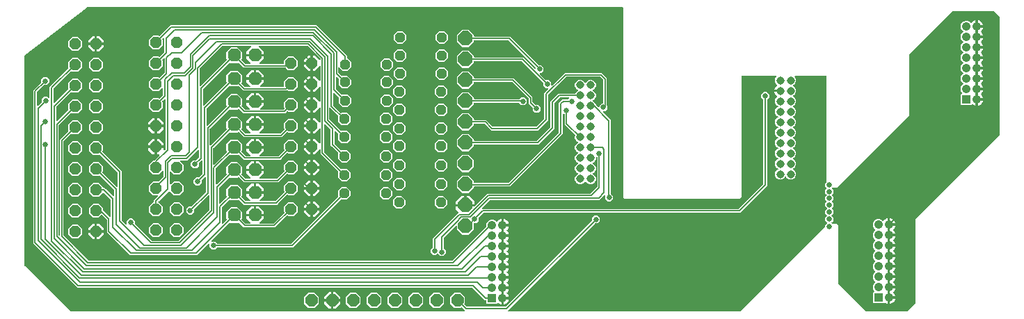
<source format=gbr>
G04 EAGLE Gerber RS-274X export*
G75*
%MOMM*%
%FSLAX34Y34*%
%LPD*%
%INTop Copper*%
%IPPOS*%
%AMOC8*
5,1,8,0,0,1.08239X$1,22.5*%
G01*
%ADD10C,0.975000*%
%ADD11P,1.484606X8X112.500000*%
%ADD12P,1.924489X8X22.500000*%
%ADD13P,1.319650X8X202.500000*%
%ADD14P,1.732040X8X22.500000*%
%ADD15P,1.623585X8X22.500000*%
%ADD16R,1.065000X1.065000*%
%ADD17C,1.065000*%
%ADD18C,0.152400*%
%ADD19C,0.654800*%

G36*
X-411148Y389394D02*
X-411148Y389394D01*
X-411076Y389396D01*
X-411027Y389414D01*
X-410976Y389422D01*
X-410912Y389456D01*
X-410845Y389481D01*
X-410804Y389513D01*
X-410758Y389538D01*
X-410709Y389589D01*
X-410653Y389634D01*
X-410625Y389678D01*
X-410589Y389716D01*
X-410559Y389781D01*
X-410520Y389841D01*
X-410507Y389892D01*
X-410485Y389939D01*
X-410477Y390010D01*
X-410460Y390080D01*
X-410464Y390132D01*
X-410458Y390183D01*
X-410473Y390254D01*
X-410479Y390325D01*
X-410499Y390373D01*
X-410510Y390424D01*
X-410547Y390485D01*
X-410575Y390551D01*
X-410620Y390607D01*
X-410637Y390635D01*
X-410654Y390650D01*
X-410680Y390682D01*
X-414305Y394307D01*
X-414321Y394319D01*
X-414334Y394335D01*
X-414421Y394391D01*
X-414505Y394451D01*
X-414524Y394457D01*
X-414541Y394468D01*
X-414641Y394493D01*
X-414740Y394523D01*
X-414760Y394523D01*
X-414779Y394528D01*
X-414882Y394520D01*
X-414986Y394517D01*
X-415005Y394510D01*
X-415025Y394508D01*
X-415119Y394468D01*
X-415217Y394432D01*
X-415233Y394420D01*
X-415251Y394412D01*
X-415382Y394307D01*
X-415870Y393819D01*
X-423346Y393819D01*
X-428633Y399106D01*
X-428633Y406582D01*
X-423346Y411869D01*
X-415870Y411869D01*
X-410583Y406582D01*
X-410583Y399106D01*
X-411071Y398618D01*
X-411083Y398602D01*
X-411099Y398589D01*
X-411155Y398502D01*
X-411215Y398418D01*
X-411221Y398399D01*
X-411232Y398382D01*
X-411257Y398282D01*
X-411287Y398183D01*
X-411287Y398163D01*
X-411292Y398144D01*
X-411284Y398041D01*
X-411281Y397937D01*
X-411274Y397918D01*
X-411272Y397899D01*
X-411232Y397804D01*
X-411196Y397706D01*
X-411184Y397690D01*
X-411176Y397672D01*
X-411071Y397541D01*
X-408724Y395194D01*
X-408650Y395141D01*
X-408580Y395081D01*
X-408550Y395069D01*
X-408524Y395050D01*
X-408437Y395023D01*
X-408352Y394989D01*
X-408311Y394985D01*
X-408289Y394978D01*
X-408257Y394979D01*
X-408185Y394971D01*
X-361021Y394971D01*
X-360931Y394985D01*
X-360840Y394993D01*
X-360810Y395005D01*
X-360778Y395010D01*
X-360698Y395053D01*
X-360614Y395089D01*
X-360582Y395115D01*
X-360561Y395126D01*
X-360539Y395149D01*
X-360483Y395194D01*
X-255974Y499703D01*
X-255921Y499777D01*
X-255861Y499846D01*
X-255849Y499876D01*
X-255830Y499903D01*
X-255803Y499990D01*
X-255769Y500074D01*
X-255765Y500115D01*
X-255758Y500138D01*
X-255759Y500170D01*
X-255751Y500241D01*
X-255751Y503384D01*
X-252940Y506195D01*
X-248964Y506195D01*
X-246153Y503384D01*
X-246153Y499408D01*
X-248964Y496597D01*
X-252296Y496597D01*
X-252386Y496583D01*
X-252477Y496575D01*
X-252507Y496563D01*
X-252539Y496558D01*
X-252620Y496515D01*
X-252703Y496479D01*
X-252736Y496453D01*
X-252756Y496442D01*
X-252778Y496419D01*
X-252834Y496374D01*
X-358526Y390682D01*
X-358568Y390624D01*
X-358618Y390572D01*
X-358640Y390525D01*
X-358670Y390483D01*
X-358691Y390414D01*
X-358721Y390349D01*
X-358727Y390297D01*
X-358742Y390247D01*
X-358740Y390176D01*
X-358748Y390105D01*
X-358737Y390054D01*
X-358736Y390002D01*
X-358711Y389934D01*
X-358696Y389864D01*
X-358669Y389820D01*
X-358652Y389771D01*
X-358607Y389715D01*
X-358570Y389653D01*
X-358530Y389619D01*
X-358498Y389579D01*
X-358438Y389540D01*
X-358383Y389493D01*
X-358335Y389474D01*
X-358291Y389446D01*
X-358221Y389428D01*
X-358155Y389401D01*
X-358084Y389393D01*
X-358052Y389385D01*
X-358029Y389387D01*
X-357988Y389383D01*
X-75343Y389383D01*
X-75253Y389397D01*
X-75162Y389405D01*
X-75133Y389417D01*
X-75101Y389422D01*
X-75020Y389465D01*
X-74936Y389501D01*
X-74904Y389527D01*
X-74883Y389538D01*
X-74861Y389561D01*
X-74805Y389606D01*
X27998Y492409D01*
X28046Y492475D01*
X28055Y492485D01*
X28057Y492490D01*
X28111Y492552D01*
X28123Y492583D01*
X28142Y492609D01*
X28169Y492696D01*
X28203Y492781D01*
X28207Y492822D01*
X28214Y492844D01*
X28213Y492876D01*
X28221Y492947D01*
X28221Y494748D01*
X30140Y496667D01*
X30152Y496683D01*
X30167Y496695D01*
X30224Y496783D01*
X30284Y496866D01*
X30290Y496885D01*
X30300Y496902D01*
X30326Y497003D01*
X30356Y497102D01*
X30356Y497121D01*
X30361Y497141D01*
X30353Y497244D01*
X30350Y497347D01*
X30343Y497366D01*
X30341Y497386D01*
X30301Y497481D01*
X30265Y497578D01*
X30253Y497594D01*
X30245Y497612D01*
X30140Y497743D01*
X28221Y499662D01*
X28221Y503638D01*
X30140Y505557D01*
X30152Y505573D01*
X30167Y505585D01*
X30224Y505673D01*
X30284Y505756D01*
X30290Y505775D01*
X30300Y505792D01*
X30326Y505893D01*
X30356Y505992D01*
X30356Y506011D01*
X30361Y506031D01*
X30353Y506134D01*
X30350Y506237D01*
X30343Y506256D01*
X30341Y506276D01*
X30301Y506371D01*
X30265Y506468D01*
X30253Y506484D01*
X30245Y506502D01*
X30140Y506633D01*
X28221Y508552D01*
X28221Y512528D01*
X30013Y514320D01*
X30025Y514336D01*
X30040Y514348D01*
X30097Y514436D01*
X30157Y514519D01*
X30163Y514538D01*
X30173Y514555D01*
X30199Y514656D01*
X30229Y514755D01*
X30229Y514774D01*
X30234Y514794D01*
X30226Y514897D01*
X30223Y515000D01*
X30216Y515019D01*
X30214Y515039D01*
X30174Y515134D01*
X30138Y515231D01*
X30126Y515247D01*
X30118Y515265D01*
X30013Y515396D01*
X28221Y517188D01*
X28221Y521164D01*
X29759Y522702D01*
X29771Y522718D01*
X29786Y522730D01*
X29843Y522818D01*
X29903Y522901D01*
X29909Y522920D01*
X29919Y522937D01*
X29945Y523038D01*
X29975Y523137D01*
X29975Y523156D01*
X29980Y523176D01*
X29972Y523279D01*
X29969Y523382D01*
X29962Y523401D01*
X29960Y523421D01*
X29920Y523516D01*
X29884Y523613D01*
X29872Y523629D01*
X29864Y523647D01*
X29759Y523778D01*
X28221Y525316D01*
X28221Y529292D01*
X29759Y530830D01*
X29771Y530846D01*
X29786Y530858D01*
X29843Y530946D01*
X29903Y531029D01*
X29909Y531048D01*
X29919Y531065D01*
X29945Y531166D01*
X29975Y531265D01*
X29975Y531284D01*
X29980Y531304D01*
X29972Y531407D01*
X29969Y531510D01*
X29962Y531529D01*
X29960Y531549D01*
X29920Y531644D01*
X29884Y531741D01*
X29872Y531757D01*
X29864Y531775D01*
X29759Y531906D01*
X28221Y533444D01*
X28221Y537420D01*
X29759Y538958D01*
X29771Y538974D01*
X29786Y538986D01*
X29843Y539074D01*
X29903Y539157D01*
X29909Y539176D01*
X29919Y539193D01*
X29945Y539294D01*
X29975Y539393D01*
X29975Y539412D01*
X29980Y539432D01*
X29972Y539535D01*
X29969Y539638D01*
X29962Y539657D01*
X29960Y539677D01*
X29920Y539772D01*
X29884Y539869D01*
X29872Y539885D01*
X29864Y539903D01*
X29759Y540034D01*
X28221Y541572D01*
X28221Y545548D01*
X29494Y546821D01*
X29547Y546895D01*
X29607Y546964D01*
X29619Y546994D01*
X29638Y547020D01*
X29665Y547107D01*
X29699Y547192D01*
X29703Y547233D01*
X29710Y547256D01*
X29709Y547288D01*
X29717Y547359D01*
X29717Y675386D01*
X29714Y675406D01*
X29716Y675425D01*
X29694Y675527D01*
X29678Y675629D01*
X29668Y675646D01*
X29664Y675666D01*
X29611Y675755D01*
X29562Y675846D01*
X29548Y675860D01*
X29538Y675877D01*
X29459Y675944D01*
X29384Y676016D01*
X29366Y676024D01*
X29351Y676037D01*
X29255Y676076D01*
X29161Y676119D01*
X29141Y676121D01*
X29123Y676129D01*
X28956Y676147D01*
X-8415Y676147D01*
X-8486Y676136D01*
X-8557Y676134D01*
X-8606Y676116D01*
X-8658Y676108D01*
X-8721Y676074D01*
X-8788Y676049D01*
X-8829Y676017D01*
X-8875Y675992D01*
X-8924Y675940D01*
X-8980Y675896D01*
X-9008Y675852D01*
X-9044Y675814D01*
X-9075Y675749D01*
X-9113Y675689D01*
X-9126Y675638D01*
X-9148Y675591D01*
X-9156Y675520D01*
X-9173Y675450D01*
X-9169Y675398D01*
X-9175Y675347D01*
X-9160Y675276D01*
X-9154Y675205D01*
X-9134Y675157D01*
X-9123Y675106D01*
X-9086Y675045D01*
X-9058Y674979D01*
X-9013Y674923D01*
X-8997Y674895D01*
X-8979Y674880D01*
X-8953Y674848D01*
X-8545Y674439D01*
X-7570Y672087D01*
X-7570Y669541D01*
X-8545Y667189D01*
X-10345Y665389D01*
X-10879Y665167D01*
X-10940Y665130D01*
X-11005Y665100D01*
X-11044Y665065D01*
X-11088Y665038D01*
X-11134Y664983D01*
X-11187Y664934D01*
X-11212Y664888D01*
X-11245Y664848D01*
X-11271Y664781D01*
X-11305Y664718D01*
X-11314Y664667D01*
X-11333Y664619D01*
X-11336Y664547D01*
X-11349Y664476D01*
X-11341Y664425D01*
X-11343Y664373D01*
X-11324Y664304D01*
X-11313Y664233D01*
X-11289Y664187D01*
X-11275Y664137D01*
X-11234Y664078D01*
X-11202Y664014D01*
X-11164Y663977D01*
X-11135Y663935D01*
X-11077Y663892D01*
X-11026Y663842D01*
X-10963Y663807D01*
X-10937Y663788D01*
X-10915Y663781D01*
X-10879Y663761D01*
X-10345Y663539D01*
X-8545Y661739D01*
X-7570Y659387D01*
X-7570Y656841D01*
X-8545Y654489D01*
X-10345Y652689D01*
X-10879Y652467D01*
X-10940Y652430D01*
X-11005Y652400D01*
X-11044Y652365D01*
X-11088Y652338D01*
X-11134Y652283D01*
X-11187Y652234D01*
X-11212Y652188D01*
X-11245Y652148D01*
X-11271Y652081D01*
X-11305Y652018D01*
X-11314Y651967D01*
X-11333Y651919D01*
X-11336Y651847D01*
X-11349Y651776D01*
X-11341Y651725D01*
X-11343Y651673D01*
X-11324Y651604D01*
X-11313Y651533D01*
X-11289Y651487D01*
X-11275Y651437D01*
X-11234Y651378D01*
X-11202Y651314D01*
X-11164Y651277D01*
X-11135Y651235D01*
X-11077Y651192D01*
X-11026Y651142D01*
X-10963Y651107D01*
X-10937Y651088D01*
X-10915Y651081D01*
X-10879Y651061D01*
X-10345Y650839D01*
X-8545Y649039D01*
X-7570Y646687D01*
X-7570Y644141D01*
X-8545Y641789D01*
X-10345Y639989D01*
X-10879Y639767D01*
X-10940Y639730D01*
X-11005Y639700D01*
X-11044Y639665D01*
X-11088Y639638D01*
X-11134Y639583D01*
X-11187Y639534D01*
X-11212Y639488D01*
X-11245Y639448D01*
X-11271Y639381D01*
X-11305Y639318D01*
X-11314Y639267D01*
X-11333Y639219D01*
X-11336Y639147D01*
X-11349Y639076D01*
X-11341Y639025D01*
X-11343Y638973D01*
X-11324Y638904D01*
X-11313Y638833D01*
X-11289Y638787D01*
X-11275Y638737D01*
X-11234Y638678D01*
X-11202Y638614D01*
X-11164Y638577D01*
X-11135Y638535D01*
X-11077Y638492D01*
X-11026Y638442D01*
X-10963Y638407D01*
X-10937Y638388D01*
X-10915Y638381D01*
X-10879Y638361D01*
X-10345Y638139D01*
X-8545Y636339D01*
X-7570Y633987D01*
X-7570Y631441D01*
X-8545Y629089D01*
X-10345Y627289D01*
X-10879Y627067D01*
X-10940Y627030D01*
X-11005Y627000D01*
X-11044Y626965D01*
X-11088Y626938D01*
X-11134Y626883D01*
X-11187Y626834D01*
X-11212Y626788D01*
X-11245Y626748D01*
X-11271Y626681D01*
X-11305Y626618D01*
X-11314Y626567D01*
X-11333Y626519D01*
X-11336Y626447D01*
X-11349Y626376D01*
X-11341Y626325D01*
X-11343Y626273D01*
X-11324Y626204D01*
X-11313Y626133D01*
X-11289Y626087D01*
X-11275Y626037D01*
X-11234Y625978D01*
X-11202Y625914D01*
X-11164Y625877D01*
X-11135Y625835D01*
X-11077Y625792D01*
X-11026Y625742D01*
X-10963Y625707D01*
X-10937Y625688D01*
X-10915Y625681D01*
X-10879Y625661D01*
X-10345Y625439D01*
X-8545Y623639D01*
X-7570Y621287D01*
X-7570Y618741D01*
X-8545Y616389D01*
X-10345Y614589D01*
X-10879Y614367D01*
X-10940Y614330D01*
X-11005Y614300D01*
X-11044Y614265D01*
X-11088Y614238D01*
X-11134Y614183D01*
X-11187Y614134D01*
X-11212Y614088D01*
X-11245Y614048D01*
X-11271Y613981D01*
X-11305Y613918D01*
X-11314Y613867D01*
X-11333Y613819D01*
X-11336Y613747D01*
X-11349Y613676D01*
X-11341Y613625D01*
X-11343Y613573D01*
X-11324Y613504D01*
X-11313Y613433D01*
X-11289Y613387D01*
X-11275Y613337D01*
X-11234Y613278D01*
X-11202Y613214D01*
X-11164Y613177D01*
X-11135Y613135D01*
X-11077Y613092D01*
X-11026Y613042D01*
X-10963Y613007D01*
X-10937Y612988D01*
X-10915Y612981D01*
X-10879Y612961D01*
X-10345Y612739D01*
X-8545Y610939D01*
X-7570Y608587D01*
X-7570Y606041D01*
X-8545Y603689D01*
X-10345Y601889D01*
X-10879Y601667D01*
X-10940Y601630D01*
X-11005Y601600D01*
X-11044Y601565D01*
X-11088Y601538D01*
X-11134Y601483D01*
X-11187Y601434D01*
X-11212Y601388D01*
X-11245Y601348D01*
X-11271Y601281D01*
X-11305Y601218D01*
X-11314Y601167D01*
X-11333Y601119D01*
X-11336Y601047D01*
X-11349Y600976D01*
X-11341Y600925D01*
X-11343Y600873D01*
X-11324Y600804D01*
X-11313Y600733D01*
X-11289Y600687D01*
X-11275Y600637D01*
X-11234Y600578D01*
X-11202Y600514D01*
X-11164Y600477D01*
X-11135Y600435D01*
X-11077Y600392D01*
X-11026Y600342D01*
X-10963Y600307D01*
X-10937Y600288D01*
X-10915Y600281D01*
X-10879Y600261D01*
X-10345Y600039D01*
X-8545Y598239D01*
X-7570Y595887D01*
X-7570Y593341D01*
X-8545Y590989D01*
X-10345Y589189D01*
X-10879Y588967D01*
X-10940Y588930D01*
X-11005Y588900D01*
X-11044Y588865D01*
X-11088Y588838D01*
X-11134Y588783D01*
X-11187Y588734D01*
X-11212Y588688D01*
X-11245Y588648D01*
X-11271Y588581D01*
X-11305Y588518D01*
X-11314Y588467D01*
X-11333Y588419D01*
X-11336Y588347D01*
X-11349Y588276D01*
X-11341Y588225D01*
X-11343Y588173D01*
X-11324Y588104D01*
X-11313Y588033D01*
X-11289Y587987D01*
X-11275Y587937D01*
X-11234Y587878D01*
X-11202Y587814D01*
X-11164Y587777D01*
X-11135Y587735D01*
X-11077Y587692D01*
X-11026Y587642D01*
X-10963Y587607D01*
X-10937Y587588D01*
X-10915Y587581D01*
X-10879Y587561D01*
X-10345Y587339D01*
X-8545Y585539D01*
X-7570Y583187D01*
X-7570Y580641D01*
X-8545Y578289D01*
X-10345Y576489D01*
X-10879Y576267D01*
X-10940Y576230D01*
X-11005Y576200D01*
X-11044Y576165D01*
X-11088Y576138D01*
X-11134Y576083D01*
X-11187Y576034D01*
X-11212Y575988D01*
X-11245Y575948D01*
X-11271Y575881D01*
X-11305Y575818D01*
X-11314Y575767D01*
X-11333Y575719D01*
X-11336Y575647D01*
X-11349Y575576D01*
X-11341Y575525D01*
X-11343Y575473D01*
X-11324Y575404D01*
X-11313Y575333D01*
X-11289Y575287D01*
X-11275Y575237D01*
X-11234Y575178D01*
X-11202Y575114D01*
X-11164Y575077D01*
X-11135Y575035D01*
X-11077Y574992D01*
X-11026Y574942D01*
X-10963Y574907D01*
X-10937Y574888D01*
X-10915Y574881D01*
X-10879Y574861D01*
X-10345Y574639D01*
X-8545Y572839D01*
X-7570Y570487D01*
X-7570Y567941D01*
X-8545Y565589D01*
X-10345Y563789D01*
X-10879Y563567D01*
X-10940Y563530D01*
X-11005Y563500D01*
X-11044Y563465D01*
X-11088Y563438D01*
X-11134Y563383D01*
X-11187Y563334D01*
X-11212Y563288D01*
X-11245Y563248D01*
X-11271Y563181D01*
X-11305Y563118D01*
X-11314Y563067D01*
X-11333Y563019D01*
X-11336Y562947D01*
X-11349Y562876D01*
X-11341Y562825D01*
X-11343Y562773D01*
X-11324Y562704D01*
X-11313Y562633D01*
X-11289Y562587D01*
X-11275Y562537D01*
X-11234Y562478D01*
X-11202Y562414D01*
X-11164Y562377D01*
X-11135Y562335D01*
X-11077Y562292D01*
X-11026Y562242D01*
X-10963Y562207D01*
X-10937Y562188D01*
X-10915Y562181D01*
X-10879Y562161D01*
X-10345Y561939D01*
X-8545Y560139D01*
X-7570Y557787D01*
X-7570Y555241D01*
X-8545Y552889D01*
X-10345Y551089D01*
X-12697Y550114D01*
X-15243Y550114D01*
X-17595Y551089D01*
X-19395Y552889D01*
X-19617Y553423D01*
X-19654Y553484D01*
X-19684Y553549D01*
X-19719Y553588D01*
X-19746Y553632D01*
X-19801Y553678D01*
X-19850Y553731D01*
X-19896Y553756D01*
X-19936Y553789D01*
X-20003Y553815D01*
X-20066Y553849D01*
X-20117Y553858D01*
X-20165Y553877D01*
X-20237Y553880D01*
X-20308Y553893D01*
X-20359Y553885D01*
X-20411Y553887D01*
X-20480Y553868D01*
X-20551Y553857D01*
X-20597Y553833D01*
X-20647Y553819D01*
X-20706Y553778D01*
X-20770Y553746D01*
X-20807Y553708D01*
X-20849Y553679D01*
X-20892Y553621D01*
X-20942Y553570D01*
X-20977Y553507D01*
X-20996Y553481D01*
X-21003Y553459D01*
X-21023Y553423D01*
X-21245Y552889D01*
X-23045Y551089D01*
X-25397Y550114D01*
X-27943Y550114D01*
X-30295Y551089D01*
X-32095Y552889D01*
X-33070Y555241D01*
X-33070Y557787D01*
X-32095Y560139D01*
X-30295Y561939D01*
X-29761Y562161D01*
X-29700Y562198D01*
X-29635Y562228D01*
X-29596Y562263D01*
X-29552Y562290D01*
X-29506Y562345D01*
X-29453Y562394D01*
X-29428Y562440D01*
X-29395Y562480D01*
X-29369Y562547D01*
X-29335Y562610D01*
X-29326Y562661D01*
X-29307Y562709D01*
X-29304Y562781D01*
X-29291Y562852D01*
X-29299Y562903D01*
X-29297Y562955D01*
X-29316Y563024D01*
X-29327Y563095D01*
X-29351Y563141D01*
X-29365Y563191D01*
X-29406Y563250D01*
X-29438Y563314D01*
X-29476Y563351D01*
X-29505Y563393D01*
X-29563Y563436D01*
X-29614Y563486D01*
X-29677Y563521D01*
X-29703Y563540D01*
X-29725Y563547D01*
X-29761Y563567D01*
X-30295Y563789D01*
X-32095Y565589D01*
X-33070Y567941D01*
X-33070Y570487D01*
X-32095Y572839D01*
X-30295Y574639D01*
X-29761Y574861D01*
X-29700Y574898D01*
X-29635Y574928D01*
X-29596Y574963D01*
X-29552Y574990D01*
X-29506Y575045D01*
X-29453Y575094D01*
X-29428Y575140D01*
X-29395Y575180D01*
X-29369Y575247D01*
X-29335Y575310D01*
X-29326Y575361D01*
X-29307Y575409D01*
X-29304Y575481D01*
X-29291Y575552D01*
X-29299Y575603D01*
X-29297Y575655D01*
X-29316Y575724D01*
X-29327Y575795D01*
X-29351Y575841D01*
X-29365Y575891D01*
X-29406Y575950D01*
X-29438Y576014D01*
X-29476Y576051D01*
X-29505Y576093D01*
X-29563Y576136D01*
X-29614Y576186D01*
X-29677Y576221D01*
X-29703Y576240D01*
X-29725Y576247D01*
X-29761Y576267D01*
X-30295Y576489D01*
X-32095Y578289D01*
X-33070Y580641D01*
X-33070Y583187D01*
X-32095Y585539D01*
X-30295Y587339D01*
X-29761Y587561D01*
X-29700Y587598D01*
X-29635Y587628D01*
X-29596Y587663D01*
X-29552Y587690D01*
X-29506Y587745D01*
X-29453Y587794D01*
X-29428Y587840D01*
X-29395Y587880D01*
X-29369Y587947D01*
X-29335Y588010D01*
X-29326Y588061D01*
X-29307Y588109D01*
X-29304Y588181D01*
X-29291Y588252D01*
X-29299Y588303D01*
X-29297Y588355D01*
X-29316Y588424D01*
X-29327Y588495D01*
X-29351Y588541D01*
X-29365Y588591D01*
X-29406Y588650D01*
X-29438Y588714D01*
X-29476Y588751D01*
X-29505Y588793D01*
X-29563Y588836D01*
X-29614Y588886D01*
X-29677Y588921D01*
X-29703Y588940D01*
X-29725Y588947D01*
X-29761Y588967D01*
X-30295Y589189D01*
X-32095Y590989D01*
X-33070Y593341D01*
X-33070Y595887D01*
X-32095Y598239D01*
X-30295Y600039D01*
X-29761Y600261D01*
X-29700Y600298D01*
X-29635Y600328D01*
X-29596Y600363D01*
X-29552Y600390D01*
X-29506Y600445D01*
X-29453Y600494D01*
X-29428Y600540D01*
X-29395Y600580D01*
X-29369Y600647D01*
X-29335Y600710D01*
X-29326Y600761D01*
X-29307Y600809D01*
X-29304Y600881D01*
X-29291Y600952D01*
X-29299Y601003D01*
X-29297Y601055D01*
X-29316Y601124D01*
X-29327Y601195D01*
X-29351Y601241D01*
X-29365Y601291D01*
X-29406Y601350D01*
X-29438Y601414D01*
X-29476Y601451D01*
X-29505Y601493D01*
X-29563Y601536D01*
X-29614Y601586D01*
X-29677Y601621D01*
X-29703Y601640D01*
X-29725Y601647D01*
X-29761Y601667D01*
X-30295Y601889D01*
X-32095Y603689D01*
X-33070Y606041D01*
X-33070Y608587D01*
X-32095Y610939D01*
X-30295Y612739D01*
X-29761Y612961D01*
X-29700Y612998D01*
X-29635Y613028D01*
X-29596Y613063D01*
X-29552Y613090D01*
X-29506Y613145D01*
X-29453Y613194D01*
X-29428Y613240D01*
X-29395Y613280D01*
X-29369Y613347D01*
X-29335Y613410D01*
X-29326Y613461D01*
X-29307Y613509D01*
X-29304Y613581D01*
X-29291Y613652D01*
X-29299Y613703D01*
X-29297Y613755D01*
X-29316Y613824D01*
X-29327Y613895D01*
X-29351Y613941D01*
X-29365Y613991D01*
X-29406Y614050D01*
X-29438Y614114D01*
X-29476Y614151D01*
X-29505Y614193D01*
X-29563Y614236D01*
X-29614Y614286D01*
X-29677Y614321D01*
X-29703Y614340D01*
X-29725Y614347D01*
X-29761Y614367D01*
X-30295Y614589D01*
X-32095Y616389D01*
X-33070Y618741D01*
X-33070Y621287D01*
X-32095Y623639D01*
X-30295Y625439D01*
X-29761Y625661D01*
X-29700Y625698D01*
X-29635Y625728D01*
X-29596Y625763D01*
X-29552Y625790D01*
X-29506Y625845D01*
X-29453Y625894D01*
X-29428Y625940D01*
X-29395Y625980D01*
X-29369Y626047D01*
X-29335Y626110D01*
X-29326Y626161D01*
X-29307Y626209D01*
X-29304Y626281D01*
X-29291Y626352D01*
X-29299Y626403D01*
X-29297Y626455D01*
X-29316Y626524D01*
X-29327Y626595D01*
X-29351Y626641D01*
X-29365Y626691D01*
X-29406Y626750D01*
X-29438Y626814D01*
X-29476Y626851D01*
X-29505Y626893D01*
X-29563Y626936D01*
X-29614Y626986D01*
X-29677Y627021D01*
X-29703Y627040D01*
X-29725Y627047D01*
X-29761Y627067D01*
X-30295Y627289D01*
X-32095Y629089D01*
X-33070Y631441D01*
X-33070Y633987D01*
X-32095Y636339D01*
X-30295Y638139D01*
X-29761Y638361D01*
X-29700Y638398D01*
X-29635Y638428D01*
X-29596Y638463D01*
X-29552Y638490D01*
X-29506Y638545D01*
X-29453Y638594D01*
X-29428Y638640D01*
X-29395Y638680D01*
X-29369Y638747D01*
X-29335Y638810D01*
X-29326Y638861D01*
X-29307Y638909D01*
X-29304Y638981D01*
X-29291Y639052D01*
X-29299Y639103D01*
X-29297Y639155D01*
X-29316Y639224D01*
X-29327Y639295D01*
X-29351Y639341D01*
X-29365Y639391D01*
X-29406Y639450D01*
X-29438Y639514D01*
X-29476Y639551D01*
X-29505Y639593D01*
X-29563Y639636D01*
X-29614Y639686D01*
X-29673Y639719D01*
X-29679Y639724D01*
X-29682Y639725D01*
X-29703Y639740D01*
X-29725Y639747D01*
X-29761Y639767D01*
X-30295Y639989D01*
X-32095Y641789D01*
X-33070Y644141D01*
X-33070Y646687D01*
X-32095Y649039D01*
X-30485Y650650D01*
X-30430Y650726D01*
X-30369Y650799D01*
X-30358Y650826D01*
X-30341Y650850D01*
X-30313Y650940D01*
X-30279Y651028D01*
X-30277Y651057D01*
X-30269Y651085D01*
X-30271Y651179D01*
X-30266Y651273D01*
X-30274Y651301D01*
X-30275Y651331D01*
X-30308Y651419D01*
X-30333Y651510D01*
X-30350Y651534D01*
X-30360Y651562D01*
X-30419Y651635D01*
X-30472Y651713D01*
X-30500Y651737D01*
X-30513Y651754D01*
X-30541Y651771D01*
X-30600Y651821D01*
X-31397Y652354D01*
X-32430Y653387D01*
X-33242Y654601D01*
X-33801Y655951D01*
X-33928Y656591D01*
X-27432Y656591D01*
X-27412Y656594D01*
X-27393Y656592D01*
X-27291Y656614D01*
X-27189Y656631D01*
X-27172Y656640D01*
X-27152Y656644D01*
X-27063Y656697D01*
X-26972Y656746D01*
X-26958Y656760D01*
X-26941Y656770D01*
X-26874Y656849D01*
X-26803Y656924D01*
X-26794Y656942D01*
X-26781Y656957D01*
X-26743Y657053D01*
X-26699Y657147D01*
X-26697Y657167D01*
X-26689Y657185D01*
X-26671Y657352D01*
X-26671Y658876D01*
X-26673Y658891D01*
X-26672Y658905D01*
X-26673Y658908D01*
X-26672Y658915D01*
X-26694Y659017D01*
X-26711Y659119D01*
X-26720Y659136D01*
X-26724Y659156D01*
X-26777Y659245D01*
X-26826Y659336D01*
X-26840Y659350D01*
X-26850Y659367D01*
X-26929Y659434D01*
X-27004Y659505D01*
X-27022Y659514D01*
X-27037Y659527D01*
X-27133Y659566D01*
X-27227Y659609D01*
X-27247Y659611D01*
X-27265Y659619D01*
X-27432Y659637D01*
X-33928Y659637D01*
X-33801Y660277D01*
X-33242Y661627D01*
X-32830Y662243D01*
X-32830Y662244D01*
X-32430Y662841D01*
X-31397Y663874D01*
X-30600Y664407D01*
X-30531Y664471D01*
X-30458Y664530D01*
X-30442Y664555D01*
X-30420Y664575D01*
X-30376Y664658D01*
X-30325Y664737D01*
X-30317Y664765D01*
X-30303Y664791D01*
X-30287Y664884D01*
X-30264Y664976D01*
X-30267Y665005D01*
X-30262Y665034D01*
X-30276Y665127D01*
X-30284Y665221D01*
X-30295Y665248D01*
X-30300Y665277D01*
X-30343Y665361D01*
X-30380Y665447D01*
X-30403Y665476D01*
X-30413Y665495D01*
X-30436Y665518D01*
X-30485Y665578D01*
X-32095Y667189D01*
X-33070Y669541D01*
X-33070Y672087D01*
X-32095Y674439D01*
X-31687Y674848D01*
X-31645Y674906D01*
X-31596Y674958D01*
X-31574Y675005D01*
X-31543Y675047D01*
X-31522Y675116D01*
X-31492Y675181D01*
X-31486Y675233D01*
X-31471Y675283D01*
X-31473Y675354D01*
X-31465Y675425D01*
X-31476Y675476D01*
X-31477Y675528D01*
X-31502Y675596D01*
X-31517Y675666D01*
X-31544Y675711D01*
X-31562Y675759D01*
X-31607Y675815D01*
X-31643Y675877D01*
X-31683Y675911D01*
X-31715Y675951D01*
X-31776Y675990D01*
X-31830Y676037D01*
X-31879Y676056D01*
X-31922Y676084D01*
X-31992Y676102D01*
X-32058Y676129D01*
X-32130Y676137D01*
X-32161Y676145D01*
X-32184Y676143D01*
X-32225Y676147D01*
X-73406Y676147D01*
X-73426Y676144D01*
X-73445Y676146D01*
X-73547Y676124D01*
X-73649Y676108D01*
X-73666Y676098D01*
X-73686Y676094D01*
X-73775Y676041D01*
X-73866Y675992D01*
X-73880Y675978D01*
X-73897Y675968D01*
X-73964Y675889D01*
X-74036Y675814D01*
X-74044Y675796D01*
X-74057Y675781D01*
X-74096Y675685D01*
X-74139Y675591D01*
X-74141Y675571D01*
X-74149Y675553D01*
X-74167Y675386D01*
X-74167Y528222D01*
X-76102Y526287D01*
X-215998Y526287D01*
X-217933Y528222D01*
X-217933Y759206D01*
X-217936Y759226D01*
X-217934Y759245D01*
X-217956Y759347D01*
X-217972Y759449D01*
X-217982Y759466D01*
X-217986Y759486D01*
X-218039Y759575D01*
X-218088Y759666D01*
X-218102Y759680D01*
X-218112Y759697D01*
X-218191Y759764D01*
X-218266Y759836D01*
X-218284Y759844D01*
X-218299Y759857D01*
X-218395Y759896D01*
X-218489Y759939D01*
X-218509Y759941D01*
X-218527Y759949D01*
X-218694Y759967D01*
X-869831Y759967D01*
X-869874Y759960D01*
X-869917Y759962D01*
X-869994Y759941D01*
X-870073Y759928D01*
X-870112Y759907D01*
X-870154Y759895D01*
X-870280Y759818D01*
X-870291Y759812D01*
X-870293Y759810D01*
X-870297Y759808D01*
X-946362Y700919D01*
X-946373Y700907D01*
X-946387Y700899D01*
X-946457Y700817D01*
X-946530Y700739D01*
X-946536Y700724D01*
X-946547Y700712D01*
X-946587Y700612D01*
X-946631Y700515D01*
X-946633Y700499D01*
X-946639Y700483D01*
X-946657Y700317D01*
X-946657Y446183D01*
X-946643Y446093D01*
X-946635Y446002D01*
X-946623Y445973D01*
X-946618Y445941D01*
X-946575Y445860D01*
X-946539Y445776D01*
X-946513Y445744D01*
X-946502Y445723D01*
X-946479Y445701D01*
X-946434Y445645D01*
X-890395Y389606D01*
X-890321Y389553D01*
X-890252Y389493D01*
X-890221Y389481D01*
X-890195Y389462D01*
X-890108Y389435D01*
X-890023Y389401D01*
X-889982Y389397D01*
X-889960Y389390D01*
X-889928Y389391D01*
X-889857Y389383D01*
X-411218Y389383D01*
X-411148Y389394D01*
G37*
G36*
X127947Y389397D02*
X127947Y389397D01*
X128038Y389405D01*
X128067Y389417D01*
X128099Y389422D01*
X128180Y389465D01*
X128264Y389501D01*
X128296Y389527D01*
X128317Y389538D01*
X128339Y389561D01*
X128395Y389606D01*
X137444Y398655D01*
X137497Y398729D01*
X137557Y398798D01*
X137569Y398829D01*
X137588Y398855D01*
X137615Y398942D01*
X137649Y399027D01*
X137653Y399068D01*
X137660Y399090D01*
X137659Y399122D01*
X137667Y399193D01*
X137667Y501748D01*
X240314Y604395D01*
X240367Y604469D01*
X240427Y604538D01*
X240439Y604569D01*
X240458Y604595D01*
X240485Y604682D01*
X240519Y604767D01*
X240523Y604808D01*
X240530Y604830D01*
X240529Y604862D01*
X240537Y604933D01*
X240537Y747617D01*
X240523Y747707D01*
X240515Y747798D01*
X240503Y747827D01*
X240498Y747859D01*
X240455Y747940D01*
X240419Y748024D01*
X240393Y748056D01*
X240382Y748077D01*
X240359Y748099D01*
X240314Y748155D01*
X233805Y754664D01*
X233731Y754717D01*
X233662Y754777D01*
X233631Y754789D01*
X233605Y754808D01*
X233518Y754835D01*
X233433Y754869D01*
X233392Y754873D01*
X233370Y754880D01*
X233338Y754879D01*
X233267Y754887D01*
X183293Y754887D01*
X183203Y754873D01*
X183112Y754865D01*
X183083Y754853D01*
X183051Y754848D01*
X182970Y754805D01*
X182886Y754769D01*
X182854Y754743D01*
X182833Y754732D01*
X182811Y754709D01*
X182755Y754664D01*
X130526Y702435D01*
X130473Y702361D01*
X130413Y702292D01*
X130401Y702261D01*
X130382Y702235D01*
X130355Y702148D01*
X130321Y702063D01*
X130317Y702022D01*
X130310Y702000D01*
X130311Y701968D01*
X130303Y701897D01*
X130303Y628552D01*
X42008Y540257D01*
X36819Y540257D01*
X36748Y540246D01*
X36677Y540244D01*
X36628Y540226D01*
X36576Y540218D01*
X36513Y540184D01*
X36446Y540159D01*
X36405Y540127D01*
X36359Y540102D01*
X36310Y540051D01*
X36254Y540006D01*
X36225Y539962D01*
X36189Y539924D01*
X36159Y539859D01*
X36121Y539799D01*
X36108Y539748D01*
X36086Y539701D01*
X36078Y539630D01*
X36060Y539560D01*
X36065Y539508D01*
X36059Y539457D01*
X36074Y539386D01*
X36080Y539315D01*
X36100Y539267D01*
X36111Y539216D01*
X36148Y539155D01*
X36176Y539089D01*
X36221Y539033D01*
X36237Y539005D01*
X36255Y538990D01*
X36281Y538958D01*
X37819Y537420D01*
X37819Y533444D01*
X36281Y531906D01*
X36269Y531890D01*
X36254Y531878D01*
X36197Y531790D01*
X36137Y531707D01*
X36131Y531688D01*
X36121Y531671D01*
X36095Y531570D01*
X36065Y531471D01*
X36065Y531452D01*
X36060Y531432D01*
X36068Y531329D01*
X36071Y531226D01*
X36078Y531207D01*
X36080Y531187D01*
X36120Y531092D01*
X36156Y530995D01*
X36168Y530979D01*
X36176Y530961D01*
X36281Y530830D01*
X37819Y529292D01*
X37819Y525316D01*
X36281Y523778D01*
X36269Y523762D01*
X36254Y523750D01*
X36197Y523662D01*
X36137Y523579D01*
X36131Y523560D01*
X36121Y523543D01*
X36095Y523442D01*
X36065Y523343D01*
X36065Y523324D01*
X36060Y523304D01*
X36068Y523201D01*
X36071Y523098D01*
X36078Y523079D01*
X36080Y523059D01*
X36120Y522964D01*
X36156Y522867D01*
X36168Y522851D01*
X36176Y522833D01*
X36281Y522702D01*
X37819Y521164D01*
X37819Y517188D01*
X36027Y515396D01*
X36015Y515380D01*
X36000Y515368D01*
X35943Y515280D01*
X35883Y515197D01*
X35877Y515178D01*
X35867Y515161D01*
X35841Y515060D01*
X35811Y514961D01*
X35811Y514942D01*
X35806Y514922D01*
X35814Y514819D01*
X35817Y514716D01*
X35824Y514697D01*
X35826Y514677D01*
X35866Y514582D01*
X35902Y514485D01*
X35914Y514469D01*
X35922Y514451D01*
X36027Y514320D01*
X37819Y512528D01*
X37819Y508552D01*
X35900Y506633D01*
X35888Y506617D01*
X35873Y506605D01*
X35816Y506517D01*
X35756Y506434D01*
X35750Y506415D01*
X35740Y506398D01*
X35714Y506297D01*
X35684Y506198D01*
X35684Y506179D01*
X35679Y506159D01*
X35687Y506056D01*
X35690Y505953D01*
X35697Y505934D01*
X35699Y505914D01*
X35739Y505819D01*
X35775Y505722D01*
X35787Y505706D01*
X35795Y505688D01*
X35900Y505557D01*
X37819Y503638D01*
X37819Y499662D01*
X35900Y497743D01*
X35888Y497727D01*
X35872Y497715D01*
X35816Y497627D01*
X35756Y497544D01*
X35750Y497525D01*
X35740Y497508D01*
X35714Y497407D01*
X35684Y497308D01*
X35684Y497288D01*
X35679Y497269D01*
X35687Y497166D01*
X35690Y497063D01*
X35697Y497044D01*
X35699Y497024D01*
X35739Y496929D01*
X35775Y496832D01*
X35787Y496816D01*
X35795Y496798D01*
X35900Y496667D01*
X36281Y496286D01*
X36355Y496232D01*
X36424Y496173D01*
X36454Y496161D01*
X36480Y496142D01*
X36568Y496115D01*
X36652Y496081D01*
X36693Y496077D01*
X36716Y496070D01*
X36748Y496071D01*
X36819Y496063D01*
X42008Y496063D01*
X43943Y494128D01*
X43943Y423323D01*
X43957Y423233D01*
X43965Y423142D01*
X43977Y423113D01*
X43982Y423081D01*
X44025Y423000D01*
X44061Y422916D01*
X44087Y422884D01*
X44098Y422863D01*
X44121Y422841D01*
X44166Y422785D01*
X77345Y389606D01*
X77419Y389553D01*
X77488Y389493D01*
X77519Y389481D01*
X77545Y389462D01*
X77632Y389435D01*
X77717Y389401D01*
X77758Y389397D01*
X77780Y389390D01*
X77812Y389391D01*
X77883Y389383D01*
X127857Y389383D01*
X127947Y389397D01*
G37*
%LPC*%
G36*
X-818319Y458215D02*
X-818319Y458215D01*
X-846329Y486225D01*
X-846329Y500895D01*
X-846343Y500986D01*
X-846351Y501076D01*
X-846363Y501106D01*
X-846368Y501138D01*
X-846411Y501219D01*
X-846447Y501303D01*
X-846473Y501335D01*
X-846484Y501356D01*
X-846507Y501378D01*
X-846552Y501434D01*
X-852147Y507029D01*
X-852163Y507041D01*
X-852176Y507056D01*
X-852263Y507113D01*
X-852347Y507173D01*
X-852366Y507179D01*
X-852383Y507189D01*
X-852483Y507215D01*
X-852582Y507245D01*
X-852602Y507245D01*
X-852621Y507250D01*
X-852724Y507242D01*
X-852828Y507239D01*
X-852847Y507232D01*
X-852866Y507230D01*
X-852961Y507190D01*
X-853059Y507154D01*
X-853075Y507142D01*
X-853093Y507134D01*
X-853224Y507029D01*
X-856318Y503935D01*
X-863262Y503935D01*
X-868173Y508846D01*
X-868173Y515790D01*
X-863262Y520701D01*
X-856318Y520701D01*
X-851407Y515790D01*
X-851407Y513072D01*
X-851393Y512982D01*
X-851385Y512891D01*
X-851373Y512862D01*
X-851368Y512830D01*
X-851325Y512749D01*
X-851289Y512665D01*
X-851263Y512633D01*
X-851252Y512612D01*
X-851229Y512590D01*
X-851184Y512534D01*
X-842802Y504152D01*
X-842744Y504110D01*
X-842692Y504061D01*
X-842645Y504039D01*
X-842603Y504009D01*
X-842534Y503988D01*
X-842469Y503957D01*
X-842417Y503952D01*
X-842367Y503936D01*
X-842296Y503938D01*
X-842225Y503930D01*
X-842174Y503941D01*
X-842122Y503943D01*
X-842054Y503967D01*
X-841984Y503982D01*
X-841940Y504009D01*
X-841891Y504027D01*
X-841835Y504072D01*
X-841773Y504109D01*
X-841739Y504148D01*
X-841699Y504181D01*
X-841660Y504241D01*
X-841613Y504296D01*
X-841594Y504344D01*
X-841566Y504388D01*
X-841548Y504457D01*
X-841521Y504524D01*
X-841513Y504595D01*
X-841505Y504626D01*
X-841507Y504650D01*
X-841503Y504690D01*
X-841503Y525533D01*
X-841517Y525624D01*
X-841525Y525714D01*
X-841537Y525744D01*
X-841542Y525776D01*
X-841585Y525857D01*
X-841621Y525941D01*
X-841647Y525973D01*
X-841658Y525994D01*
X-841681Y526016D01*
X-841726Y526072D01*
X-850115Y534461D01*
X-850131Y534473D01*
X-850144Y534488D01*
X-850231Y534545D01*
X-850315Y534605D01*
X-850334Y534611D01*
X-850351Y534621D01*
X-850451Y534647D01*
X-850550Y534677D01*
X-850570Y534677D01*
X-850589Y534682D01*
X-850692Y534674D01*
X-850796Y534671D01*
X-850815Y534664D01*
X-850834Y534662D01*
X-850929Y534622D01*
X-851027Y534586D01*
X-851043Y534574D01*
X-851061Y534566D01*
X-851192Y534461D01*
X-856318Y529335D01*
X-863262Y529335D01*
X-868173Y534246D01*
X-868173Y541190D01*
X-863262Y546101D01*
X-856318Y546101D01*
X-851407Y541190D01*
X-851407Y540766D01*
X-851404Y540746D01*
X-851406Y540727D01*
X-851384Y540625D01*
X-851368Y540523D01*
X-851358Y540506D01*
X-851354Y540486D01*
X-851301Y540397D01*
X-851252Y540306D01*
X-851238Y540292D01*
X-851228Y540275D01*
X-851149Y540208D01*
X-851074Y540136D01*
X-851056Y540128D01*
X-851041Y540115D01*
X-850945Y540076D01*
X-850851Y540033D01*
X-850831Y540031D01*
X-850813Y540023D01*
X-850646Y540005D01*
X-849191Y540005D01*
X-847628Y538442D01*
X-838738Y529552D01*
X-838680Y529510D01*
X-838628Y529461D01*
X-838581Y529439D01*
X-838539Y529409D01*
X-838470Y529388D01*
X-838405Y529357D01*
X-838353Y529352D01*
X-838303Y529336D01*
X-838232Y529338D01*
X-838161Y529330D01*
X-838110Y529341D01*
X-838058Y529343D01*
X-837990Y529367D01*
X-837920Y529382D01*
X-837875Y529409D01*
X-837827Y529427D01*
X-837771Y529472D01*
X-837709Y529509D01*
X-837675Y529548D01*
X-837635Y529581D01*
X-837596Y529641D01*
X-837549Y529696D01*
X-837530Y529744D01*
X-837502Y529788D01*
X-837484Y529857D01*
X-837457Y529924D01*
X-837449Y529995D01*
X-837441Y530026D01*
X-837443Y530050D01*
X-837439Y530090D01*
X-837439Y537217D01*
X-837453Y537308D01*
X-837461Y537398D01*
X-837473Y537428D01*
X-837478Y537460D01*
X-837521Y537541D01*
X-837557Y537625D01*
X-837583Y537657D01*
X-837594Y537678D01*
X-837617Y537700D01*
X-837662Y537756D01*
X-854941Y555035D01*
X-854957Y555047D01*
X-854970Y555062D01*
X-855057Y555118D01*
X-855141Y555179D01*
X-855160Y555185D01*
X-855177Y555195D01*
X-855277Y555221D01*
X-855376Y555251D01*
X-855396Y555251D01*
X-855415Y555256D01*
X-855518Y555248D01*
X-855622Y555245D01*
X-855641Y555238D01*
X-855661Y555236D01*
X-855756Y555196D01*
X-855853Y555160D01*
X-855869Y555148D01*
X-855887Y555140D01*
X-856018Y555035D01*
X-856318Y554735D01*
X-863262Y554735D01*
X-868173Y559646D01*
X-868173Y566590D01*
X-863262Y571501D01*
X-856318Y571501D01*
X-851407Y566590D01*
X-851407Y559646D01*
X-851707Y559346D01*
X-851719Y559330D01*
X-851734Y559317D01*
X-851790Y559230D01*
X-851851Y559146D01*
X-851857Y559127D01*
X-851867Y559110D01*
X-851893Y559010D01*
X-851923Y558911D01*
X-851923Y558891D01*
X-851928Y558872D01*
X-851920Y558769D01*
X-851917Y558665D01*
X-851910Y558646D01*
X-851908Y558626D01*
X-851868Y558532D01*
X-851832Y558434D01*
X-851820Y558418D01*
X-851812Y558400D01*
X-851707Y558269D01*
X-834428Y540990D01*
X-834166Y540728D01*
X-834108Y540686D01*
X-834056Y540637D01*
X-834009Y540615D01*
X-833967Y540585D01*
X-833898Y540564D01*
X-833833Y540533D01*
X-833781Y540528D01*
X-833731Y540512D01*
X-833660Y540514D01*
X-833589Y540506D01*
X-833538Y540517D01*
X-833486Y540519D01*
X-833418Y540543D01*
X-833348Y540558D01*
X-833303Y540585D01*
X-833255Y540603D01*
X-833199Y540648D01*
X-833137Y540685D01*
X-833103Y540724D01*
X-833063Y540757D01*
X-833024Y540817D01*
X-832977Y540872D01*
X-832958Y540920D01*
X-832930Y540964D01*
X-832912Y541033D01*
X-832885Y541100D01*
X-832877Y541171D01*
X-832869Y541202D01*
X-832871Y541226D01*
X-832867Y541266D01*
X-832867Y558045D01*
X-832881Y558136D01*
X-832889Y558226D01*
X-832901Y558256D01*
X-832906Y558288D01*
X-832949Y558369D01*
X-832985Y558453D01*
X-833011Y558485D01*
X-833022Y558506D01*
X-833045Y558528D01*
X-833090Y558584D01*
X-854941Y580435D01*
X-854957Y580447D01*
X-854970Y580462D01*
X-855057Y580518D01*
X-855141Y580579D01*
X-855160Y580585D01*
X-855177Y580595D01*
X-855277Y580621D01*
X-855376Y580651D01*
X-855396Y580651D01*
X-855415Y580656D01*
X-855518Y580648D01*
X-855622Y580645D01*
X-855641Y580638D01*
X-855661Y580636D01*
X-855756Y580596D01*
X-855853Y580560D01*
X-855869Y580548D01*
X-855887Y580540D01*
X-856018Y580435D01*
X-856318Y580135D01*
X-863262Y580135D01*
X-868173Y585046D01*
X-868173Y591990D01*
X-863262Y596901D01*
X-856318Y596901D01*
X-851407Y591990D01*
X-851407Y585046D01*
X-851707Y584746D01*
X-851719Y584730D01*
X-851734Y584717D01*
X-851790Y584630D01*
X-851851Y584546D01*
X-851857Y584527D01*
X-851867Y584510D01*
X-851893Y584410D01*
X-851923Y584311D01*
X-851923Y584291D01*
X-851928Y584272D01*
X-851920Y584169D01*
X-851917Y584065D01*
X-851910Y584046D01*
X-851908Y584026D01*
X-851868Y583932D01*
X-851832Y583834D01*
X-851820Y583818D01*
X-851812Y583800D01*
X-851707Y583669D01*
X-829856Y561818D01*
X-828293Y560255D01*
X-828293Y500627D01*
X-828279Y500536D01*
X-828271Y500446D01*
X-828259Y500416D01*
X-828254Y500384D01*
X-828211Y500303D01*
X-828175Y500219D01*
X-828149Y500187D01*
X-828138Y500166D01*
X-828115Y500144D01*
X-828070Y500088D01*
X-823216Y495234D01*
X-823158Y495192D01*
X-823106Y495143D01*
X-823059Y495121D01*
X-823017Y495091D01*
X-822948Y495070D01*
X-822883Y495039D01*
X-822831Y495034D01*
X-822781Y495018D01*
X-822710Y495020D01*
X-822639Y495012D01*
X-822588Y495023D01*
X-822536Y495025D01*
X-822468Y495049D01*
X-822398Y495064D01*
X-822353Y495091D01*
X-822305Y495109D01*
X-822249Y495154D01*
X-822187Y495191D01*
X-822153Y495230D01*
X-822113Y495263D01*
X-822074Y495323D01*
X-822027Y495378D01*
X-822008Y495426D01*
X-821980Y495470D01*
X-821962Y495539D01*
X-821935Y495606D01*
X-821927Y495677D01*
X-821919Y495708D01*
X-821921Y495732D01*
X-821917Y495772D01*
X-821917Y499828D01*
X-819106Y502639D01*
X-815130Y502639D01*
X-812319Y499828D01*
X-812319Y496591D01*
X-812305Y496500D01*
X-812297Y496410D01*
X-812285Y496380D01*
X-812280Y496348D01*
X-812237Y496267D01*
X-812201Y496183D01*
X-812175Y496151D01*
X-812164Y496130D01*
X-812141Y496108D01*
X-812096Y496052D01*
X-791502Y475458D01*
X-791428Y475405D01*
X-791358Y475345D01*
X-791328Y475333D01*
X-791302Y475314D01*
X-791215Y475287D01*
X-791130Y475253D01*
X-791089Y475249D01*
X-791067Y475242D01*
X-791035Y475243D01*
X-790963Y475235D01*
X-759453Y475235D01*
X-759362Y475249D01*
X-759272Y475257D01*
X-759242Y475269D01*
X-759210Y475274D01*
X-759129Y475317D01*
X-759045Y475353D01*
X-759013Y475379D01*
X-758992Y475390D01*
X-758970Y475413D01*
X-758914Y475458D01*
X-721838Y512534D01*
X-721785Y512608D01*
X-721725Y512678D01*
X-721713Y512708D01*
X-721694Y512734D01*
X-721667Y512821D01*
X-721633Y512906D01*
X-721629Y512947D01*
X-721622Y512969D01*
X-721623Y513001D01*
X-721615Y513072D01*
X-721615Y530360D01*
X-721626Y530430D01*
X-721628Y530502D01*
X-721646Y530551D01*
X-721654Y530602D01*
X-721688Y530666D01*
X-721713Y530733D01*
X-721745Y530774D01*
X-721770Y530820D01*
X-721822Y530869D01*
X-721866Y530925D01*
X-721910Y530953D01*
X-721948Y530989D01*
X-722013Y531019D01*
X-722073Y531058D01*
X-722124Y531071D01*
X-722171Y531093D01*
X-722242Y531101D01*
X-722312Y531118D01*
X-722364Y531114D01*
X-722415Y531120D01*
X-722486Y531105D01*
X-722557Y531099D01*
X-722605Y531079D01*
X-722656Y531068D01*
X-722717Y531031D01*
X-722783Y531003D01*
X-722839Y530958D01*
X-722867Y530941D01*
X-722882Y530924D01*
X-722914Y530898D01*
X-739960Y513852D01*
X-740013Y513778D01*
X-740073Y513708D01*
X-740085Y513678D01*
X-740104Y513652D01*
X-740131Y513565D01*
X-740165Y513480D01*
X-740169Y513439D01*
X-740176Y513417D01*
X-740175Y513385D01*
X-740183Y513313D01*
X-740183Y510076D01*
X-742994Y507265D01*
X-746970Y507265D01*
X-749781Y510076D01*
X-749781Y514052D01*
X-746970Y516863D01*
X-743733Y516863D01*
X-743642Y516877D01*
X-743552Y516885D01*
X-743522Y516897D01*
X-743490Y516902D01*
X-743409Y516945D01*
X-743325Y516981D01*
X-743293Y517007D01*
X-743272Y517018D01*
X-743250Y517041D01*
X-743194Y517086D01*
X-725902Y534378D01*
X-725849Y534452D01*
X-725789Y534522D01*
X-725777Y534552D01*
X-725758Y534578D01*
X-725731Y534665D01*
X-725697Y534750D01*
X-725693Y534791D01*
X-725686Y534813D01*
X-725687Y534845D01*
X-725679Y534917D01*
X-725679Y552712D01*
X-725690Y552782D01*
X-725692Y552854D01*
X-725710Y552903D01*
X-725718Y552954D01*
X-725752Y553018D01*
X-725777Y553085D01*
X-725809Y553126D01*
X-725834Y553172D01*
X-725886Y553221D01*
X-725930Y553277D01*
X-725974Y553305D01*
X-726012Y553341D01*
X-726077Y553371D01*
X-726137Y553410D01*
X-726188Y553423D01*
X-726235Y553445D01*
X-726306Y553453D01*
X-726376Y553470D01*
X-726428Y553466D01*
X-726479Y553472D01*
X-726550Y553457D01*
X-726621Y553451D01*
X-726669Y553431D01*
X-726720Y553420D01*
X-726781Y553383D01*
X-726847Y553355D01*
X-726903Y553310D01*
X-726931Y553293D01*
X-726946Y553276D01*
X-726978Y553250D01*
X-730816Y549412D01*
X-730869Y549338D01*
X-730929Y549268D01*
X-730941Y549238D01*
X-730960Y549212D01*
X-730987Y549125D01*
X-731021Y549040D01*
X-731025Y548999D01*
X-731032Y548977D01*
X-731031Y548945D01*
X-731039Y548873D01*
X-731039Y545636D01*
X-733850Y542825D01*
X-737826Y542825D01*
X-740637Y545636D01*
X-740637Y549612D01*
X-737826Y552423D01*
X-734589Y552423D01*
X-734498Y552437D01*
X-734408Y552445D01*
X-734378Y552457D01*
X-734346Y552462D01*
X-734265Y552505D01*
X-734181Y552541D01*
X-734149Y552567D01*
X-734128Y552578D01*
X-734106Y552601D01*
X-734050Y552646D01*
X-729966Y556730D01*
X-729913Y556804D01*
X-729853Y556874D01*
X-729841Y556904D01*
X-729822Y556930D01*
X-729795Y557017D01*
X-729761Y557102D01*
X-729757Y557143D01*
X-729750Y557165D01*
X-729751Y557197D01*
X-729743Y557269D01*
X-729743Y573032D01*
X-729754Y573103D01*
X-729756Y573176D01*
X-729774Y573224D01*
X-729782Y573274D01*
X-729816Y573338D01*
X-729841Y573406D01*
X-729874Y573446D01*
X-729898Y573492D01*
X-729950Y573542D01*
X-729996Y573598D01*
X-730039Y573626D01*
X-730076Y573661D01*
X-730142Y573692D01*
X-730203Y573731D01*
X-730252Y573743D01*
X-730299Y573765D01*
X-730371Y573773D01*
X-730441Y573790D01*
X-730492Y573786D01*
X-730543Y573792D01*
X-730614Y573776D01*
X-730687Y573771D01*
X-730734Y573750D01*
X-730784Y573740D01*
X-730846Y573702D01*
X-730913Y573674D01*
X-730967Y573630D01*
X-730995Y573613D01*
X-731010Y573595D01*
X-731043Y573569D01*
X-731051Y573561D01*
X-734118Y570494D01*
X-734171Y570420D01*
X-734231Y570350D01*
X-734243Y570320D01*
X-734262Y570294D01*
X-734289Y570207D01*
X-734323Y570122D01*
X-734327Y570081D01*
X-734334Y570059D01*
X-734333Y570027D01*
X-734341Y569955D01*
X-734341Y566718D01*
X-737152Y563907D01*
X-741128Y563907D01*
X-743939Y566718D01*
X-743939Y570694D01*
X-741128Y573505D01*
X-737891Y573505D01*
X-737800Y573519D01*
X-737710Y573527D01*
X-737680Y573539D01*
X-737648Y573544D01*
X-737567Y573587D01*
X-737483Y573623D01*
X-737451Y573649D01*
X-737430Y573660D01*
X-737408Y573683D01*
X-737352Y573728D01*
X-734284Y576796D01*
X-734231Y576870D01*
X-734171Y576940D01*
X-734159Y576970D01*
X-734140Y576996D01*
X-734113Y577083D01*
X-734079Y577168D01*
X-734075Y577209D01*
X-734068Y577231D01*
X-734069Y577263D01*
X-734061Y577335D01*
X-734061Y585993D01*
X-734072Y586064D01*
X-734074Y586135D01*
X-734092Y586184D01*
X-734100Y586236D01*
X-734134Y586299D01*
X-734159Y586366D01*
X-734191Y586407D01*
X-734216Y586453D01*
X-734268Y586502D01*
X-734312Y586558D01*
X-734356Y586587D01*
X-734394Y586622D01*
X-734459Y586653D01*
X-734519Y586691D01*
X-734570Y586704D01*
X-734617Y586726D01*
X-734688Y586734D01*
X-734758Y586752D01*
X-734810Y586747D01*
X-734861Y586753D01*
X-734932Y586738D01*
X-735003Y586732D01*
X-735051Y586712D01*
X-735102Y586701D01*
X-735163Y586664D01*
X-735229Y586636D01*
X-735285Y586591D01*
X-735313Y586575D01*
X-735328Y586557D01*
X-735360Y586531D01*
X-748360Y573531D01*
X-756435Y573531D01*
X-756505Y573520D01*
X-756577Y573518D01*
X-756626Y573500D01*
X-756677Y573492D01*
X-756741Y573458D01*
X-756808Y573433D01*
X-756849Y573401D01*
X-756895Y573376D01*
X-756944Y573324D01*
X-757000Y573280D01*
X-757028Y573236D01*
X-757064Y573198D01*
X-757094Y573133D01*
X-757133Y573073D01*
X-757146Y573022D01*
X-757168Y572975D01*
X-757176Y572904D01*
X-757193Y572834D01*
X-757189Y572782D01*
X-757195Y572731D01*
X-757179Y572660D01*
X-757174Y572589D01*
X-757154Y572541D01*
X-757142Y572490D01*
X-757106Y572429D01*
X-757078Y572363D01*
X-757033Y572307D01*
X-757016Y572279D01*
X-756999Y572264D01*
X-756973Y572232D01*
X-752855Y568114D01*
X-752855Y561170D01*
X-757766Y556259D01*
X-764710Y556259D01*
X-768320Y559869D01*
X-768378Y559911D01*
X-768430Y559960D01*
X-768477Y559982D01*
X-768519Y560012D01*
X-768588Y560033D01*
X-768653Y560064D01*
X-768705Y560069D01*
X-768755Y560085D01*
X-768826Y560083D01*
X-768897Y560091D01*
X-768948Y560080D01*
X-769000Y560078D01*
X-769068Y560054D01*
X-769138Y560038D01*
X-769183Y560012D01*
X-769231Y559994D01*
X-769287Y559949D01*
X-769349Y559912D01*
X-769383Y559873D01*
X-769423Y559840D01*
X-769462Y559780D01*
X-769509Y559725D01*
X-769528Y559677D01*
X-769556Y559633D01*
X-769574Y559564D01*
X-769601Y559497D01*
X-769609Y559426D01*
X-769617Y559395D01*
X-769615Y559371D01*
X-769619Y559331D01*
X-769619Y544553D01*
X-769608Y544483D01*
X-769606Y544411D01*
X-769588Y544362D01*
X-769580Y544311D01*
X-769546Y544247D01*
X-769521Y544180D01*
X-769489Y544139D01*
X-769464Y544093D01*
X-769412Y544044D01*
X-769368Y543988D01*
X-769324Y543960D01*
X-769286Y543924D01*
X-769221Y543894D01*
X-769161Y543855D01*
X-769110Y543842D01*
X-769063Y543820D01*
X-768992Y543812D01*
X-768922Y543795D01*
X-768870Y543799D01*
X-768819Y543793D01*
X-768748Y543809D01*
X-768677Y543814D01*
X-768629Y543834D01*
X-768578Y543846D01*
X-768517Y543882D01*
X-768451Y543910D01*
X-768395Y543955D01*
X-768367Y543972D01*
X-768352Y543989D01*
X-768320Y544015D01*
X-764710Y547625D01*
X-757766Y547625D01*
X-752855Y542714D01*
X-752855Y535770D01*
X-757766Y530859D01*
X-764710Y530859D01*
X-769631Y535780D01*
X-769632Y535787D01*
X-769634Y535858D01*
X-769652Y535907D01*
X-769660Y535959D01*
X-769694Y536022D01*
X-769719Y536089D01*
X-769751Y536130D01*
X-769776Y536176D01*
X-769827Y536225D01*
X-769872Y536281D01*
X-769916Y536310D01*
X-769954Y536345D01*
X-770019Y536376D01*
X-770079Y536414D01*
X-770130Y536427D01*
X-770177Y536449D01*
X-770248Y536457D01*
X-770318Y536474D01*
X-770370Y536470D01*
X-770421Y536476D01*
X-770492Y536461D01*
X-770563Y536455D01*
X-770611Y536435D01*
X-770662Y536424D01*
X-770723Y536387D01*
X-770789Y536359D01*
X-770845Y536314D01*
X-770873Y536298D01*
X-770888Y536280D01*
X-770920Y536254D01*
X-783650Y523524D01*
X-783692Y523466D01*
X-783741Y523414D01*
X-783763Y523367D01*
X-783794Y523325D01*
X-783815Y523256D01*
X-783845Y523191D01*
X-783851Y523139D01*
X-783866Y523089D01*
X-783864Y523018D01*
X-783872Y522947D01*
X-783861Y522896D01*
X-783860Y522844D01*
X-783835Y522776D01*
X-783820Y522706D01*
X-783793Y522662D01*
X-783775Y522613D01*
X-783730Y522557D01*
X-783694Y522495D01*
X-783654Y522461D01*
X-783622Y522421D01*
X-783561Y522382D01*
X-783507Y522335D01*
X-783458Y522316D01*
X-783415Y522288D01*
X-783345Y522270D01*
X-783279Y522243D01*
X-783207Y522235D01*
X-783176Y522227D01*
X-783169Y522228D01*
X-778255Y517314D01*
X-778255Y510370D01*
X-783166Y505459D01*
X-790110Y505459D01*
X-795021Y510370D01*
X-795021Y517314D01*
X-790110Y522225D01*
X-789686Y522225D01*
X-789666Y522228D01*
X-789647Y522226D01*
X-789545Y522248D01*
X-789443Y522264D01*
X-789426Y522274D01*
X-789406Y522278D01*
X-789317Y522331D01*
X-789226Y522380D01*
X-789212Y522394D01*
X-789195Y522404D01*
X-789128Y522483D01*
X-789056Y522558D01*
X-789048Y522576D01*
X-789035Y522591D01*
X-788996Y522687D01*
X-788953Y522781D01*
X-788951Y522801D01*
X-788943Y522819D01*
X-788925Y522986D01*
X-788925Y524718D01*
X-784083Y529560D01*
X-784041Y529618D01*
X-783991Y529670D01*
X-783969Y529717D01*
X-783939Y529759D01*
X-783918Y529828D01*
X-783888Y529893D01*
X-783882Y529945D01*
X-783867Y529995D01*
X-783869Y530066D01*
X-783861Y530137D01*
X-783872Y530188D01*
X-783873Y530240D01*
X-783898Y530308D01*
X-783913Y530378D01*
X-783940Y530423D01*
X-783957Y530471D01*
X-784002Y530527D01*
X-784039Y530589D01*
X-784079Y530623D01*
X-784111Y530663D01*
X-784171Y530702D01*
X-784226Y530749D01*
X-784274Y530768D01*
X-784318Y530796D01*
X-784388Y530814D01*
X-784454Y530841D01*
X-784525Y530849D01*
X-784557Y530857D01*
X-784580Y530855D01*
X-784621Y530859D01*
X-790110Y530859D01*
X-795021Y535770D01*
X-795021Y542714D01*
X-790110Y547625D01*
X-783583Y547625D01*
X-783492Y547639D01*
X-783402Y547647D01*
X-783372Y547659D01*
X-783340Y547664D01*
X-783259Y547707D01*
X-783175Y547743D01*
X-783143Y547769D01*
X-783122Y547780D01*
X-783100Y547803D01*
X-783044Y547848D01*
X-777464Y553428D01*
X-777411Y553502D01*
X-777351Y553572D01*
X-777339Y553602D01*
X-777320Y553628D01*
X-777293Y553715D01*
X-777259Y553800D01*
X-777255Y553841D01*
X-777248Y553863D01*
X-777249Y553895D01*
X-777241Y553967D01*
X-777241Y560347D01*
X-777252Y560417D01*
X-777254Y560489D01*
X-777272Y560538D01*
X-777280Y560589D01*
X-777314Y560653D01*
X-777339Y560720D01*
X-777371Y560761D01*
X-777396Y560807D01*
X-777448Y560856D01*
X-777492Y560912D01*
X-777536Y560940D01*
X-777574Y560976D01*
X-777639Y561006D01*
X-777699Y561045D01*
X-777750Y561058D01*
X-777797Y561080D01*
X-777868Y561088D01*
X-777938Y561105D01*
X-777990Y561101D01*
X-778041Y561107D01*
X-778112Y561091D01*
X-778183Y561086D01*
X-778231Y561066D01*
X-778282Y561054D01*
X-778343Y561018D01*
X-778409Y560990D01*
X-778465Y560945D01*
X-778493Y560928D01*
X-778508Y560911D01*
X-778540Y560885D01*
X-783166Y556259D01*
X-790110Y556259D01*
X-795021Y561170D01*
X-795021Y568114D01*
X-790110Y573025D01*
X-789193Y573025D01*
X-789103Y573039D01*
X-789012Y573047D01*
X-788982Y573059D01*
X-788950Y573064D01*
X-788869Y573107D01*
X-788786Y573143D01*
X-788753Y573169D01*
X-788733Y573180D01*
X-788711Y573203D01*
X-788655Y573248D01*
X-782559Y579344D01*
X-782517Y579402D01*
X-782467Y579454D01*
X-782445Y579501D01*
X-782415Y579543D01*
X-782394Y579612D01*
X-782364Y579677D01*
X-782358Y579729D01*
X-782343Y579779D01*
X-782345Y579850D01*
X-782337Y579921D01*
X-782348Y579972D01*
X-782349Y580024D01*
X-782374Y580092D01*
X-782389Y580162D01*
X-782416Y580207D01*
X-782433Y580255D01*
X-782478Y580311D01*
X-782515Y580373D01*
X-782555Y580407D01*
X-782587Y580447D01*
X-782647Y580486D01*
X-782702Y580533D01*
X-782750Y580552D01*
X-782794Y580580D01*
X-782864Y580598D01*
X-782930Y580625D01*
X-783001Y580633D01*
X-783033Y580641D01*
X-783056Y580639D01*
X-783097Y580643D01*
X-785115Y580643D01*
X-785115Y588519D01*
X-777239Y588519D01*
X-777239Y586501D01*
X-777228Y586430D01*
X-777226Y586358D01*
X-777208Y586309D01*
X-777200Y586258D01*
X-777166Y586195D01*
X-777141Y586127D01*
X-777109Y586087D01*
X-777084Y586041D01*
X-777032Y585991D01*
X-776988Y585935D01*
X-776944Y585907D01*
X-776906Y585871D01*
X-776841Y585841D01*
X-776781Y585802D01*
X-776730Y585790D01*
X-776683Y585768D01*
X-776612Y585760D01*
X-776542Y585742D01*
X-776490Y585746D01*
X-776439Y585741D01*
X-776368Y585756D01*
X-776297Y585761D01*
X-776249Y585782D01*
X-776198Y585793D01*
X-776137Y585830D01*
X-776071Y585858D01*
X-776015Y585903D01*
X-775987Y585919D01*
X-775972Y585937D01*
X-775940Y585963D01*
X-775178Y586725D01*
X-775125Y586799D01*
X-775065Y586868D01*
X-775053Y586898D01*
X-775034Y586924D01*
X-775007Y587011D01*
X-774973Y587096D01*
X-774969Y587137D01*
X-774962Y587159D01*
X-774963Y587192D01*
X-774955Y587263D01*
X-774955Y647454D01*
X-774957Y647470D01*
X-774956Y647486D01*
X-774967Y647536D01*
X-774968Y647596D01*
X-774986Y647645D01*
X-774994Y647696D01*
X-775006Y647719D01*
X-775008Y647726D01*
X-775028Y647760D01*
X-775053Y647827D01*
X-775085Y647868D01*
X-775110Y647914D01*
X-775134Y647937D01*
X-775138Y647940D01*
X-775161Y647963D01*
X-775206Y648019D01*
X-775250Y648047D01*
X-775288Y648083D01*
X-775353Y648113D01*
X-775413Y648152D01*
X-775464Y648165D01*
X-775511Y648187D01*
X-775582Y648195D01*
X-775652Y648212D01*
X-775704Y648208D01*
X-775755Y648214D01*
X-775826Y648199D01*
X-775897Y648193D01*
X-775945Y648173D01*
X-775996Y648162D01*
X-776057Y648125D01*
X-776123Y648097D01*
X-776168Y648061D01*
X-776183Y648053D01*
X-776191Y648045D01*
X-776207Y648035D01*
X-776222Y648018D01*
X-776254Y647992D01*
X-778555Y645691D01*
X-778567Y645675D01*
X-778582Y645662D01*
X-778612Y645617D01*
X-778636Y645591D01*
X-778653Y645555D01*
X-778699Y645491D01*
X-778705Y645472D01*
X-778715Y645455D01*
X-778735Y645379D01*
X-778740Y645368D01*
X-778742Y645352D01*
X-778771Y645256D01*
X-778771Y645236D01*
X-778776Y645217D01*
X-778768Y645114D01*
X-778765Y645010D01*
X-778758Y644991D01*
X-778756Y644971D01*
X-778716Y644877D01*
X-778680Y644779D01*
X-778668Y644763D01*
X-778660Y644745D01*
X-778555Y644614D01*
X-778255Y644314D01*
X-778255Y637370D01*
X-783166Y632459D01*
X-790110Y632459D01*
X-795021Y637370D01*
X-795021Y644314D01*
X-790110Y649225D01*
X-783166Y649225D01*
X-782866Y648925D01*
X-782850Y648913D01*
X-782837Y648898D01*
X-782750Y648842D01*
X-782666Y648781D01*
X-782647Y648775D01*
X-782630Y648765D01*
X-782530Y648739D01*
X-782431Y648709D01*
X-782411Y648709D01*
X-782392Y648704D01*
X-782289Y648712D01*
X-782185Y648715D01*
X-782166Y648722D01*
X-782146Y648724D01*
X-782051Y648764D01*
X-781954Y648800D01*
X-781938Y648812D01*
X-781920Y648820D01*
X-781789Y648925D01*
X-778226Y652488D01*
X-778173Y652562D01*
X-778113Y652632D01*
X-778101Y652662D01*
X-778082Y652688D01*
X-778055Y652775D01*
X-778021Y652860D01*
X-778017Y652901D01*
X-778010Y652923D01*
X-778011Y652955D01*
X-778003Y653027D01*
X-778003Y661185D01*
X-778014Y661255D01*
X-778016Y661327D01*
X-778034Y661376D01*
X-778042Y661427D01*
X-778076Y661491D01*
X-778101Y661558D01*
X-778133Y661599D01*
X-778158Y661645D01*
X-778210Y661694D01*
X-778254Y661750D01*
X-778298Y661778D01*
X-778336Y661814D01*
X-778401Y661844D01*
X-778461Y661883D01*
X-778512Y661896D01*
X-778559Y661918D01*
X-778630Y661926D01*
X-778700Y661943D01*
X-778752Y661939D01*
X-778803Y661945D01*
X-778874Y661929D01*
X-778945Y661924D01*
X-778993Y661904D01*
X-779044Y661892D01*
X-779105Y661856D01*
X-779171Y661828D01*
X-779227Y661783D01*
X-779255Y661766D01*
X-779270Y661749D01*
X-779302Y661723D01*
X-783166Y657859D01*
X-790110Y657859D01*
X-795021Y662770D01*
X-795021Y669714D01*
X-790110Y674625D01*
X-783166Y674625D01*
X-782866Y674325D01*
X-782850Y674313D01*
X-782837Y674298D01*
X-782750Y674242D01*
X-782666Y674181D01*
X-782647Y674175D01*
X-782630Y674165D01*
X-782530Y674139D01*
X-782431Y674109D01*
X-782411Y674109D01*
X-782392Y674104D01*
X-782289Y674112D01*
X-782185Y674115D01*
X-782166Y674122D01*
X-782146Y674124D01*
X-782052Y674164D01*
X-781954Y674200D01*
X-781938Y674212D01*
X-781920Y674220D01*
X-781789Y674325D01*
X-776194Y679920D01*
X-776141Y679994D01*
X-776081Y680064D01*
X-776069Y680094D01*
X-776050Y680120D01*
X-776023Y680207D01*
X-775989Y680292D01*
X-775985Y680333D01*
X-775978Y680355D01*
X-775979Y680387D01*
X-775971Y680459D01*
X-775971Y697238D01*
X-775982Y697308D01*
X-775984Y697380D01*
X-776002Y697429D01*
X-776010Y697480D01*
X-776044Y697544D01*
X-776069Y697611D01*
X-776101Y697652D01*
X-776126Y697698D01*
X-776177Y697747D01*
X-776222Y697803D01*
X-776266Y697831D01*
X-776304Y697867D01*
X-776369Y697897D01*
X-776429Y697936D01*
X-776480Y697949D01*
X-776527Y697971D01*
X-776598Y697979D01*
X-776668Y697996D01*
X-776720Y697992D01*
X-776771Y697998D01*
X-776842Y697983D01*
X-776913Y697977D01*
X-776961Y697957D01*
X-777012Y697946D01*
X-777073Y697909D01*
X-777139Y697881D01*
X-777195Y697836D01*
X-777223Y697819D01*
X-777238Y697802D01*
X-777270Y697776D01*
X-778555Y696491D01*
X-778567Y696475D01*
X-778582Y696462D01*
X-778638Y696375D01*
X-778699Y696291D01*
X-778705Y696272D01*
X-778715Y696255D01*
X-778741Y696155D01*
X-778771Y696056D01*
X-778771Y696036D01*
X-778776Y696017D01*
X-778768Y695914D01*
X-778765Y695810D01*
X-778758Y695791D01*
X-778756Y695771D01*
X-778716Y695677D01*
X-778680Y695579D01*
X-778668Y695563D01*
X-778660Y695545D01*
X-778555Y695414D01*
X-778255Y695114D01*
X-778255Y688170D01*
X-783166Y683259D01*
X-790110Y683259D01*
X-795021Y688170D01*
X-795021Y695114D01*
X-790110Y700025D01*
X-783166Y700025D01*
X-782866Y699725D01*
X-782850Y699713D01*
X-782837Y699698D01*
X-782750Y699642D01*
X-782666Y699581D01*
X-782647Y699575D01*
X-782630Y699565D01*
X-782530Y699539D01*
X-782431Y699509D01*
X-782411Y699509D01*
X-782392Y699504D01*
X-782289Y699512D01*
X-782185Y699515D01*
X-782166Y699522D01*
X-782146Y699524D01*
X-782052Y699564D01*
X-781954Y699600D01*
X-781938Y699612D01*
X-781920Y699620D01*
X-781789Y699725D01*
X-776448Y705066D01*
X-776395Y705140D01*
X-776335Y705210D01*
X-776323Y705240D01*
X-776304Y705266D01*
X-776277Y705353D01*
X-776243Y705438D01*
X-776239Y705479D01*
X-776232Y705501D01*
X-776233Y705533D01*
X-776225Y705605D01*
X-776225Y722384D01*
X-776236Y722454D01*
X-776238Y722526D01*
X-776256Y722575D01*
X-776264Y722626D01*
X-776298Y722690D01*
X-776323Y722757D01*
X-776355Y722798D01*
X-776380Y722844D01*
X-776431Y722893D01*
X-776476Y722949D01*
X-776520Y722977D01*
X-776558Y723013D01*
X-776623Y723043D01*
X-776683Y723082D01*
X-776734Y723095D01*
X-776781Y723117D01*
X-776852Y723125D01*
X-776922Y723142D01*
X-776974Y723138D01*
X-777025Y723144D01*
X-777096Y723129D01*
X-777167Y723123D01*
X-777215Y723103D01*
X-777266Y723092D01*
X-777327Y723055D01*
X-777393Y723027D01*
X-777449Y722982D01*
X-777477Y722965D01*
X-777492Y722948D01*
X-777524Y722922D01*
X-778555Y721891D01*
X-778567Y721875D01*
X-778582Y721862D01*
X-778638Y721775D01*
X-778699Y721691D01*
X-778705Y721672D01*
X-778715Y721655D01*
X-778741Y721555D01*
X-778771Y721456D01*
X-778771Y721436D01*
X-778776Y721417D01*
X-778768Y721314D01*
X-778765Y721210D01*
X-778758Y721191D01*
X-778756Y721171D01*
X-778716Y721077D01*
X-778680Y720979D01*
X-778668Y720963D01*
X-778660Y720945D01*
X-778555Y720814D01*
X-778255Y720514D01*
X-778255Y713570D01*
X-783166Y708659D01*
X-790110Y708659D01*
X-795021Y713570D01*
X-795021Y720514D01*
X-790110Y725425D01*
X-783166Y725425D01*
X-782866Y725125D01*
X-782850Y725113D01*
X-782837Y725098D01*
X-782750Y725042D01*
X-782666Y724981D01*
X-782647Y724975D01*
X-782630Y724965D01*
X-782530Y724939D01*
X-782431Y724909D01*
X-782411Y724909D01*
X-782392Y724904D01*
X-782289Y724912D01*
X-782185Y724915D01*
X-782166Y724922D01*
X-782146Y724924D01*
X-782052Y724964D01*
X-781954Y725000D01*
X-781938Y725012D01*
X-781920Y725020D01*
X-781789Y725125D01*
X-770606Y736308D01*
X-769043Y737871D01*
X-591381Y737871D01*
X-554227Y700717D01*
X-554227Y698754D01*
X-554224Y698734D01*
X-554226Y698715D01*
X-554204Y698613D01*
X-554188Y698511D01*
X-554178Y698494D01*
X-554174Y698474D01*
X-554121Y698385D01*
X-554072Y698294D01*
X-554058Y698280D01*
X-554048Y698263D01*
X-553969Y698196D01*
X-553894Y698124D01*
X-553876Y698116D01*
X-553861Y698103D01*
X-553765Y698064D01*
X-553671Y698021D01*
X-553651Y698019D01*
X-553633Y698011D01*
X-553466Y697993D01*
X-553357Y697993D01*
X-548893Y693529D01*
X-548893Y687215D01*
X-553357Y682751D01*
X-559671Y682751D01*
X-563342Y686422D01*
X-563400Y686464D01*
X-563452Y686514D01*
X-563499Y686536D01*
X-563541Y686566D01*
X-563610Y686587D01*
X-563675Y686617D01*
X-563727Y686623D01*
X-563777Y686638D01*
X-563848Y686636D01*
X-563919Y686644D01*
X-563970Y686633D01*
X-564022Y686632D01*
X-564090Y686607D01*
X-564160Y686592D01*
X-564205Y686565D01*
X-564253Y686548D01*
X-564309Y686503D01*
X-564371Y686466D01*
X-564405Y686426D01*
X-564445Y686394D01*
X-564484Y686334D01*
X-564531Y686279D01*
X-564550Y686231D01*
X-564578Y686187D01*
X-564596Y686117D01*
X-564623Y686051D01*
X-564631Y685980D01*
X-564639Y685948D01*
X-564637Y685925D01*
X-564641Y685884D01*
X-564641Y679951D01*
X-564627Y679860D01*
X-564619Y679770D01*
X-564607Y679740D01*
X-564602Y679708D01*
X-564559Y679627D01*
X-564523Y679543D01*
X-564497Y679511D01*
X-564486Y679490D01*
X-564463Y679468D01*
X-564418Y679412D01*
X-561078Y676072D01*
X-561062Y676060D01*
X-561049Y676045D01*
X-560962Y675989D01*
X-560878Y675928D01*
X-560859Y675922D01*
X-560842Y675912D01*
X-560742Y675886D01*
X-560643Y675856D01*
X-560623Y675857D01*
X-560604Y675852D01*
X-560501Y675860D01*
X-560397Y675862D01*
X-560379Y675869D01*
X-560359Y675871D01*
X-560264Y675911D01*
X-560166Y675947D01*
X-560151Y675959D01*
X-560132Y675967D01*
X-560001Y676072D01*
X-559925Y676149D01*
X-553611Y676149D01*
X-549147Y671685D01*
X-549147Y665371D01*
X-553611Y660907D01*
X-559925Y660907D01*
X-564389Y665371D01*
X-564389Y671685D01*
X-564312Y671761D01*
X-564300Y671778D01*
X-564285Y671790D01*
X-564229Y671877D01*
X-564168Y671961D01*
X-564162Y671980D01*
X-564152Y671997D01*
X-564126Y672097D01*
X-564096Y672196D01*
X-564097Y672216D01*
X-564092Y672235D01*
X-564100Y672338D01*
X-564102Y672442D01*
X-564109Y672461D01*
X-564111Y672481D01*
X-564151Y672576D01*
X-564187Y672673D01*
X-564199Y672689D01*
X-564207Y672707D01*
X-564312Y672838D01*
X-566390Y674916D01*
X-566448Y674958D01*
X-566500Y675007D01*
X-566547Y675029D01*
X-566589Y675059D01*
X-566658Y675080D01*
X-566723Y675111D01*
X-566775Y675116D01*
X-566825Y675132D01*
X-566896Y675130D01*
X-566967Y675138D01*
X-567018Y675127D01*
X-567070Y675125D01*
X-567138Y675101D01*
X-567208Y675086D01*
X-567252Y675059D01*
X-567301Y675041D01*
X-567357Y674996D01*
X-567419Y674959D01*
X-567453Y674920D01*
X-567493Y674887D01*
X-567532Y674827D01*
X-567579Y674772D01*
X-567598Y674724D01*
X-567626Y674680D01*
X-567644Y674611D01*
X-567671Y674544D01*
X-567679Y674473D01*
X-567687Y674442D01*
X-567685Y674418D01*
X-567689Y674378D01*
X-567689Y660647D01*
X-567675Y660556D01*
X-567667Y660466D01*
X-567655Y660436D01*
X-567650Y660404D01*
X-567607Y660323D01*
X-567571Y660239D01*
X-567545Y660207D01*
X-567534Y660186D01*
X-567511Y660164D01*
X-567466Y660108D01*
X-561078Y653720D01*
X-561062Y653708D01*
X-561049Y653693D01*
X-560962Y653637D01*
X-560878Y653576D01*
X-560859Y653570D01*
X-560842Y653560D01*
X-560742Y653534D01*
X-560643Y653504D01*
X-560623Y653505D01*
X-560604Y653500D01*
X-560501Y653508D01*
X-560397Y653510D01*
X-560379Y653517D01*
X-560359Y653519D01*
X-560264Y653559D01*
X-560166Y653595D01*
X-560151Y653607D01*
X-560132Y653615D01*
X-560001Y653720D01*
X-559925Y653797D01*
X-553611Y653797D01*
X-549147Y649333D01*
X-549147Y643019D01*
X-553611Y638555D01*
X-559925Y638555D01*
X-564389Y643019D01*
X-564389Y649333D01*
X-564312Y649409D01*
X-564300Y649426D01*
X-564285Y649438D01*
X-564229Y649525D01*
X-564168Y649609D01*
X-564162Y649628D01*
X-564152Y649645D01*
X-564126Y649745D01*
X-564096Y649844D01*
X-564097Y649864D01*
X-564092Y649883D01*
X-564100Y649986D01*
X-564102Y650090D01*
X-564109Y650109D01*
X-564111Y650129D01*
X-564151Y650224D01*
X-564187Y650321D01*
X-564199Y650337D01*
X-564207Y650355D01*
X-564312Y650486D01*
X-569438Y655612D01*
X-569496Y655654D01*
X-569548Y655703D01*
X-569595Y655725D01*
X-569637Y655755D01*
X-569706Y655776D01*
X-569771Y655807D01*
X-569823Y655812D01*
X-569873Y655828D01*
X-569944Y655826D01*
X-570015Y655834D01*
X-570066Y655823D01*
X-570118Y655821D01*
X-570186Y655797D01*
X-570256Y655782D01*
X-570300Y655755D01*
X-570349Y655737D01*
X-570405Y655692D01*
X-570467Y655655D01*
X-570501Y655616D01*
X-570541Y655583D01*
X-570580Y655523D01*
X-570627Y655468D01*
X-570646Y655420D01*
X-570674Y655376D01*
X-570692Y655307D01*
X-570719Y655240D01*
X-570727Y655169D01*
X-570735Y655138D01*
X-570733Y655114D01*
X-570737Y655074D01*
X-570737Y640580D01*
X-570735Y640567D01*
X-570736Y640556D01*
X-570724Y640500D01*
X-570723Y640490D01*
X-570715Y640399D01*
X-570703Y640370D01*
X-570698Y640338D01*
X-570655Y640257D01*
X-570619Y640173D01*
X-570593Y640141D01*
X-570582Y640120D01*
X-570559Y640098D01*
X-570514Y640042D01*
X-561586Y631114D01*
X-561570Y631102D01*
X-561557Y631087D01*
X-561470Y631031D01*
X-561386Y630970D01*
X-561367Y630965D01*
X-561350Y630954D01*
X-561250Y630928D01*
X-561151Y630898D01*
X-561131Y630899D01*
X-561112Y630894D01*
X-561009Y630902D01*
X-560905Y630904D01*
X-560886Y630911D01*
X-560867Y630913D01*
X-560772Y630953D01*
X-560674Y630989D01*
X-560659Y631001D01*
X-560640Y631009D01*
X-560509Y631114D01*
X-560433Y631191D01*
X-554119Y631191D01*
X-549655Y626727D01*
X-549655Y620413D01*
X-554119Y615949D01*
X-560433Y615949D01*
X-564897Y620413D01*
X-564897Y626727D01*
X-564820Y626803D01*
X-564808Y626820D01*
X-564793Y626832D01*
X-564737Y626919D01*
X-564676Y627003D01*
X-564670Y627022D01*
X-564660Y627039D01*
X-564634Y627139D01*
X-564604Y627238D01*
X-564605Y627258D01*
X-564600Y627277D01*
X-564608Y627380D01*
X-564610Y627484D01*
X-564617Y627503D01*
X-564619Y627523D01*
X-564659Y627618D01*
X-564695Y627715D01*
X-564707Y627731D01*
X-564715Y627749D01*
X-564820Y627880D01*
X-573748Y636808D01*
X-574264Y637324D01*
X-574322Y637366D01*
X-574374Y637415D01*
X-574421Y637437D01*
X-574463Y637467D01*
X-574532Y637488D01*
X-574597Y637519D01*
X-574649Y637524D01*
X-574699Y637540D01*
X-574770Y637538D01*
X-574841Y637546D01*
X-574892Y637535D01*
X-574944Y637533D01*
X-575012Y637509D01*
X-575082Y637494D01*
X-575127Y637467D01*
X-575175Y637449D01*
X-575231Y637404D01*
X-575293Y637367D01*
X-575327Y637328D01*
X-575367Y637295D01*
X-575406Y637235D01*
X-575453Y637180D01*
X-575472Y637132D01*
X-575500Y637088D01*
X-575518Y637019D01*
X-575545Y636952D01*
X-575553Y636881D01*
X-575561Y636850D01*
X-575559Y636826D01*
X-575563Y636786D01*
X-575563Y623563D01*
X-575549Y623472D01*
X-575541Y623382D01*
X-575529Y623352D01*
X-575524Y623320D01*
X-575481Y623239D01*
X-575445Y623155D01*
X-575419Y623123D01*
X-575408Y623102D01*
X-575385Y623080D01*
X-575340Y623024D01*
X-561586Y609270D01*
X-561570Y609258D01*
X-561557Y609243D01*
X-561470Y609187D01*
X-561386Y609126D01*
X-561367Y609121D01*
X-561350Y609110D01*
X-561250Y609084D01*
X-561151Y609054D01*
X-561131Y609055D01*
X-561112Y609050D01*
X-561009Y609058D01*
X-560905Y609060D01*
X-560887Y609067D01*
X-560867Y609069D01*
X-560772Y609109D01*
X-560674Y609145D01*
X-560659Y609157D01*
X-560640Y609165D01*
X-560509Y609270D01*
X-560433Y609347D01*
X-554119Y609347D01*
X-549655Y604883D01*
X-549655Y598569D01*
X-554119Y594105D01*
X-560433Y594105D01*
X-564897Y598569D01*
X-564897Y604883D01*
X-564820Y604959D01*
X-564808Y604976D01*
X-564793Y604988D01*
X-564737Y605075D01*
X-564676Y605159D01*
X-564670Y605178D01*
X-564660Y605195D01*
X-564634Y605295D01*
X-564604Y605394D01*
X-564605Y605414D01*
X-564600Y605433D01*
X-564608Y605536D01*
X-564610Y605640D01*
X-564617Y605659D01*
X-564619Y605679D01*
X-564659Y605774D01*
X-564695Y605871D01*
X-564707Y605887D01*
X-564715Y605905D01*
X-564820Y606036D01*
X-568168Y609384D01*
X-568226Y609426D01*
X-568278Y609475D01*
X-568325Y609497D01*
X-568367Y609527D01*
X-568436Y609548D01*
X-568501Y609579D01*
X-568553Y609584D01*
X-568603Y609600D01*
X-568674Y609598D01*
X-568745Y609606D01*
X-568796Y609595D01*
X-568848Y609593D01*
X-568916Y609569D01*
X-568986Y609554D01*
X-569030Y609527D01*
X-569079Y609509D01*
X-569135Y609464D01*
X-569197Y609427D01*
X-569231Y609388D01*
X-569271Y609355D01*
X-569310Y609295D01*
X-569357Y609240D01*
X-569376Y609192D01*
X-569404Y609148D01*
X-569422Y609079D01*
X-569449Y609012D01*
X-569457Y608941D01*
X-569465Y608910D01*
X-569463Y608886D01*
X-569467Y608846D01*
X-569467Y594099D01*
X-569453Y594008D01*
X-569445Y593918D01*
X-569433Y593888D01*
X-569428Y593856D01*
X-569385Y593775D01*
X-569349Y593691D01*
X-569323Y593659D01*
X-569312Y593638D01*
X-569289Y593616D01*
X-569244Y593560D01*
X-561840Y586156D01*
X-561824Y586144D01*
X-561811Y586129D01*
X-561724Y586073D01*
X-561640Y586012D01*
X-561621Y586006D01*
X-561604Y585996D01*
X-561504Y585970D01*
X-561405Y585940D01*
X-561385Y585941D01*
X-561366Y585936D01*
X-561263Y585944D01*
X-561159Y585946D01*
X-561141Y585953D01*
X-561121Y585955D01*
X-561026Y585995D01*
X-560928Y586031D01*
X-560913Y586043D01*
X-560894Y586051D01*
X-560763Y586156D01*
X-560687Y586233D01*
X-554373Y586233D01*
X-549909Y581769D01*
X-549909Y575455D01*
X-554373Y570991D01*
X-560687Y570991D01*
X-565151Y575455D01*
X-565151Y581769D01*
X-565074Y581845D01*
X-565062Y581862D01*
X-565047Y581874D01*
X-564991Y581961D01*
X-564930Y582045D01*
X-564924Y582064D01*
X-564914Y582081D01*
X-564888Y582181D01*
X-564858Y582280D01*
X-564859Y582300D01*
X-564854Y582319D01*
X-564862Y582422D01*
X-564864Y582526D01*
X-564871Y582545D01*
X-564873Y582565D01*
X-564913Y582660D01*
X-564949Y582757D01*
X-564961Y582773D01*
X-564969Y582791D01*
X-565074Y582922D01*
X-572478Y590326D01*
X-574041Y591889D01*
X-574041Y610631D01*
X-574055Y610721D01*
X-574063Y610812D01*
X-574075Y610842D01*
X-574080Y610874D01*
X-574123Y610954D01*
X-574159Y611038D01*
X-574185Y611070D01*
X-574196Y611091D01*
X-574219Y611113D01*
X-574264Y611169D01*
X-580360Y617265D01*
X-580418Y617307D01*
X-580470Y617356D01*
X-580517Y617378D01*
X-580559Y617409D01*
X-580628Y617430D01*
X-580693Y617460D01*
X-580745Y617466D01*
X-580795Y617481D01*
X-580866Y617479D01*
X-580937Y617487D01*
X-580988Y617476D01*
X-581040Y617475D01*
X-581108Y617450D01*
X-581178Y617435D01*
X-581223Y617408D01*
X-581271Y617390D01*
X-581327Y617345D01*
X-581389Y617309D01*
X-581423Y617269D01*
X-581463Y617237D01*
X-581502Y617176D01*
X-581549Y617122D01*
X-581568Y617074D01*
X-581596Y617030D01*
X-581614Y616960D01*
X-581641Y616894D01*
X-581649Y616822D01*
X-581657Y616791D01*
X-581655Y616768D01*
X-581659Y616727D01*
X-581659Y583431D01*
X-581645Y583340D01*
X-581637Y583250D01*
X-581625Y583220D01*
X-581620Y583188D01*
X-581577Y583107D01*
X-581541Y583023D01*
X-581515Y582991D01*
X-581504Y582970D01*
X-581481Y582948D01*
X-581436Y582892D01*
X-561840Y563296D01*
X-561824Y563284D01*
X-561811Y563269D01*
X-561724Y563213D01*
X-561640Y563152D01*
X-561621Y563147D01*
X-561604Y563136D01*
X-561504Y563110D01*
X-561405Y563080D01*
X-561385Y563081D01*
X-561366Y563076D01*
X-561263Y563084D01*
X-561159Y563086D01*
X-561141Y563093D01*
X-561121Y563095D01*
X-561026Y563135D01*
X-560928Y563171D01*
X-560913Y563183D01*
X-560894Y563191D01*
X-560763Y563296D01*
X-560687Y563373D01*
X-554373Y563373D01*
X-549909Y558909D01*
X-549909Y552595D01*
X-554373Y548131D01*
X-560687Y548131D01*
X-565151Y552595D01*
X-565151Y558909D01*
X-565074Y558985D01*
X-565062Y559002D01*
X-565047Y559014D01*
X-564991Y559101D01*
X-564930Y559185D01*
X-564924Y559204D01*
X-564914Y559221D01*
X-564888Y559321D01*
X-564858Y559420D01*
X-564859Y559440D01*
X-564854Y559459D01*
X-564862Y559562D01*
X-564864Y559666D01*
X-564871Y559685D01*
X-564873Y559705D01*
X-564913Y559800D01*
X-564949Y559897D01*
X-564961Y559913D01*
X-564969Y559931D01*
X-565074Y560062D01*
X-584670Y579658D01*
X-586233Y581221D01*
X-586233Y585834D01*
X-586244Y585904D01*
X-586246Y585976D01*
X-586264Y586025D01*
X-586272Y586076D01*
X-586306Y586140D01*
X-586331Y586207D01*
X-586363Y586248D01*
X-586388Y586294D01*
X-586440Y586343D01*
X-586484Y586399D01*
X-586528Y586427D01*
X-586566Y586463D01*
X-586631Y586493D01*
X-586691Y586532D01*
X-586742Y586545D01*
X-586789Y586567D01*
X-586860Y586575D01*
X-586930Y586592D01*
X-586982Y586588D01*
X-587033Y586594D01*
X-587104Y586579D01*
X-587175Y586573D01*
X-587223Y586553D01*
X-587274Y586542D01*
X-587335Y586505D01*
X-587401Y586477D01*
X-587457Y586432D01*
X-587485Y586415D01*
X-587500Y586398D01*
X-587532Y586372D01*
X-593007Y580897D01*
X-595377Y580897D01*
X-595377Y589534D01*
X-595380Y589554D01*
X-595378Y589573D01*
X-595400Y589675D01*
X-595417Y589777D01*
X-595426Y589794D01*
X-595430Y589814D01*
X-595483Y589903D01*
X-595532Y589994D01*
X-595546Y590008D01*
X-595556Y590025D01*
X-595635Y590092D01*
X-595710Y590163D01*
X-595728Y590172D01*
X-595743Y590185D01*
X-595839Y590223D01*
X-595933Y590267D01*
X-595953Y590269D01*
X-595971Y590277D01*
X-596138Y590295D01*
X-596901Y590295D01*
X-596901Y590297D01*
X-596138Y590297D01*
X-596118Y590300D01*
X-596099Y590298D01*
X-595997Y590320D01*
X-595895Y590337D01*
X-595878Y590346D01*
X-595858Y590350D01*
X-595769Y590403D01*
X-595678Y590452D01*
X-595664Y590466D01*
X-595647Y590476D01*
X-595580Y590555D01*
X-595509Y590630D01*
X-595500Y590648D01*
X-595487Y590663D01*
X-595448Y590759D01*
X-595405Y590853D01*
X-595403Y590873D01*
X-595395Y590891D01*
X-595377Y591058D01*
X-595377Y599695D01*
X-593007Y599695D01*
X-587532Y594220D01*
X-587474Y594178D01*
X-587422Y594129D01*
X-587375Y594107D01*
X-587333Y594077D01*
X-587264Y594055D01*
X-587199Y594025D01*
X-587147Y594019D01*
X-587097Y594004D01*
X-587026Y594006D01*
X-586955Y593998D01*
X-586904Y594009D01*
X-586852Y594011D01*
X-586784Y594035D01*
X-586714Y594050D01*
X-586669Y594077D01*
X-586621Y594095D01*
X-586565Y594140D01*
X-586503Y594177D01*
X-586469Y594216D01*
X-586429Y594249D01*
X-586390Y594309D01*
X-586343Y594363D01*
X-586324Y594412D01*
X-586296Y594456D01*
X-586278Y594525D01*
X-586251Y594592D01*
X-586243Y594663D01*
X-586235Y594694D01*
X-586237Y594717D01*
X-586233Y594758D01*
X-586233Y611234D01*
X-586244Y611304D01*
X-586246Y611376D01*
X-586264Y611425D01*
X-586272Y611476D01*
X-586306Y611540D01*
X-586331Y611607D01*
X-586363Y611648D01*
X-586388Y611694D01*
X-586440Y611743D01*
X-586484Y611799D01*
X-586528Y611827D01*
X-586566Y611863D01*
X-586631Y611893D01*
X-586691Y611932D01*
X-586742Y611945D01*
X-586789Y611967D01*
X-586860Y611975D01*
X-586930Y611992D01*
X-586982Y611988D01*
X-587033Y611994D01*
X-587104Y611979D01*
X-587175Y611973D01*
X-587223Y611953D01*
X-587274Y611942D01*
X-587335Y611905D01*
X-587401Y611877D01*
X-587457Y611832D01*
X-587485Y611815D01*
X-587500Y611798D01*
X-587532Y611772D01*
X-593007Y606297D01*
X-595377Y606297D01*
X-595377Y614934D01*
X-595380Y614954D01*
X-595378Y614973D01*
X-595400Y615075D01*
X-595417Y615177D01*
X-595426Y615194D01*
X-595430Y615214D01*
X-595483Y615303D01*
X-595532Y615394D01*
X-595546Y615408D01*
X-595556Y615425D01*
X-595635Y615492D01*
X-595710Y615563D01*
X-595728Y615572D01*
X-595743Y615585D01*
X-595839Y615623D01*
X-595933Y615667D01*
X-595953Y615669D01*
X-595971Y615677D01*
X-596138Y615695D01*
X-596901Y615695D01*
X-596901Y615697D01*
X-596138Y615697D01*
X-596118Y615700D01*
X-596099Y615698D01*
X-595997Y615720D01*
X-595895Y615737D01*
X-595878Y615746D01*
X-595858Y615750D01*
X-595769Y615803D01*
X-595678Y615852D01*
X-595664Y615866D01*
X-595647Y615876D01*
X-595580Y615955D01*
X-595509Y616030D01*
X-595500Y616048D01*
X-595487Y616063D01*
X-595448Y616159D01*
X-595405Y616253D01*
X-595403Y616273D01*
X-595395Y616291D01*
X-595377Y616458D01*
X-595377Y625095D01*
X-593007Y625095D01*
X-587532Y619620D01*
X-587474Y619578D01*
X-587422Y619529D01*
X-587375Y619507D01*
X-587333Y619477D01*
X-587264Y619455D01*
X-587199Y619425D01*
X-587147Y619419D01*
X-587097Y619404D01*
X-587026Y619406D01*
X-586955Y619398D01*
X-586904Y619409D01*
X-586852Y619411D01*
X-586784Y619435D01*
X-586714Y619450D01*
X-586669Y619477D01*
X-586621Y619495D01*
X-586565Y619540D01*
X-586503Y619577D01*
X-586469Y619616D01*
X-586429Y619649D01*
X-586390Y619709D01*
X-586343Y619763D01*
X-586324Y619812D01*
X-586296Y619856D01*
X-586278Y619925D01*
X-586251Y619992D01*
X-586243Y620063D01*
X-586235Y620094D01*
X-586237Y620117D01*
X-586233Y620158D01*
X-586233Y636634D01*
X-586244Y636704D01*
X-586246Y636776D01*
X-586264Y636825D01*
X-586272Y636876D01*
X-586306Y636940D01*
X-586331Y637007D01*
X-586363Y637048D01*
X-586388Y637094D01*
X-586440Y637143D01*
X-586484Y637199D01*
X-586528Y637227D01*
X-586566Y637263D01*
X-586631Y637293D01*
X-586691Y637332D01*
X-586742Y637345D01*
X-586789Y637367D01*
X-586860Y637375D01*
X-586930Y637392D01*
X-586982Y637388D01*
X-587033Y637394D01*
X-587104Y637379D01*
X-587175Y637373D01*
X-587223Y637353D01*
X-587274Y637342D01*
X-587335Y637305D01*
X-587401Y637277D01*
X-587457Y637232D01*
X-587485Y637215D01*
X-587500Y637198D01*
X-587532Y637172D01*
X-593007Y631697D01*
X-595377Y631697D01*
X-595377Y640334D01*
X-595380Y640354D01*
X-595378Y640373D01*
X-595400Y640475D01*
X-595417Y640577D01*
X-595426Y640594D01*
X-595430Y640614D01*
X-595483Y640703D01*
X-595532Y640794D01*
X-595546Y640808D01*
X-595556Y640825D01*
X-595635Y640892D01*
X-595710Y640963D01*
X-595728Y640972D01*
X-595743Y640985D01*
X-595839Y641023D01*
X-595933Y641067D01*
X-595953Y641069D01*
X-595971Y641077D01*
X-596138Y641095D01*
X-596901Y641095D01*
X-596901Y641097D01*
X-596138Y641097D01*
X-596118Y641100D01*
X-596099Y641098D01*
X-595997Y641120D01*
X-595895Y641137D01*
X-595878Y641146D01*
X-595858Y641150D01*
X-595769Y641203D01*
X-595678Y641252D01*
X-595664Y641266D01*
X-595647Y641276D01*
X-595580Y641355D01*
X-595509Y641430D01*
X-595500Y641448D01*
X-595487Y641463D01*
X-595448Y641559D01*
X-595405Y641653D01*
X-595403Y641673D01*
X-595395Y641691D01*
X-595377Y641858D01*
X-595377Y650495D01*
X-593007Y650495D01*
X-587532Y645020D01*
X-587474Y644978D01*
X-587422Y644929D01*
X-587375Y644907D01*
X-587333Y644877D01*
X-587264Y644855D01*
X-587199Y644825D01*
X-587147Y644819D01*
X-587097Y644804D01*
X-587026Y644806D01*
X-586955Y644798D01*
X-586904Y644809D01*
X-586852Y644811D01*
X-586784Y644835D01*
X-586714Y644850D01*
X-586669Y644877D01*
X-586621Y644895D01*
X-586565Y644940D01*
X-586503Y644977D01*
X-586469Y645016D01*
X-586429Y645049D01*
X-586390Y645109D01*
X-586343Y645163D01*
X-586324Y645212D01*
X-586296Y645256D01*
X-586278Y645325D01*
X-586251Y645392D01*
X-586243Y645463D01*
X-586235Y645494D01*
X-586237Y645517D01*
X-586233Y645558D01*
X-586233Y662034D01*
X-586244Y662104D01*
X-586246Y662176D01*
X-586264Y662225D01*
X-586272Y662276D01*
X-586306Y662340D01*
X-586331Y662407D01*
X-586363Y662448D01*
X-586388Y662494D01*
X-586440Y662543D01*
X-586484Y662599D01*
X-586528Y662627D01*
X-586566Y662663D01*
X-586631Y662693D01*
X-586691Y662732D01*
X-586742Y662745D01*
X-586789Y662767D01*
X-586860Y662775D01*
X-586930Y662792D01*
X-586982Y662788D01*
X-587033Y662794D01*
X-587104Y662779D01*
X-587175Y662773D01*
X-587223Y662753D01*
X-587274Y662742D01*
X-587335Y662705D01*
X-587401Y662677D01*
X-587457Y662632D01*
X-587485Y662615D01*
X-587500Y662598D01*
X-587532Y662572D01*
X-593007Y657097D01*
X-595377Y657097D01*
X-595377Y665734D01*
X-595379Y665747D01*
X-595378Y665756D01*
X-595379Y665762D01*
X-595378Y665773D01*
X-595400Y665875D01*
X-595417Y665977D01*
X-595426Y665994D01*
X-595430Y666014D01*
X-595483Y666103D01*
X-595532Y666194D01*
X-595546Y666208D01*
X-595556Y666225D01*
X-595635Y666292D01*
X-595710Y666363D01*
X-595728Y666372D01*
X-595743Y666385D01*
X-595839Y666423D01*
X-595933Y666467D01*
X-595953Y666469D01*
X-595971Y666477D01*
X-596138Y666495D01*
X-596901Y666495D01*
X-596901Y666497D01*
X-596138Y666497D01*
X-596118Y666500D01*
X-596099Y666498D01*
X-595997Y666520D01*
X-595895Y666537D01*
X-595878Y666546D01*
X-595858Y666550D01*
X-595769Y666603D01*
X-595678Y666652D01*
X-595664Y666666D01*
X-595647Y666676D01*
X-595580Y666755D01*
X-595509Y666830D01*
X-595500Y666848D01*
X-595487Y666863D01*
X-595448Y666959D01*
X-595405Y667053D01*
X-595403Y667073D01*
X-595395Y667091D01*
X-595377Y667258D01*
X-595377Y675895D01*
X-593007Y675895D01*
X-587532Y670420D01*
X-587474Y670378D01*
X-587422Y670329D01*
X-587375Y670307D01*
X-587333Y670277D01*
X-587264Y670255D01*
X-587199Y670225D01*
X-587147Y670219D01*
X-587097Y670204D01*
X-587026Y670206D01*
X-586955Y670198D01*
X-586904Y670209D01*
X-586852Y670211D01*
X-586784Y670235D01*
X-586714Y670250D01*
X-586669Y670277D01*
X-586621Y670295D01*
X-586565Y670340D01*
X-586503Y670377D01*
X-586469Y670416D01*
X-586429Y670449D01*
X-586390Y670509D01*
X-586343Y670563D01*
X-586324Y670612D01*
X-586296Y670656D01*
X-586278Y670725D01*
X-586251Y670792D01*
X-586243Y670863D01*
X-586235Y670894D01*
X-586237Y670917D01*
X-586233Y670958D01*
X-586233Y687434D01*
X-586244Y687504D01*
X-586246Y687576D01*
X-586264Y687625D01*
X-586272Y687676D01*
X-586306Y687740D01*
X-586331Y687807D01*
X-586363Y687848D01*
X-586388Y687894D01*
X-586440Y687943D01*
X-586484Y687999D01*
X-586528Y688027D01*
X-586566Y688063D01*
X-586631Y688093D01*
X-586691Y688132D01*
X-586742Y688145D01*
X-586789Y688167D01*
X-586860Y688175D01*
X-586930Y688192D01*
X-586982Y688188D01*
X-587033Y688194D01*
X-587104Y688179D01*
X-587175Y688173D01*
X-587223Y688153D01*
X-587274Y688142D01*
X-587335Y688105D01*
X-587401Y688077D01*
X-587457Y688032D01*
X-587485Y688015D01*
X-587500Y687998D01*
X-587532Y687972D01*
X-593007Y682497D01*
X-595377Y682497D01*
X-595377Y691134D01*
X-595380Y691154D01*
X-595378Y691173D01*
X-595400Y691275D01*
X-595417Y691377D01*
X-595426Y691394D01*
X-595430Y691414D01*
X-595483Y691503D01*
X-595532Y691594D01*
X-595546Y691608D01*
X-595556Y691625D01*
X-595635Y691692D01*
X-595710Y691763D01*
X-595728Y691772D01*
X-595743Y691785D01*
X-595839Y691823D01*
X-595933Y691867D01*
X-595953Y691869D01*
X-595971Y691877D01*
X-596138Y691895D01*
X-596901Y691895D01*
X-596901Y691897D01*
X-596138Y691897D01*
X-596118Y691900D01*
X-596099Y691898D01*
X-595997Y691920D01*
X-595895Y691937D01*
X-595878Y691946D01*
X-595858Y691950D01*
X-595769Y692003D01*
X-595678Y692052D01*
X-595664Y692066D01*
X-595647Y692076D01*
X-595580Y692155D01*
X-595509Y692230D01*
X-595500Y692248D01*
X-595487Y692263D01*
X-595448Y692359D01*
X-595405Y692453D01*
X-595403Y692473D01*
X-595395Y692491D01*
X-595377Y692658D01*
X-595377Y701295D01*
X-593007Y701295D01*
X-587532Y695820D01*
X-587474Y695778D01*
X-587422Y695729D01*
X-587375Y695707D01*
X-587333Y695677D01*
X-587264Y695655D01*
X-587199Y695625D01*
X-587147Y695619D01*
X-587097Y695604D01*
X-587026Y695606D01*
X-586955Y695598D01*
X-586904Y695609D01*
X-586852Y695611D01*
X-586784Y695635D01*
X-586714Y695650D01*
X-586669Y695677D01*
X-586621Y695695D01*
X-586565Y695740D01*
X-586503Y695777D01*
X-586469Y695816D01*
X-586429Y695849D01*
X-586390Y695909D01*
X-586343Y695963D01*
X-586324Y696012D01*
X-586296Y696056D01*
X-586278Y696125D01*
X-586251Y696192D01*
X-586243Y696263D01*
X-586235Y696294D01*
X-586237Y696317D01*
X-586233Y696358D01*
X-586233Y696744D01*
X-586247Y696834D01*
X-586255Y696925D01*
X-586267Y696955D01*
X-586272Y696987D01*
X-586315Y697068D01*
X-586351Y697152D01*
X-586377Y697184D01*
X-586388Y697205D01*
X-586411Y697227D01*
X-586456Y697283D01*
X-601673Y712500D01*
X-601747Y712553D01*
X-601817Y712613D01*
X-601847Y712625D01*
X-601873Y712644D01*
X-601960Y712671D01*
X-602045Y712705D01*
X-602086Y712709D01*
X-602108Y712716D01*
X-602140Y712715D01*
X-602212Y712723D01*
X-660417Y712723D01*
X-660488Y712712D01*
X-660560Y712710D01*
X-660609Y712692D01*
X-660660Y712684D01*
X-660723Y712650D01*
X-660791Y712625D01*
X-660831Y712593D01*
X-660877Y712568D01*
X-660927Y712516D01*
X-660983Y712472D01*
X-661011Y712428D01*
X-661047Y712390D01*
X-661077Y712325D01*
X-661116Y712265D01*
X-661128Y712214D01*
X-661150Y712167D01*
X-661158Y712096D01*
X-661176Y712026D01*
X-661172Y711974D01*
X-661177Y711923D01*
X-661162Y711852D01*
X-661157Y711781D01*
X-661136Y711733D01*
X-661125Y711682D01*
X-661088Y711621D01*
X-661060Y711555D01*
X-661016Y711499D01*
X-660999Y711471D01*
X-660981Y711456D01*
X-660956Y711424D01*
X-655446Y705915D01*
X-655446Y703071D01*
X-665226Y703071D01*
X-665246Y703068D01*
X-665265Y703070D01*
X-665367Y703048D01*
X-665469Y703031D01*
X-665486Y703022D01*
X-665506Y703018D01*
X-665595Y702965D01*
X-665686Y702916D01*
X-665700Y702902D01*
X-665717Y702892D01*
X-665784Y702813D01*
X-665855Y702738D01*
X-665864Y702720D01*
X-665877Y702705D01*
X-665915Y702609D01*
X-665959Y702515D01*
X-665961Y702495D01*
X-665969Y702477D01*
X-665987Y702310D01*
X-665987Y700786D01*
X-665984Y700766D01*
X-665986Y700747D01*
X-665964Y700645D01*
X-665947Y700543D01*
X-665938Y700526D01*
X-665934Y700506D01*
X-665881Y700417D01*
X-665832Y700326D01*
X-665818Y700312D01*
X-665808Y700295D01*
X-665729Y700228D01*
X-665654Y700157D01*
X-665636Y700148D01*
X-665621Y700135D01*
X-665525Y700096D01*
X-665431Y700053D01*
X-665411Y700051D01*
X-665393Y700043D01*
X-665226Y700025D01*
X-655446Y700025D01*
X-655446Y697181D01*
X-660448Y692180D01*
X-660489Y692122D01*
X-660539Y692070D01*
X-660561Y692023D01*
X-660591Y691981D01*
X-660612Y691912D01*
X-660642Y691847D01*
X-660648Y691795D01*
X-660663Y691745D01*
X-660662Y691674D01*
X-660669Y691603D01*
X-660658Y691552D01*
X-660657Y691500D01*
X-660632Y691432D01*
X-660617Y691362D01*
X-660590Y691317D01*
X-660573Y691269D01*
X-660528Y691213D01*
X-660491Y691151D01*
X-660451Y691117D01*
X-660419Y691077D01*
X-660359Y691038D01*
X-660304Y690991D01*
X-660256Y690972D01*
X-660212Y690944D01*
X-660143Y690926D01*
X-660076Y690899D01*
X-660005Y690891D01*
X-659973Y690883D01*
X-659950Y690885D01*
X-659909Y690881D01*
X-631444Y690881D01*
X-631424Y690884D01*
X-631405Y690882D01*
X-631303Y690904D01*
X-631201Y690920D01*
X-631184Y690930D01*
X-631164Y690934D01*
X-631075Y690987D01*
X-630984Y691036D01*
X-630970Y691050D01*
X-630953Y691060D01*
X-630886Y691139D01*
X-630814Y691214D01*
X-630806Y691232D01*
X-630793Y691247D01*
X-630754Y691343D01*
X-630711Y691437D01*
X-630709Y691457D01*
X-630701Y691475D01*
X-630683Y691642D01*
X-630683Y695368D01*
X-625772Y700279D01*
X-618828Y700279D01*
X-613917Y695368D01*
X-613917Y688424D01*
X-618828Y683513D01*
X-625772Y683513D01*
X-628343Y686084D01*
X-628417Y686137D01*
X-628487Y686197D01*
X-628517Y686209D01*
X-628543Y686228D01*
X-628630Y686255D01*
X-628715Y686289D01*
X-628756Y686293D01*
X-628778Y686300D01*
X-628810Y686299D01*
X-628882Y686307D01*
X-679635Y686307D01*
X-685858Y692530D01*
X-685874Y692542D01*
X-685887Y692557D01*
X-685974Y692613D01*
X-686058Y692674D01*
X-686077Y692679D01*
X-686094Y692690D01*
X-686194Y692716D01*
X-686293Y692746D01*
X-686313Y692745D01*
X-686332Y692750D01*
X-686435Y692742D01*
X-686539Y692740D01*
X-686557Y692733D01*
X-686577Y692731D01*
X-686672Y692691D01*
X-686770Y692655D01*
X-686785Y692643D01*
X-686804Y692635D01*
X-686935Y692530D01*
X-687442Y692022D01*
X-695334Y692022D01*
X-695968Y692657D01*
X-695985Y692669D01*
X-695997Y692684D01*
X-696084Y692740D01*
X-696168Y692801D01*
X-696187Y692806D01*
X-696204Y692817D01*
X-696304Y692843D01*
X-696403Y692873D01*
X-696423Y692872D01*
X-696443Y692877D01*
X-696545Y692869D01*
X-696649Y692867D01*
X-696668Y692860D01*
X-696688Y692858D01*
X-696783Y692818D01*
X-696880Y692782D01*
X-696896Y692770D01*
X-696914Y692762D01*
X-697045Y692657D01*
X-729264Y660438D01*
X-729317Y660364D01*
X-729377Y660294D01*
X-729389Y660264D01*
X-729408Y660238D01*
X-729435Y660151D01*
X-729469Y660066D01*
X-729473Y660025D01*
X-729480Y660003D01*
X-729479Y659971D01*
X-729487Y659899D01*
X-729487Y640326D01*
X-729476Y640255D01*
X-729474Y640182D01*
X-729456Y640134D01*
X-729448Y640084D01*
X-729414Y640020D01*
X-729389Y639952D01*
X-729356Y639912D01*
X-729332Y639866D01*
X-729280Y639816D01*
X-729234Y639760D01*
X-729191Y639732D01*
X-729154Y639697D01*
X-729088Y639666D01*
X-729027Y639627D01*
X-728978Y639615D01*
X-728931Y639593D01*
X-728859Y639585D01*
X-728789Y639568D01*
X-728738Y639572D01*
X-728687Y639566D01*
X-728616Y639582D01*
X-728543Y639587D01*
X-728496Y639608D01*
X-728446Y639618D01*
X-728384Y639656D01*
X-728317Y639684D01*
X-728263Y639728D01*
X-728235Y639745D01*
X-728220Y639763D01*
X-728187Y639789D01*
X-728180Y639796D01*
X-700406Y667570D01*
X-700394Y667586D01*
X-700379Y667599D01*
X-700323Y667686D01*
X-700262Y667770D01*
X-700257Y667789D01*
X-700246Y667806D01*
X-700220Y667906D01*
X-700190Y668005D01*
X-700191Y668025D01*
X-700186Y668044D01*
X-700194Y668147D01*
X-700196Y668251D01*
X-700203Y668269D01*
X-700205Y668289D01*
X-700245Y668384D01*
X-700281Y668482D01*
X-700293Y668497D01*
X-700301Y668516D01*
X-700406Y668647D01*
X-700914Y669154D01*
X-700914Y677046D01*
X-695334Y682626D01*
X-687442Y682626D01*
X-681862Y677046D01*
X-681862Y669154D01*
X-682624Y668393D01*
X-682636Y668376D01*
X-682651Y668364D01*
X-682707Y668277D01*
X-682768Y668193D01*
X-682773Y668174D01*
X-682784Y668157D01*
X-682810Y668057D01*
X-682840Y667958D01*
X-682839Y667938D01*
X-682844Y667918D01*
X-682836Y667816D01*
X-682834Y667712D01*
X-682827Y667693D01*
X-682825Y667673D01*
X-682785Y667578D01*
X-682749Y667481D01*
X-682737Y667465D01*
X-682729Y667447D01*
X-682624Y667316D01*
X-678472Y663164D01*
X-678398Y663111D01*
X-678328Y663051D01*
X-678298Y663039D01*
X-678272Y663020D01*
X-678185Y662993D01*
X-678100Y662959D01*
X-678059Y662955D01*
X-678037Y662948D01*
X-678005Y662949D01*
X-677933Y662941D01*
X-672575Y662941D01*
X-672504Y662952D01*
X-672432Y662954D01*
X-672383Y662972D01*
X-672332Y662980D01*
X-672269Y663014D01*
X-672201Y663039D01*
X-672161Y663071D01*
X-672115Y663096D01*
X-672065Y663148D01*
X-672009Y663192D01*
X-671981Y663236D01*
X-671945Y663274D01*
X-671915Y663339D01*
X-671876Y663399D01*
X-671864Y663450D01*
X-671842Y663497D01*
X-671834Y663568D01*
X-671816Y663638D01*
X-671820Y663690D01*
X-671815Y663741D01*
X-671830Y663812D01*
X-671835Y663883D01*
X-671856Y663931D01*
X-671867Y663982D01*
X-671904Y664043D01*
X-671932Y664109D01*
X-671976Y664165D01*
X-671993Y664193D01*
X-672011Y664208D01*
X-672036Y664240D01*
X-676530Y668733D01*
X-676530Y671577D01*
X-666750Y671577D01*
X-666730Y671580D01*
X-666711Y671578D01*
X-666609Y671600D01*
X-666507Y671617D01*
X-666490Y671626D01*
X-666470Y671630D01*
X-666381Y671683D01*
X-666290Y671732D01*
X-666276Y671746D01*
X-666259Y671756D01*
X-666192Y671835D01*
X-666121Y671910D01*
X-666112Y671928D01*
X-666099Y671943D01*
X-666061Y672039D01*
X-666017Y672133D01*
X-666015Y672153D01*
X-666007Y672171D01*
X-665989Y672338D01*
X-665989Y673101D01*
X-665987Y673101D01*
X-665987Y672338D01*
X-665984Y672318D01*
X-665986Y672299D01*
X-665964Y672197D01*
X-665947Y672095D01*
X-665938Y672078D01*
X-665934Y672058D01*
X-665881Y671969D01*
X-665832Y671878D01*
X-665818Y671864D01*
X-665808Y671847D01*
X-665729Y671780D01*
X-665654Y671709D01*
X-665636Y671700D01*
X-665621Y671687D01*
X-665525Y671648D01*
X-665431Y671605D01*
X-665411Y671603D01*
X-665393Y671595D01*
X-665226Y671577D01*
X-655446Y671577D01*
X-655446Y668733D01*
X-659940Y664240D01*
X-659981Y664182D01*
X-660031Y664130D01*
X-660053Y664083D01*
X-660083Y664041D01*
X-660104Y663972D01*
X-660134Y663907D01*
X-660140Y663855D01*
X-660155Y663805D01*
X-660154Y663734D01*
X-660161Y663663D01*
X-660150Y663612D01*
X-660149Y663560D01*
X-660124Y663492D01*
X-660109Y663422D01*
X-660082Y663377D01*
X-660065Y663329D01*
X-660020Y663273D01*
X-659983Y663211D01*
X-659943Y663177D01*
X-659911Y663137D01*
X-659851Y663098D01*
X-659796Y663051D01*
X-659748Y663032D01*
X-659704Y663004D01*
X-659635Y662986D01*
X-659568Y662959D01*
X-659497Y662951D01*
X-659465Y662943D01*
X-659442Y662945D01*
X-659401Y662941D01*
X-631444Y662941D01*
X-631424Y662944D01*
X-631405Y662942D01*
X-631303Y662964D01*
X-631201Y662980D01*
X-631184Y662990D01*
X-631164Y662994D01*
X-631075Y663047D01*
X-630984Y663096D01*
X-630970Y663110D01*
X-630953Y663120D01*
X-630886Y663199D01*
X-630814Y663274D01*
X-630806Y663292D01*
X-630793Y663307D01*
X-630754Y663403D01*
X-630711Y663497D01*
X-630709Y663517D01*
X-630701Y663535D01*
X-630683Y663702D01*
X-630683Y669968D01*
X-625772Y674879D01*
X-618828Y674879D01*
X-613917Y669968D01*
X-613917Y663024D01*
X-618828Y658113D01*
X-625772Y658113D01*
X-626072Y658413D01*
X-626088Y658425D01*
X-626101Y658441D01*
X-626188Y658496D01*
X-626272Y658557D01*
X-626291Y658563D01*
X-626308Y658573D01*
X-626408Y658599D01*
X-626507Y658629D01*
X-626527Y658629D01*
X-626546Y658634D01*
X-626649Y658626D01*
X-626753Y658623D01*
X-626772Y658616D01*
X-626792Y658614D01*
X-626887Y658574D01*
X-626984Y658538D01*
X-626999Y658526D01*
X-627018Y658518D01*
X-627149Y658413D01*
X-627195Y658367D01*
X-680143Y658367D01*
X-685858Y664082D01*
X-685874Y664094D01*
X-685887Y664109D01*
X-685974Y664165D01*
X-686058Y664226D01*
X-686077Y664231D01*
X-686094Y664242D01*
X-686194Y664268D01*
X-686293Y664298D01*
X-686313Y664297D01*
X-686332Y664302D01*
X-686435Y664294D01*
X-686539Y664292D01*
X-686557Y664285D01*
X-686577Y664283D01*
X-686672Y664243D01*
X-686770Y664207D01*
X-686785Y664195D01*
X-686804Y664187D01*
X-686935Y664082D01*
X-687442Y663574D01*
X-695334Y663574D01*
X-696095Y664336D01*
X-696112Y664348D01*
X-696124Y664363D01*
X-696211Y664419D01*
X-696295Y664480D01*
X-696314Y664485D01*
X-696331Y664496D01*
X-696431Y664522D01*
X-696530Y664552D01*
X-696550Y664551D01*
X-696570Y664556D01*
X-696672Y664548D01*
X-696776Y664546D01*
X-696795Y664539D01*
X-696815Y664537D01*
X-696910Y664497D01*
X-697007Y664461D01*
X-697023Y664449D01*
X-697041Y664441D01*
X-697172Y664336D01*
X-724946Y636562D01*
X-724989Y636503D01*
X-725033Y636456D01*
X-725041Y636439D01*
X-725059Y636418D01*
X-725071Y636388D01*
X-725090Y636362D01*
X-725115Y636279D01*
X-725137Y636233D01*
X-725138Y636222D01*
X-725151Y636190D01*
X-725155Y636149D01*
X-725162Y636127D01*
X-725161Y636095D01*
X-725169Y636023D01*
X-725169Y616196D01*
X-725158Y616126D01*
X-725156Y616054D01*
X-725138Y616005D01*
X-725130Y615954D01*
X-725096Y615890D01*
X-725071Y615823D01*
X-725039Y615782D01*
X-725014Y615736D01*
X-724963Y615687D01*
X-724918Y615631D01*
X-724874Y615603D01*
X-724836Y615567D01*
X-724771Y615537D01*
X-724711Y615498D01*
X-724660Y615485D01*
X-724613Y615463D01*
X-724542Y615455D01*
X-724472Y615438D01*
X-724420Y615442D01*
X-724369Y615436D01*
X-724298Y615451D01*
X-724227Y615457D01*
X-724179Y615477D01*
X-724128Y615488D01*
X-724067Y615525D01*
X-724001Y615553D01*
X-723945Y615598D01*
X-723917Y615615D01*
X-723902Y615632D01*
X-723870Y615658D01*
X-700279Y639249D01*
X-700267Y639265D01*
X-700252Y639278D01*
X-700196Y639365D01*
X-700135Y639449D01*
X-700130Y639468D01*
X-700119Y639484D01*
X-700093Y639585D01*
X-700063Y639684D01*
X-700064Y639704D01*
X-700059Y639723D01*
X-700067Y639826D01*
X-700069Y639930D01*
X-700076Y639948D01*
X-700078Y639968D01*
X-700118Y640063D01*
X-700154Y640161D01*
X-700166Y640176D01*
X-700174Y640195D01*
X-700279Y640326D01*
X-700914Y640960D01*
X-700914Y648852D01*
X-695334Y654432D01*
X-687442Y654432D01*
X-681862Y648852D01*
X-681862Y640960D01*
X-682497Y640326D01*
X-682509Y640309D01*
X-682524Y640297D01*
X-682580Y640210D01*
X-682641Y640126D01*
X-682646Y640107D01*
X-682657Y640090D01*
X-682683Y639989D01*
X-682713Y639891D01*
X-682712Y639871D01*
X-682717Y639851D01*
X-682709Y639748D01*
X-682707Y639645D01*
X-682700Y639626D01*
X-682698Y639606D01*
X-682658Y639511D01*
X-682622Y639414D01*
X-682610Y639398D01*
X-682602Y639380D01*
X-682497Y639249D01*
X-678726Y635478D01*
X-678652Y635425D01*
X-678582Y635365D01*
X-678552Y635353D01*
X-678526Y635334D01*
X-678439Y635307D01*
X-678354Y635273D01*
X-678313Y635269D01*
X-678291Y635262D01*
X-678259Y635263D01*
X-678187Y635255D01*
X-673083Y635255D01*
X-673012Y635266D01*
X-672940Y635268D01*
X-672891Y635286D01*
X-672840Y635294D01*
X-672777Y635328D01*
X-672709Y635353D01*
X-672669Y635385D01*
X-672623Y635410D01*
X-672573Y635462D01*
X-672517Y635506D01*
X-672489Y635550D01*
X-672453Y635588D01*
X-672423Y635653D01*
X-672384Y635713D01*
X-672372Y635764D01*
X-672350Y635811D01*
X-672342Y635882D01*
X-672324Y635952D01*
X-672328Y636004D01*
X-672323Y636055D01*
X-672338Y636126D01*
X-672343Y636197D01*
X-672364Y636245D01*
X-672375Y636296D01*
X-672412Y636357D01*
X-672440Y636423D01*
X-672484Y636479D01*
X-672501Y636507D01*
X-672511Y636515D01*
X-672513Y636519D01*
X-672523Y636527D01*
X-672544Y636554D01*
X-676530Y640539D01*
X-676530Y643383D01*
X-666750Y643383D01*
X-666730Y643386D01*
X-666711Y643384D01*
X-666609Y643406D01*
X-666507Y643423D01*
X-666490Y643432D01*
X-666470Y643436D01*
X-666381Y643489D01*
X-666290Y643538D01*
X-666276Y643552D01*
X-666259Y643562D01*
X-666192Y643641D01*
X-666121Y643716D01*
X-666112Y643734D01*
X-666099Y643749D01*
X-666061Y643845D01*
X-666017Y643939D01*
X-666015Y643959D01*
X-666007Y643977D01*
X-665989Y644144D01*
X-665989Y644907D01*
X-665987Y644907D01*
X-665987Y644144D01*
X-665984Y644124D01*
X-665986Y644105D01*
X-665964Y644003D01*
X-665947Y643901D01*
X-665938Y643884D01*
X-665934Y643864D01*
X-665881Y643775D01*
X-665832Y643684D01*
X-665818Y643670D01*
X-665808Y643653D01*
X-665729Y643586D01*
X-665654Y643515D01*
X-665636Y643506D01*
X-665621Y643493D01*
X-665525Y643454D01*
X-665431Y643411D01*
X-665411Y643409D01*
X-665393Y643401D01*
X-665226Y643383D01*
X-655446Y643383D01*
X-655446Y640539D01*
X-659432Y636554D01*
X-659473Y636496D01*
X-659523Y636444D01*
X-659545Y636397D01*
X-659575Y636355D01*
X-659596Y636286D01*
X-659626Y636221D01*
X-659632Y636169D01*
X-659647Y636119D01*
X-659646Y636048D01*
X-659653Y635977D01*
X-659642Y635926D01*
X-659641Y635874D01*
X-659616Y635806D01*
X-659601Y635736D01*
X-659574Y635691D01*
X-659557Y635643D01*
X-659512Y635587D01*
X-659475Y635525D01*
X-659435Y635491D01*
X-659403Y635451D01*
X-659343Y635412D01*
X-659288Y635365D01*
X-659240Y635346D01*
X-659196Y635318D01*
X-659127Y635300D01*
X-659060Y635273D01*
X-658989Y635265D01*
X-658957Y635257D01*
X-658934Y635259D01*
X-658893Y635255D01*
X-631691Y635255D01*
X-631601Y635269D01*
X-631510Y635277D01*
X-631480Y635289D01*
X-631448Y635294D01*
X-631367Y635337D01*
X-631283Y635373D01*
X-631251Y635399D01*
X-631230Y635410D01*
X-631220Y635421D01*
X-631219Y635421D01*
X-631206Y635435D01*
X-631152Y635478D01*
X-630383Y636247D01*
X-630371Y636263D01*
X-630356Y636276D01*
X-630313Y636342D01*
X-630295Y636361D01*
X-630284Y636384D01*
X-630239Y636447D01*
X-630233Y636466D01*
X-630223Y636483D01*
X-630204Y636557D01*
X-630191Y636584D01*
X-630188Y636612D01*
X-630167Y636682D01*
X-630167Y636702D01*
X-630162Y636721D01*
X-630168Y636794D01*
X-630164Y636828D01*
X-630171Y636861D01*
X-630173Y636928D01*
X-630180Y636947D01*
X-630182Y636967D01*
X-630208Y637028D01*
X-630217Y637069D01*
X-630237Y637104D01*
X-630258Y637159D01*
X-630270Y637175D01*
X-630278Y637193D01*
X-630328Y637256D01*
X-630343Y637280D01*
X-630358Y637293D01*
X-630383Y637324D01*
X-630683Y637624D01*
X-630683Y644568D01*
X-625772Y649479D01*
X-618828Y649479D01*
X-613917Y644568D01*
X-613917Y637624D01*
X-618828Y632713D01*
X-625772Y632713D01*
X-626072Y633013D01*
X-626088Y633025D01*
X-626101Y633040D01*
X-626188Y633096D01*
X-626272Y633157D01*
X-626291Y633163D01*
X-626308Y633173D01*
X-626408Y633199D01*
X-626507Y633229D01*
X-626527Y633229D01*
X-626546Y633234D01*
X-626649Y633226D01*
X-626753Y633223D01*
X-626772Y633216D01*
X-626792Y633214D01*
X-626887Y633174D01*
X-626984Y633138D01*
X-627000Y633126D01*
X-627018Y633118D01*
X-627149Y633013D01*
X-627918Y632244D01*
X-629481Y630681D01*
X-680397Y630681D01*
X-681960Y632244D01*
X-685731Y636015D01*
X-685747Y636027D01*
X-685760Y636042D01*
X-685847Y636098D01*
X-685931Y636159D01*
X-685950Y636164D01*
X-685966Y636175D01*
X-686067Y636201D01*
X-686166Y636231D01*
X-686186Y636230D01*
X-686205Y636235D01*
X-686308Y636227D01*
X-686412Y636225D01*
X-686430Y636218D01*
X-686450Y636216D01*
X-686545Y636176D01*
X-686643Y636140D01*
X-686658Y636128D01*
X-686677Y636120D01*
X-686808Y636015D01*
X-687442Y635380D01*
X-695334Y635380D01*
X-695968Y636015D01*
X-695985Y636027D01*
X-695997Y636042D01*
X-696084Y636098D01*
X-696168Y636159D01*
X-696187Y636164D01*
X-696204Y636175D01*
X-696305Y636201D01*
X-696403Y636231D01*
X-696423Y636230D01*
X-696443Y636235D01*
X-696546Y636227D01*
X-696649Y636225D01*
X-696668Y636218D01*
X-696688Y636216D01*
X-696783Y636176D01*
X-696880Y636140D01*
X-696896Y636128D01*
X-696914Y636120D01*
X-697045Y636015D01*
X-720882Y612178D01*
X-720928Y612114D01*
X-720945Y612096D01*
X-720949Y612088D01*
X-720995Y612034D01*
X-721007Y612004D01*
X-721026Y611978D01*
X-721053Y611891D01*
X-721087Y611806D01*
X-721091Y611765D01*
X-721098Y611743D01*
X-721097Y611711D01*
X-721105Y611639D01*
X-721105Y592320D01*
X-721094Y592250D01*
X-721092Y592178D01*
X-721074Y592129D01*
X-721066Y592078D01*
X-721032Y592014D01*
X-721007Y591947D01*
X-720975Y591906D01*
X-720950Y591860D01*
X-720899Y591811D01*
X-720854Y591755D01*
X-720810Y591727D01*
X-720772Y591691D01*
X-720707Y591661D01*
X-720647Y591622D01*
X-720596Y591609D01*
X-720549Y591587D01*
X-720478Y591579D01*
X-720408Y591562D01*
X-720356Y591566D01*
X-720305Y591560D01*
X-720234Y591575D01*
X-720163Y591581D01*
X-720115Y591601D01*
X-720064Y591612D01*
X-720003Y591649D01*
X-719937Y591677D01*
X-719881Y591722D01*
X-719853Y591739D01*
X-719838Y591756D01*
X-719806Y591782D01*
X-700279Y611309D01*
X-700267Y611325D01*
X-700252Y611338D01*
X-700196Y611425D01*
X-700135Y611509D01*
X-700130Y611528D01*
X-700119Y611544D01*
X-700093Y611645D01*
X-700063Y611744D01*
X-700064Y611764D01*
X-700059Y611783D01*
X-700067Y611886D01*
X-700069Y611990D01*
X-700076Y612008D01*
X-700078Y612028D01*
X-700118Y612123D01*
X-700154Y612221D01*
X-700166Y612236D01*
X-700174Y612255D01*
X-700279Y612386D01*
X-700914Y613020D01*
X-700914Y620912D01*
X-695334Y626492D01*
X-687442Y626492D01*
X-681862Y620912D01*
X-681862Y613020D01*
X-682497Y612386D01*
X-682509Y612369D01*
X-682524Y612357D01*
X-682580Y612270D01*
X-682641Y612186D01*
X-682646Y612167D01*
X-682657Y612150D01*
X-682683Y612049D01*
X-682713Y611951D01*
X-682712Y611931D01*
X-682717Y611911D01*
X-682709Y611808D01*
X-682707Y611705D01*
X-682700Y611686D01*
X-682698Y611666D01*
X-682658Y611571D01*
X-682622Y611474D01*
X-682610Y611458D01*
X-682602Y611440D01*
X-682497Y611309D01*
X-677710Y606522D01*
X-677636Y606469D01*
X-677566Y606409D01*
X-677536Y606397D01*
X-677510Y606378D01*
X-677423Y606351D01*
X-677338Y606317D01*
X-677297Y606313D01*
X-677275Y606306D01*
X-677243Y606307D01*
X-677171Y606299D01*
X-672067Y606299D01*
X-671996Y606310D01*
X-671924Y606312D01*
X-671875Y606330D01*
X-671824Y606338D01*
X-671761Y606372D01*
X-671693Y606397D01*
X-671653Y606429D01*
X-671607Y606454D01*
X-671557Y606506D01*
X-671501Y606550D01*
X-671473Y606594D01*
X-671437Y606632D01*
X-671407Y606697D01*
X-671368Y606757D01*
X-671356Y606808D01*
X-671334Y606855D01*
X-671326Y606926D01*
X-671308Y606996D01*
X-671312Y607048D01*
X-671307Y607099D01*
X-671322Y607170D01*
X-671327Y607241D01*
X-671348Y607289D01*
X-671359Y607340D01*
X-671396Y607401D01*
X-671424Y607467D01*
X-671468Y607523D01*
X-671485Y607551D01*
X-671503Y607566D01*
X-671528Y607598D01*
X-676530Y612599D01*
X-676530Y615443D01*
X-666750Y615443D01*
X-666730Y615446D01*
X-666711Y615444D01*
X-666609Y615466D01*
X-666507Y615483D01*
X-666490Y615492D01*
X-666470Y615496D01*
X-666381Y615549D01*
X-666290Y615598D01*
X-666276Y615612D01*
X-666259Y615622D01*
X-666192Y615701D01*
X-666121Y615776D01*
X-666112Y615794D01*
X-666099Y615809D01*
X-666061Y615905D01*
X-666017Y615999D01*
X-666015Y616019D01*
X-666007Y616037D01*
X-665989Y616204D01*
X-665989Y616967D01*
X-665987Y616967D01*
X-665987Y616204D01*
X-665986Y616197D01*
X-665986Y616196D01*
X-665985Y616190D01*
X-665984Y616184D01*
X-665986Y616165D01*
X-665964Y616063D01*
X-665947Y615961D01*
X-665938Y615944D01*
X-665934Y615924D01*
X-665881Y615835D01*
X-665832Y615744D01*
X-665818Y615730D01*
X-665808Y615713D01*
X-665729Y615646D01*
X-665654Y615575D01*
X-665636Y615566D01*
X-665621Y615553D01*
X-665525Y615514D01*
X-665431Y615471D01*
X-665411Y615469D01*
X-665393Y615461D01*
X-665226Y615443D01*
X-655446Y615443D01*
X-655446Y612599D01*
X-660448Y607598D01*
X-660489Y607540D01*
X-660539Y607488D01*
X-660561Y607441D01*
X-660591Y607399D01*
X-660612Y607330D01*
X-660642Y607265D01*
X-660648Y607213D01*
X-660663Y607163D01*
X-660662Y607092D01*
X-660669Y607021D01*
X-660658Y606970D01*
X-660657Y606918D01*
X-660632Y606850D01*
X-660617Y606780D01*
X-660590Y606735D01*
X-660573Y606687D01*
X-660528Y606631D01*
X-660491Y606569D01*
X-660451Y606535D01*
X-660419Y606495D01*
X-660359Y606456D01*
X-660304Y606409D01*
X-660256Y606390D01*
X-660212Y606362D01*
X-660143Y606344D01*
X-660076Y606317D01*
X-660005Y606309D01*
X-659973Y606301D01*
X-659950Y606303D01*
X-659909Y606299D01*
X-635247Y606299D01*
X-635156Y606313D01*
X-635066Y606321D01*
X-635036Y606333D01*
X-635004Y606338D01*
X-634923Y606381D01*
X-634839Y606417D01*
X-634807Y606443D01*
X-634786Y606454D01*
X-634764Y606477D01*
X-634708Y606522D01*
X-630383Y610847D01*
X-630371Y610863D01*
X-630356Y610876D01*
X-630300Y610963D01*
X-630239Y611047D01*
X-630233Y611066D01*
X-630223Y611083D01*
X-630197Y611183D01*
X-630167Y611282D01*
X-630167Y611302D01*
X-630162Y611321D01*
X-630170Y611424D01*
X-630173Y611528D01*
X-630180Y611547D01*
X-630182Y611567D01*
X-630222Y611662D01*
X-630258Y611759D01*
X-630270Y611775D01*
X-630278Y611793D01*
X-630383Y611924D01*
X-630683Y612224D01*
X-630683Y619168D01*
X-625772Y624079D01*
X-618828Y624079D01*
X-613917Y619168D01*
X-613917Y612224D01*
X-618828Y607313D01*
X-625772Y607313D01*
X-626072Y607613D01*
X-626088Y607625D01*
X-626101Y607640D01*
X-626188Y607696D01*
X-626272Y607757D01*
X-626291Y607763D01*
X-626308Y607773D01*
X-626408Y607799D01*
X-626507Y607829D01*
X-626527Y607829D01*
X-626546Y607834D01*
X-626649Y607826D01*
X-626753Y607823D01*
X-626772Y607816D01*
X-626792Y607814D01*
X-626886Y607774D01*
X-626984Y607738D01*
X-627000Y607726D01*
X-627018Y607718D01*
X-627149Y607613D01*
X-631474Y603288D01*
X-633037Y601725D01*
X-679381Y601725D01*
X-680944Y603288D01*
X-685731Y608075D01*
X-685747Y608087D01*
X-685760Y608102D01*
X-685847Y608158D01*
X-685931Y608219D01*
X-685950Y608224D01*
X-685966Y608235D01*
X-686067Y608261D01*
X-686166Y608291D01*
X-686186Y608290D01*
X-686205Y608295D01*
X-686308Y608287D01*
X-686412Y608285D01*
X-686430Y608278D01*
X-686450Y608276D01*
X-686545Y608236D01*
X-686643Y608200D01*
X-686658Y608188D01*
X-686677Y608180D01*
X-686808Y608075D01*
X-687442Y607440D01*
X-695334Y607440D01*
X-695968Y608075D01*
X-695985Y608087D01*
X-695997Y608102D01*
X-696084Y608158D01*
X-696168Y608219D01*
X-696187Y608224D01*
X-696204Y608235D01*
X-696305Y608261D01*
X-696403Y608291D01*
X-696423Y608290D01*
X-696443Y608295D01*
X-696546Y608287D01*
X-696649Y608285D01*
X-696668Y608278D01*
X-696688Y608276D01*
X-696783Y608236D01*
X-696880Y608200D01*
X-696896Y608188D01*
X-696914Y608180D01*
X-697045Y608075D01*
X-716818Y588302D01*
X-716871Y588228D01*
X-716931Y588158D01*
X-716943Y588128D01*
X-716962Y588102D01*
X-716989Y588015D01*
X-717023Y587930D01*
X-717027Y587889D01*
X-717034Y587867D01*
X-717033Y587835D01*
X-717041Y587764D01*
X-717041Y568698D01*
X-717030Y568628D01*
X-717028Y568556D01*
X-717010Y568507D01*
X-717002Y568456D01*
X-716968Y568392D01*
X-716943Y568325D01*
X-716911Y568284D01*
X-716886Y568238D01*
X-716834Y568189D01*
X-716790Y568133D01*
X-716746Y568105D01*
X-716708Y568069D01*
X-716643Y568039D01*
X-716583Y568000D01*
X-716532Y567987D01*
X-716485Y567965D01*
X-716414Y567957D01*
X-716344Y567940D01*
X-716292Y567944D01*
X-716241Y567938D01*
X-716170Y567953D01*
X-716099Y567959D01*
X-716051Y567979D01*
X-716000Y567990D01*
X-715939Y568027D01*
X-715873Y568055D01*
X-715817Y568100D01*
X-715789Y568117D01*
X-715774Y568134D01*
X-715742Y568160D01*
X-700279Y583623D01*
X-700267Y583639D01*
X-700252Y583652D01*
X-700196Y583739D01*
X-700135Y583823D01*
X-700130Y583842D01*
X-700119Y583859D01*
X-700093Y583959D01*
X-700063Y584058D01*
X-700064Y584078D01*
X-700059Y584097D01*
X-700067Y584200D01*
X-700069Y584304D01*
X-700076Y584322D01*
X-700078Y584342D01*
X-700118Y584437D01*
X-700154Y584535D01*
X-700166Y584550D01*
X-700174Y584569D01*
X-700279Y584700D01*
X-700914Y585334D01*
X-700914Y593226D01*
X-695334Y598806D01*
X-687442Y598806D01*
X-681862Y593226D01*
X-681862Y585334D01*
X-682497Y584700D01*
X-682509Y584683D01*
X-682524Y584671D01*
X-682580Y584584D01*
X-682641Y584500D01*
X-682646Y584481D01*
X-682657Y584464D01*
X-682683Y584363D01*
X-682713Y584265D01*
X-682712Y584245D01*
X-682717Y584225D01*
X-682709Y584122D01*
X-682707Y584019D01*
X-682700Y584000D01*
X-682698Y583980D01*
X-682658Y583885D01*
X-682622Y583788D01*
X-682610Y583772D01*
X-682602Y583754D01*
X-682497Y583623D01*
X-677710Y578836D01*
X-677636Y578783D01*
X-677566Y578723D01*
X-677536Y578711D01*
X-677510Y578692D01*
X-677423Y578665D01*
X-677338Y578631D01*
X-677297Y578627D01*
X-677275Y578620D01*
X-677243Y578621D01*
X-677172Y578613D01*
X-672067Y578613D01*
X-671996Y578624D01*
X-671924Y578626D01*
X-671875Y578644D01*
X-671824Y578652D01*
X-671761Y578686D01*
X-671693Y578711D01*
X-671653Y578743D01*
X-671607Y578768D01*
X-671557Y578820D01*
X-671501Y578864D01*
X-671473Y578908D01*
X-671437Y578946D01*
X-671407Y579011D01*
X-671368Y579071D01*
X-671356Y579122D01*
X-671334Y579169D01*
X-671326Y579240D01*
X-671308Y579310D01*
X-671312Y579362D01*
X-671307Y579413D01*
X-671322Y579484D01*
X-671327Y579555D01*
X-671348Y579603D01*
X-671359Y579654D01*
X-671396Y579715D01*
X-671424Y579781D01*
X-671468Y579837D01*
X-671485Y579865D01*
X-671503Y579880D01*
X-671528Y579912D01*
X-676530Y584913D01*
X-676530Y587757D01*
X-666750Y587757D01*
X-666730Y587760D01*
X-666711Y587758D01*
X-666609Y587780D01*
X-666507Y587797D01*
X-666490Y587806D01*
X-666470Y587810D01*
X-666381Y587863D01*
X-666290Y587912D01*
X-666276Y587926D01*
X-666259Y587936D01*
X-666192Y588015D01*
X-666121Y588090D01*
X-666112Y588108D01*
X-666099Y588123D01*
X-666061Y588219D01*
X-666017Y588313D01*
X-666015Y588333D01*
X-666007Y588351D01*
X-665989Y588518D01*
X-665989Y589281D01*
X-665987Y589281D01*
X-665987Y588518D01*
X-665984Y588498D01*
X-665986Y588479D01*
X-665964Y588377D01*
X-665947Y588275D01*
X-665938Y588258D01*
X-665934Y588238D01*
X-665881Y588149D01*
X-665832Y588058D01*
X-665818Y588044D01*
X-665808Y588027D01*
X-665729Y587960D01*
X-665654Y587889D01*
X-665636Y587880D01*
X-665621Y587867D01*
X-665524Y587828D01*
X-665431Y587785D01*
X-665411Y587783D01*
X-665393Y587775D01*
X-665226Y587757D01*
X-655446Y587757D01*
X-655446Y584913D01*
X-660448Y579912D01*
X-660489Y579854D01*
X-660539Y579802D01*
X-660561Y579755D01*
X-660591Y579713D01*
X-660612Y579644D01*
X-660642Y579579D01*
X-660648Y579527D01*
X-660663Y579477D01*
X-660662Y579406D01*
X-660669Y579335D01*
X-660658Y579284D01*
X-660657Y579232D01*
X-660632Y579164D01*
X-660617Y579094D01*
X-660590Y579049D01*
X-660573Y579001D01*
X-660528Y578945D01*
X-660491Y578883D01*
X-660451Y578849D01*
X-660419Y578809D01*
X-660359Y578770D01*
X-660304Y578723D01*
X-660256Y578704D01*
X-660212Y578676D01*
X-660143Y578658D01*
X-660076Y578631D01*
X-660005Y578623D01*
X-659973Y578615D01*
X-659950Y578617D01*
X-659909Y578613D01*
X-637532Y578613D01*
X-637442Y578627D01*
X-637351Y578635D01*
X-637322Y578647D01*
X-637290Y578652D01*
X-637209Y578695D01*
X-637125Y578731D01*
X-637093Y578757D01*
X-637072Y578768D01*
X-637050Y578791D01*
X-636994Y578836D01*
X-630383Y585447D01*
X-630371Y585463D01*
X-630356Y585476D01*
X-630300Y585563D01*
X-630239Y585647D01*
X-630233Y585666D01*
X-630223Y585683D01*
X-630197Y585783D01*
X-630167Y585882D01*
X-630167Y585902D01*
X-630162Y585921D01*
X-630170Y586024D01*
X-630173Y586128D01*
X-630180Y586147D01*
X-630182Y586167D01*
X-630222Y586261D01*
X-630258Y586359D01*
X-630270Y586375D01*
X-630278Y586393D01*
X-630383Y586524D01*
X-630683Y586824D01*
X-630683Y593768D01*
X-625772Y598679D01*
X-618828Y598679D01*
X-613917Y593768D01*
X-613917Y586824D01*
X-618828Y581913D01*
X-625772Y581913D01*
X-626072Y582213D01*
X-626088Y582225D01*
X-626101Y582240D01*
X-626188Y582296D01*
X-626272Y582357D01*
X-626291Y582363D01*
X-626308Y582373D01*
X-626408Y582399D01*
X-626507Y582429D01*
X-626527Y582429D01*
X-626546Y582434D01*
X-626649Y582426D01*
X-626753Y582423D01*
X-626772Y582416D01*
X-626792Y582414D01*
X-626886Y582374D01*
X-626984Y582338D01*
X-627000Y582326D01*
X-627018Y582318D01*
X-627149Y582213D01*
X-633760Y575602D01*
X-635323Y574039D01*
X-679381Y574039D01*
X-680944Y575602D01*
X-685731Y580389D01*
X-685747Y580401D01*
X-685760Y580416D01*
X-685847Y580472D01*
X-685931Y580533D01*
X-685950Y580538D01*
X-685966Y580549D01*
X-686067Y580575D01*
X-686166Y580605D01*
X-686186Y580604D01*
X-686205Y580609D01*
X-686308Y580601D01*
X-686412Y580599D01*
X-686430Y580592D01*
X-686450Y580590D01*
X-686545Y580550D01*
X-686643Y580514D01*
X-686658Y580502D01*
X-686677Y580494D01*
X-686808Y580389D01*
X-687442Y579754D01*
X-695334Y579754D01*
X-695968Y580389D01*
X-695985Y580401D01*
X-695997Y580416D01*
X-696084Y580472D01*
X-696168Y580533D01*
X-696187Y580538D01*
X-696204Y580549D01*
X-696304Y580575D01*
X-696403Y580605D01*
X-696423Y580604D01*
X-696443Y580609D01*
X-696545Y580601D01*
X-696649Y580599D01*
X-696668Y580592D01*
X-696688Y580590D01*
X-696783Y580550D01*
X-696880Y580514D01*
X-696896Y580502D01*
X-696914Y580494D01*
X-697045Y580389D01*
X-713516Y563918D01*
X-713569Y563844D01*
X-713629Y563774D01*
X-713641Y563744D01*
X-713660Y563718D01*
X-713687Y563631D01*
X-713721Y563546D01*
X-713725Y563505D01*
X-713732Y563483D01*
X-713731Y563451D01*
X-713739Y563379D01*
X-713739Y544568D01*
X-713728Y544498D01*
X-713726Y544426D01*
X-713708Y544377D01*
X-713700Y544326D01*
X-713666Y544262D01*
X-713641Y544195D01*
X-713609Y544154D01*
X-713584Y544108D01*
X-713532Y544059D01*
X-713488Y544003D01*
X-713444Y543975D01*
X-713406Y543939D01*
X-713341Y543909D01*
X-713281Y543870D01*
X-713230Y543857D01*
X-713183Y543835D01*
X-713112Y543827D01*
X-713042Y543810D01*
X-712990Y543814D01*
X-712939Y543808D01*
X-712868Y543823D01*
X-712797Y543829D01*
X-712749Y543849D01*
X-712698Y543860D01*
X-712637Y543897D01*
X-712571Y543925D01*
X-712515Y543970D01*
X-712487Y543987D01*
X-712472Y544004D01*
X-712440Y544030D01*
X-700279Y556191D01*
X-700267Y556207D01*
X-700252Y556220D01*
X-700196Y556307D01*
X-700135Y556391D01*
X-700130Y556410D01*
X-700119Y556427D01*
X-700094Y556527D01*
X-700063Y556626D01*
X-700064Y556646D01*
X-700059Y556665D01*
X-700067Y556768D01*
X-700069Y556872D01*
X-700076Y556890D01*
X-700078Y556910D01*
X-700118Y557005D01*
X-700154Y557103D01*
X-700166Y557118D01*
X-700174Y557137D01*
X-700279Y557268D01*
X-700914Y557902D01*
X-700914Y565794D01*
X-695334Y571374D01*
X-687442Y571374D01*
X-681862Y565794D01*
X-681862Y557902D01*
X-682497Y557268D01*
X-682509Y557251D01*
X-682524Y557239D01*
X-682580Y557152D01*
X-682641Y557068D01*
X-682646Y557049D01*
X-682657Y557032D01*
X-682683Y556932D01*
X-682713Y556833D01*
X-682712Y556813D01*
X-682717Y556793D01*
X-682709Y556691D01*
X-682707Y556587D01*
X-682700Y556568D01*
X-682698Y556548D01*
X-682658Y556453D01*
X-682622Y556356D01*
X-682610Y556340D01*
X-682602Y556322D01*
X-682497Y556191D01*
X-677710Y551404D01*
X-677636Y551351D01*
X-677566Y551291D01*
X-677536Y551279D01*
X-677510Y551260D01*
X-677423Y551233D01*
X-677338Y551199D01*
X-677297Y551195D01*
X-677275Y551188D01*
X-677243Y551189D01*
X-677171Y551181D01*
X-672067Y551181D01*
X-671996Y551192D01*
X-671924Y551194D01*
X-671875Y551212D01*
X-671824Y551220D01*
X-671761Y551254D01*
X-671693Y551279D01*
X-671653Y551311D01*
X-671607Y551336D01*
X-671557Y551388D01*
X-671501Y551432D01*
X-671473Y551476D01*
X-671437Y551514D01*
X-671407Y551579D01*
X-671368Y551639D01*
X-671356Y551690D01*
X-671334Y551737D01*
X-671326Y551808D01*
X-671308Y551878D01*
X-671312Y551930D01*
X-671307Y551981D01*
X-671322Y552052D01*
X-671327Y552123D01*
X-671348Y552171D01*
X-671359Y552222D01*
X-671396Y552283D01*
X-671424Y552349D01*
X-671468Y552405D01*
X-671485Y552433D01*
X-671503Y552448D01*
X-671528Y552480D01*
X-676530Y557481D01*
X-676530Y560325D01*
X-666750Y560325D01*
X-666730Y560328D01*
X-666711Y560326D01*
X-666609Y560348D01*
X-666507Y560365D01*
X-666490Y560374D01*
X-666470Y560378D01*
X-666381Y560431D01*
X-666290Y560480D01*
X-666276Y560494D01*
X-666259Y560504D01*
X-666192Y560583D01*
X-666121Y560658D01*
X-666112Y560676D01*
X-666099Y560691D01*
X-666061Y560787D01*
X-666017Y560881D01*
X-666015Y560901D01*
X-666007Y560919D01*
X-665989Y561086D01*
X-665989Y561849D01*
X-665987Y561849D01*
X-665987Y561086D01*
X-665984Y561066D01*
X-665986Y561047D01*
X-665964Y560945D01*
X-665947Y560843D01*
X-665938Y560826D01*
X-665934Y560806D01*
X-665881Y560717D01*
X-665832Y560626D01*
X-665818Y560612D01*
X-665808Y560595D01*
X-665729Y560528D01*
X-665654Y560457D01*
X-665636Y560448D01*
X-665621Y560435D01*
X-665525Y560396D01*
X-665431Y560353D01*
X-665411Y560351D01*
X-665393Y560343D01*
X-665226Y560325D01*
X-655446Y560325D01*
X-655446Y557481D01*
X-660448Y552480D01*
X-660489Y552422D01*
X-660539Y552370D01*
X-660561Y552323D01*
X-660591Y552281D01*
X-660612Y552212D01*
X-660642Y552147D01*
X-660648Y552095D01*
X-660663Y552045D01*
X-660662Y551974D01*
X-660669Y551903D01*
X-660658Y551852D01*
X-660657Y551800D01*
X-660632Y551732D01*
X-660617Y551662D01*
X-660590Y551617D01*
X-660573Y551569D01*
X-660528Y551513D01*
X-660491Y551451D01*
X-660451Y551417D01*
X-660419Y551377D01*
X-660359Y551338D01*
X-660304Y551291D01*
X-660256Y551272D01*
X-660212Y551244D01*
X-660143Y551226D01*
X-660076Y551199D01*
X-660005Y551191D01*
X-659973Y551183D01*
X-659950Y551185D01*
X-659909Y551181D01*
X-639565Y551181D01*
X-639474Y551195D01*
X-639384Y551203D01*
X-639354Y551215D01*
X-639322Y551220D01*
X-639241Y551263D01*
X-639157Y551299D01*
X-639125Y551325D01*
X-639104Y551336D01*
X-639082Y551359D01*
X-639026Y551404D01*
X-630383Y560047D01*
X-630371Y560063D01*
X-630356Y560076D01*
X-630300Y560163D01*
X-630239Y560247D01*
X-630233Y560266D01*
X-630223Y560283D01*
X-630197Y560383D01*
X-630167Y560482D01*
X-630167Y560502D01*
X-630162Y560521D01*
X-630170Y560624D01*
X-630173Y560728D01*
X-630180Y560747D01*
X-630182Y560767D01*
X-630222Y560862D01*
X-630258Y560959D01*
X-630270Y560975D01*
X-630278Y560993D01*
X-630383Y561124D01*
X-630683Y561424D01*
X-630683Y568368D01*
X-625772Y573279D01*
X-618828Y573279D01*
X-613917Y568368D01*
X-613917Y561424D01*
X-618828Y556513D01*
X-625772Y556513D01*
X-626072Y556813D01*
X-626088Y556825D01*
X-626101Y556840D01*
X-626188Y556896D01*
X-626272Y556957D01*
X-626291Y556963D01*
X-626308Y556973D01*
X-626408Y556999D01*
X-626507Y557029D01*
X-626527Y557029D01*
X-626546Y557034D01*
X-626649Y557026D01*
X-626753Y557023D01*
X-626772Y557016D01*
X-626792Y557014D01*
X-626886Y556974D01*
X-626984Y556938D01*
X-627000Y556926D01*
X-627018Y556918D01*
X-627149Y556813D01*
X-635792Y548170D01*
X-637355Y546607D01*
X-679381Y546607D01*
X-685731Y552957D01*
X-685747Y552969D01*
X-685760Y552984D01*
X-685847Y553040D01*
X-685931Y553101D01*
X-685950Y553106D01*
X-685967Y553117D01*
X-686067Y553143D01*
X-686166Y553173D01*
X-686186Y553172D01*
X-686205Y553177D01*
X-686308Y553169D01*
X-686412Y553167D01*
X-686430Y553160D01*
X-686450Y553158D01*
X-686545Y553118D01*
X-686643Y553082D01*
X-686658Y553070D01*
X-686677Y553062D01*
X-686808Y552957D01*
X-687442Y552322D01*
X-695334Y552322D01*
X-695968Y552957D01*
X-695985Y552969D01*
X-695997Y552984D01*
X-696084Y553040D01*
X-696168Y553101D01*
X-696187Y553106D01*
X-696204Y553117D01*
X-696304Y553143D01*
X-696403Y553173D01*
X-696423Y553172D01*
X-696443Y553177D01*
X-696545Y553169D01*
X-696649Y553167D01*
X-696668Y553160D01*
X-696688Y553158D01*
X-696783Y553118D01*
X-696880Y553082D01*
X-696896Y553070D01*
X-696914Y553062D01*
X-697045Y552957D01*
X-709452Y540550D01*
X-709505Y540476D01*
X-709565Y540406D01*
X-709577Y540376D01*
X-709596Y540350D01*
X-709623Y540263D01*
X-709657Y540178D01*
X-709661Y540137D01*
X-709668Y540115D01*
X-709667Y540083D01*
X-709675Y540011D01*
X-709675Y521200D01*
X-709664Y521130D01*
X-709662Y521058D01*
X-709644Y521009D01*
X-709636Y520958D01*
X-709602Y520894D01*
X-709577Y520827D01*
X-709545Y520786D01*
X-709520Y520740D01*
X-709469Y520691D01*
X-709424Y520635D01*
X-709380Y520607D01*
X-709342Y520571D01*
X-709277Y520541D01*
X-709217Y520502D01*
X-709166Y520489D01*
X-709119Y520467D01*
X-709048Y520459D01*
X-708978Y520442D01*
X-708926Y520446D01*
X-708875Y520440D01*
X-708804Y520455D01*
X-708733Y520461D01*
X-708685Y520481D01*
X-708634Y520492D01*
X-708573Y520529D01*
X-708507Y520557D01*
X-708451Y520602D01*
X-708423Y520619D01*
X-708408Y520636D01*
X-708376Y520662D01*
X-700279Y528759D01*
X-700267Y528775D01*
X-700252Y528788D01*
X-700196Y528875D01*
X-700135Y528959D01*
X-700130Y528978D01*
X-700119Y528994D01*
X-700093Y529095D01*
X-700063Y529194D01*
X-700064Y529214D01*
X-700059Y529233D01*
X-700067Y529336D01*
X-700069Y529440D01*
X-700076Y529458D01*
X-700078Y529478D01*
X-700118Y529573D01*
X-700154Y529671D01*
X-700166Y529686D01*
X-700174Y529705D01*
X-700279Y529836D01*
X-700914Y530470D01*
X-700914Y538362D01*
X-695334Y543942D01*
X-687442Y543942D01*
X-681862Y538362D01*
X-681862Y530470D01*
X-682497Y529836D01*
X-682509Y529819D01*
X-682524Y529807D01*
X-682580Y529720D01*
X-682641Y529636D01*
X-682646Y529617D01*
X-682657Y529600D01*
X-682683Y529500D01*
X-682713Y529401D01*
X-682712Y529381D01*
X-682717Y529361D01*
X-682709Y529259D01*
X-682707Y529155D01*
X-682700Y529136D01*
X-682698Y529116D01*
X-682658Y529021D01*
X-682622Y528924D01*
X-682610Y528908D01*
X-682602Y528890D01*
X-682497Y528759D01*
X-677710Y523972D01*
X-677636Y523919D01*
X-677566Y523859D01*
X-677536Y523847D01*
X-677510Y523828D01*
X-677423Y523801D01*
X-677338Y523767D01*
X-677297Y523763D01*
X-677275Y523756D01*
X-677243Y523757D01*
X-677171Y523749D01*
X-672067Y523749D01*
X-671996Y523760D01*
X-671924Y523762D01*
X-671875Y523780D01*
X-671824Y523788D01*
X-671761Y523822D01*
X-671693Y523847D01*
X-671653Y523879D01*
X-671607Y523904D01*
X-671557Y523956D01*
X-671501Y524000D01*
X-671473Y524044D01*
X-671437Y524082D01*
X-671407Y524147D01*
X-671368Y524207D01*
X-671356Y524258D01*
X-671334Y524305D01*
X-671326Y524376D01*
X-671308Y524446D01*
X-671312Y524498D01*
X-671307Y524549D01*
X-671322Y524620D01*
X-671327Y524691D01*
X-671348Y524739D01*
X-671359Y524790D01*
X-671396Y524851D01*
X-671424Y524917D01*
X-671468Y524973D01*
X-671485Y525001D01*
X-671503Y525016D01*
X-671528Y525048D01*
X-676530Y530049D01*
X-676530Y532893D01*
X-666750Y532893D01*
X-666730Y532896D01*
X-666711Y532894D01*
X-666609Y532916D01*
X-666507Y532933D01*
X-666490Y532942D01*
X-666470Y532946D01*
X-666381Y532999D01*
X-666290Y533048D01*
X-666276Y533062D01*
X-666259Y533072D01*
X-666192Y533151D01*
X-666121Y533226D01*
X-666112Y533244D01*
X-666099Y533259D01*
X-666061Y533355D01*
X-666017Y533449D01*
X-666015Y533469D01*
X-666007Y533487D01*
X-665989Y533654D01*
X-665989Y534417D01*
X-665987Y534417D01*
X-665987Y533654D01*
X-665984Y533634D01*
X-665986Y533615D01*
X-665964Y533513D01*
X-665947Y533411D01*
X-665938Y533394D01*
X-665934Y533374D01*
X-665881Y533285D01*
X-665832Y533194D01*
X-665818Y533180D01*
X-665808Y533163D01*
X-665729Y533096D01*
X-665654Y533025D01*
X-665636Y533016D01*
X-665621Y533003D01*
X-665525Y532964D01*
X-665431Y532921D01*
X-665411Y532919D01*
X-665393Y532911D01*
X-665226Y532893D01*
X-655446Y532893D01*
X-655446Y530049D01*
X-660448Y525048D01*
X-660489Y524990D01*
X-660539Y524938D01*
X-660561Y524891D01*
X-660591Y524849D01*
X-660612Y524780D01*
X-660642Y524715D01*
X-660648Y524663D01*
X-660663Y524613D01*
X-660662Y524542D01*
X-660669Y524471D01*
X-660658Y524420D01*
X-660657Y524368D01*
X-660632Y524300D01*
X-660617Y524230D01*
X-660590Y524185D01*
X-660573Y524137D01*
X-660528Y524081D01*
X-660491Y524019D01*
X-660451Y523985D01*
X-660419Y523945D01*
X-660359Y523906D01*
X-660304Y523859D01*
X-660256Y523840D01*
X-660212Y523812D01*
X-660143Y523794D01*
X-660076Y523767D01*
X-660005Y523759D01*
X-659973Y523751D01*
X-659950Y523753D01*
X-659909Y523749D01*
X-641597Y523749D01*
X-641506Y523763D01*
X-641416Y523771D01*
X-641386Y523783D01*
X-641354Y523788D01*
X-641273Y523831D01*
X-641189Y523867D01*
X-641157Y523893D01*
X-641136Y523904D01*
X-641114Y523927D01*
X-641058Y523972D01*
X-630383Y534647D01*
X-630371Y534663D01*
X-630356Y534676D01*
X-630300Y534763D01*
X-630239Y534847D01*
X-630233Y534866D01*
X-630223Y534883D01*
X-630197Y534983D01*
X-630167Y535082D01*
X-630167Y535102D01*
X-630162Y535121D01*
X-630170Y535224D01*
X-630173Y535328D01*
X-630180Y535347D01*
X-630182Y535367D01*
X-630222Y535462D01*
X-630258Y535559D01*
X-630270Y535575D01*
X-630278Y535593D01*
X-630383Y535724D01*
X-630683Y536024D01*
X-630683Y542968D01*
X-625772Y547879D01*
X-618828Y547879D01*
X-613917Y542968D01*
X-613917Y536024D01*
X-618828Y531113D01*
X-625772Y531113D01*
X-626072Y531413D01*
X-626088Y531425D01*
X-626101Y531440D01*
X-626188Y531496D01*
X-626272Y531557D01*
X-626291Y531563D01*
X-626308Y531573D01*
X-626408Y531599D01*
X-626507Y531629D01*
X-626527Y531629D01*
X-626546Y531634D01*
X-626649Y531626D01*
X-626753Y531623D01*
X-626772Y531616D01*
X-626792Y531614D01*
X-626886Y531574D01*
X-626984Y531538D01*
X-627000Y531526D01*
X-627018Y531518D01*
X-627149Y531413D01*
X-637824Y520738D01*
X-639387Y519175D01*
X-679381Y519175D01*
X-685731Y525525D01*
X-685747Y525537D01*
X-685760Y525552D01*
X-685847Y525608D01*
X-685931Y525669D01*
X-685950Y525674D01*
X-685967Y525685D01*
X-686067Y525711D01*
X-686166Y525741D01*
X-686186Y525740D01*
X-686205Y525745D01*
X-686308Y525737D01*
X-686412Y525735D01*
X-686430Y525728D01*
X-686450Y525726D01*
X-686545Y525686D01*
X-686643Y525650D01*
X-686658Y525638D01*
X-686677Y525630D01*
X-686808Y525525D01*
X-687442Y524890D01*
X-695334Y524890D01*
X-695968Y525525D01*
X-695985Y525537D01*
X-695997Y525552D01*
X-696084Y525608D01*
X-696168Y525669D01*
X-696187Y525674D01*
X-696204Y525685D01*
X-696305Y525711D01*
X-696403Y525741D01*
X-696423Y525740D01*
X-696443Y525745D01*
X-696546Y525737D01*
X-696649Y525735D01*
X-696668Y525728D01*
X-696688Y525726D01*
X-696783Y525686D01*
X-696880Y525650D01*
X-696896Y525638D01*
X-696914Y525630D01*
X-697045Y525525D01*
X-706150Y516420D01*
X-706203Y516346D01*
X-706263Y516276D01*
X-706275Y516246D01*
X-706294Y516220D01*
X-706321Y516133D01*
X-706355Y516048D01*
X-706359Y516007D01*
X-706366Y515985D01*
X-706365Y515953D01*
X-706373Y515882D01*
X-706373Y496816D01*
X-706362Y496746D01*
X-706360Y496674D01*
X-706342Y496625D01*
X-706334Y496574D01*
X-706300Y496510D01*
X-706275Y496443D01*
X-706243Y496402D01*
X-706218Y496356D01*
X-706166Y496307D01*
X-706122Y496251D01*
X-706078Y496223D01*
X-706040Y496187D01*
X-705975Y496157D01*
X-705915Y496118D01*
X-705864Y496105D01*
X-705817Y496083D01*
X-705746Y496075D01*
X-705676Y496058D01*
X-705624Y496062D01*
X-705573Y496056D01*
X-705502Y496071D01*
X-705431Y496077D01*
X-705383Y496097D01*
X-705332Y496108D01*
X-705271Y496145D01*
X-705205Y496173D01*
X-705149Y496218D01*
X-705121Y496235D01*
X-705106Y496252D01*
X-705074Y496278D01*
X-700279Y501073D01*
X-700267Y501089D01*
X-700252Y501102D01*
X-700196Y501189D01*
X-700135Y501273D01*
X-700130Y501292D01*
X-700119Y501309D01*
X-700094Y501408D01*
X-700063Y501508D01*
X-700064Y501528D01*
X-700059Y501547D01*
X-700067Y501650D01*
X-700069Y501754D01*
X-700076Y501772D01*
X-700078Y501792D01*
X-700118Y501887D01*
X-700154Y501985D01*
X-700166Y502000D01*
X-700174Y502019D01*
X-700279Y502150D01*
X-700914Y502784D01*
X-700914Y510676D01*
X-695334Y516256D01*
X-687442Y516256D01*
X-681862Y510676D01*
X-681862Y502784D01*
X-682497Y502150D01*
X-682509Y502133D01*
X-682524Y502121D01*
X-682580Y502034D01*
X-682641Y501950D01*
X-682646Y501931D01*
X-682657Y501914D01*
X-682683Y501814D01*
X-682713Y501715D01*
X-682712Y501695D01*
X-682717Y501675D01*
X-682709Y501573D01*
X-682707Y501469D01*
X-682700Y501450D01*
X-682698Y501430D01*
X-682658Y501335D01*
X-682622Y501238D01*
X-682610Y501222D01*
X-682602Y501204D01*
X-682497Y501073D01*
X-677964Y496540D01*
X-677890Y496487D01*
X-677820Y496427D01*
X-677790Y496415D01*
X-677764Y496396D01*
X-677677Y496369D01*
X-677592Y496335D01*
X-677551Y496331D01*
X-677529Y496324D01*
X-677497Y496325D01*
X-677425Y496317D01*
X-672321Y496317D01*
X-672250Y496328D01*
X-672178Y496330D01*
X-672129Y496348D01*
X-672078Y496356D01*
X-672015Y496390D01*
X-671947Y496415D01*
X-671907Y496447D01*
X-671861Y496472D01*
X-671811Y496524D01*
X-671755Y496568D01*
X-671727Y496612D01*
X-671691Y496650D01*
X-671661Y496715D01*
X-671622Y496775D01*
X-671610Y496826D01*
X-671588Y496873D01*
X-671580Y496944D01*
X-671562Y497014D01*
X-671566Y497066D01*
X-671561Y497117D01*
X-671576Y497188D01*
X-671581Y497259D01*
X-671602Y497307D01*
X-671613Y497358D01*
X-671650Y497419D01*
X-671678Y497485D01*
X-671722Y497541D01*
X-671739Y497569D01*
X-671757Y497584D01*
X-671782Y497616D01*
X-676530Y502363D01*
X-676530Y505207D01*
X-666750Y505207D01*
X-666730Y505210D01*
X-666711Y505208D01*
X-666609Y505230D01*
X-666507Y505247D01*
X-666490Y505256D01*
X-666470Y505260D01*
X-666381Y505313D01*
X-666290Y505362D01*
X-666276Y505376D01*
X-666259Y505386D01*
X-666192Y505465D01*
X-666121Y505540D01*
X-666112Y505558D01*
X-666099Y505573D01*
X-666061Y505669D01*
X-666017Y505763D01*
X-666015Y505783D01*
X-666007Y505801D01*
X-665989Y505968D01*
X-665989Y506731D01*
X-665987Y506731D01*
X-665987Y505968D01*
X-665984Y505948D01*
X-665986Y505929D01*
X-665964Y505827D01*
X-665947Y505725D01*
X-665938Y505708D01*
X-665934Y505688D01*
X-665881Y505599D01*
X-665832Y505508D01*
X-665818Y505494D01*
X-665808Y505477D01*
X-665729Y505410D01*
X-665654Y505339D01*
X-665636Y505330D01*
X-665621Y505317D01*
X-665525Y505278D01*
X-665431Y505235D01*
X-665411Y505233D01*
X-665393Y505225D01*
X-665226Y505207D01*
X-655446Y505207D01*
X-655446Y502363D01*
X-660194Y497616D01*
X-660235Y497558D01*
X-660285Y497506D01*
X-660307Y497459D01*
X-660337Y497417D01*
X-660358Y497348D01*
X-660388Y497283D01*
X-660394Y497231D01*
X-660409Y497181D01*
X-660408Y497110D01*
X-660415Y497039D01*
X-660404Y496988D01*
X-660403Y496936D01*
X-660378Y496868D01*
X-660363Y496798D01*
X-660336Y496753D01*
X-660319Y496705D01*
X-660274Y496649D01*
X-660237Y496587D01*
X-660197Y496553D01*
X-660165Y496513D01*
X-660105Y496474D01*
X-660050Y496427D01*
X-660002Y496408D01*
X-659958Y496380D01*
X-659889Y496362D01*
X-659822Y496335D01*
X-659751Y496327D01*
X-659719Y496319D01*
X-659696Y496321D01*
X-659655Y496317D01*
X-643629Y496317D01*
X-643538Y496331D01*
X-643448Y496339D01*
X-643418Y496351D01*
X-643386Y496356D01*
X-643305Y496399D01*
X-643221Y496435D01*
X-643189Y496461D01*
X-643168Y496472D01*
X-643146Y496495D01*
X-643090Y496540D01*
X-630383Y509247D01*
X-630371Y509263D01*
X-630356Y509276D01*
X-630300Y509363D01*
X-630239Y509447D01*
X-630233Y509466D01*
X-630223Y509483D01*
X-630197Y509583D01*
X-630167Y509682D01*
X-630167Y509702D01*
X-630162Y509721D01*
X-630170Y509824D01*
X-630173Y509928D01*
X-630180Y509947D01*
X-630182Y509967D01*
X-630222Y510062D01*
X-630258Y510159D01*
X-630270Y510175D01*
X-630278Y510193D01*
X-630383Y510324D01*
X-630683Y510624D01*
X-630683Y517568D01*
X-625772Y522479D01*
X-618828Y522479D01*
X-613917Y517568D01*
X-613917Y510624D01*
X-618828Y505713D01*
X-625772Y505713D01*
X-626072Y506013D01*
X-626088Y506025D01*
X-626101Y506040D01*
X-626188Y506096D01*
X-626272Y506157D01*
X-626291Y506163D01*
X-626308Y506173D01*
X-626408Y506199D01*
X-626507Y506229D01*
X-626527Y506229D01*
X-626546Y506234D01*
X-626649Y506226D01*
X-626753Y506223D01*
X-626772Y506216D01*
X-626792Y506214D01*
X-626886Y506174D01*
X-626984Y506138D01*
X-627000Y506126D01*
X-627018Y506118D01*
X-627149Y506013D01*
X-639856Y493306D01*
X-641419Y491743D01*
X-679635Y491743D01*
X-685731Y497839D01*
X-685747Y497851D01*
X-685760Y497866D01*
X-685847Y497922D01*
X-685931Y497983D01*
X-685950Y497988D01*
X-685967Y497999D01*
X-686067Y498025D01*
X-686166Y498055D01*
X-686186Y498054D01*
X-686205Y498059D01*
X-686308Y498051D01*
X-686412Y498049D01*
X-686430Y498042D01*
X-686450Y498040D01*
X-686545Y498000D01*
X-686643Y497964D01*
X-686658Y497952D01*
X-686677Y497944D01*
X-686808Y497839D01*
X-687442Y497204D01*
X-695334Y497204D01*
X-695968Y497839D01*
X-695985Y497851D01*
X-695997Y497866D01*
X-696084Y497922D01*
X-696168Y497983D01*
X-696187Y497988D01*
X-696204Y497999D01*
X-696304Y498025D01*
X-696403Y498055D01*
X-696423Y498054D01*
X-696443Y498059D01*
X-696545Y498051D01*
X-696649Y498049D01*
X-696668Y498042D01*
X-696688Y498040D01*
X-696783Y498000D01*
X-696880Y497964D01*
X-696896Y497952D01*
X-696914Y497944D01*
X-697045Y497839D01*
X-719140Y475744D01*
X-719182Y475686D01*
X-719231Y475634D01*
X-719253Y475587D01*
X-719283Y475545D01*
X-719304Y475476D01*
X-719335Y475411D01*
X-719340Y475359D01*
X-719356Y475309D01*
X-719354Y475238D01*
X-719362Y475167D01*
X-719351Y475116D01*
X-719349Y475064D01*
X-719325Y474996D01*
X-719310Y474926D01*
X-719283Y474881D01*
X-719265Y474833D01*
X-719220Y474777D01*
X-719183Y474715D01*
X-719144Y474681D01*
X-719111Y474641D01*
X-719051Y474602D01*
X-718996Y474555D01*
X-718948Y474536D01*
X-718904Y474508D01*
X-718835Y474490D01*
X-718768Y474463D01*
X-718697Y474455D01*
X-718666Y474447D01*
X-718642Y474449D01*
X-718602Y474445D01*
X-714546Y474445D01*
X-712257Y472156D01*
X-712183Y472103D01*
X-712114Y472043D01*
X-712084Y472031D01*
X-712058Y472012D01*
X-711971Y471985D01*
X-711886Y471951D01*
X-711845Y471947D01*
X-711822Y471940D01*
X-711790Y471941D01*
X-711719Y471933D01*
X-622293Y471933D01*
X-622202Y471947D01*
X-622112Y471955D01*
X-622082Y471967D01*
X-622050Y471972D01*
X-621969Y472015D01*
X-621885Y472051D01*
X-621853Y472077D01*
X-621832Y472088D01*
X-621810Y472111D01*
X-621754Y472156D01*
X-565074Y528836D01*
X-565062Y528852D01*
X-565047Y528865D01*
X-564991Y528952D01*
X-564930Y529036D01*
X-564925Y529055D01*
X-564914Y529072D01*
X-564888Y529172D01*
X-564858Y529271D01*
X-564859Y529291D01*
X-564854Y529310D01*
X-564862Y529413D01*
X-564864Y529517D01*
X-564871Y529535D01*
X-564873Y529555D01*
X-564913Y529650D01*
X-564949Y529748D01*
X-564961Y529763D01*
X-564969Y529782D01*
X-565074Y529913D01*
X-565151Y529989D01*
X-565151Y536303D01*
X-560687Y540767D01*
X-554373Y540767D01*
X-549909Y536303D01*
X-549909Y529989D01*
X-554373Y525525D01*
X-560687Y525525D01*
X-560763Y525602D01*
X-560780Y525614D01*
X-560792Y525629D01*
X-560879Y525685D01*
X-560963Y525746D01*
X-560982Y525752D01*
X-560999Y525762D01*
X-561099Y525788D01*
X-561198Y525818D01*
X-561218Y525817D01*
X-561237Y525822D01*
X-561340Y525814D01*
X-561444Y525812D01*
X-561463Y525805D01*
X-561483Y525803D01*
X-561578Y525763D01*
X-561675Y525727D01*
X-561691Y525715D01*
X-561709Y525707D01*
X-561840Y525602D01*
X-618520Y468922D01*
X-620083Y467359D01*
X-711719Y467359D01*
X-711809Y467345D01*
X-711900Y467337D01*
X-711930Y467325D01*
X-711962Y467320D01*
X-712042Y467277D01*
X-712126Y467241D01*
X-712158Y467215D01*
X-712179Y467204D01*
X-712201Y467181D01*
X-712257Y467136D01*
X-714546Y464847D01*
X-718522Y464847D01*
X-721333Y467658D01*
X-721333Y471714D01*
X-721344Y471784D01*
X-721346Y471856D01*
X-721364Y471905D01*
X-721372Y471956D01*
X-721406Y472020D01*
X-721431Y472087D01*
X-721463Y472128D01*
X-721488Y472174D01*
X-721540Y472223D01*
X-721584Y472279D01*
X-721628Y472307D01*
X-721666Y472343D01*
X-721731Y472373D01*
X-721791Y472412D01*
X-721842Y472425D01*
X-721889Y472447D01*
X-721960Y472455D01*
X-722030Y472472D01*
X-722082Y472468D01*
X-722133Y472474D01*
X-722204Y472459D01*
X-722275Y472453D01*
X-722323Y472433D01*
X-722374Y472422D01*
X-722435Y472385D01*
X-722501Y472357D01*
X-722557Y472312D01*
X-722585Y472295D01*
X-722600Y472278D01*
X-722632Y472252D01*
X-736669Y458215D01*
X-818319Y458215D01*
G37*
%LPD*%
%LPC*%
G36*
X-367038Y398075D02*
X-367038Y398075D01*
X-368470Y398667D01*
X-369820Y399570D01*
X-369855Y399586D01*
X-369913Y399628D01*
X-369933Y399634D01*
X-369950Y399645D01*
X-370029Y399665D01*
X-370044Y399672D01*
X-370061Y399673D01*
X-370148Y399700D01*
X-370169Y399700D01*
X-370189Y399705D01*
X-370291Y399697D01*
X-370394Y399694D01*
X-370413Y399687D01*
X-370434Y399686D01*
X-370528Y399646D01*
X-370625Y399610D01*
X-370641Y399598D01*
X-370660Y399589D01*
X-370791Y399485D01*
X-371487Y398788D01*
X-383401Y398788D01*
X-384294Y399681D01*
X-384294Y402590D01*
X-384297Y402610D01*
X-384295Y402629D01*
X-384317Y402731D01*
X-384333Y402833D01*
X-384343Y402850D01*
X-384347Y402870D01*
X-384400Y402959D01*
X-384449Y403050D01*
X-384463Y403064D01*
X-384473Y403081D01*
X-384552Y403148D01*
X-384627Y403220D01*
X-384645Y403228D01*
X-384660Y403241D01*
X-384756Y403280D01*
X-384850Y403323D01*
X-384870Y403325D01*
X-384888Y403333D01*
X-385055Y403351D01*
X-386265Y403351D01*
X-401282Y418368D01*
X-401356Y418421D01*
X-401426Y418481D01*
X-401456Y418493D01*
X-401482Y418512D01*
X-401569Y418539D01*
X-401654Y418573D01*
X-401695Y418577D01*
X-401717Y418584D01*
X-401749Y418583D01*
X-401821Y418591D01*
X-882073Y418591D01*
X-935991Y472509D01*
X-935991Y658553D01*
X-926280Y668264D01*
X-926231Y668331D01*
X-926230Y668333D01*
X-926229Y668335D01*
X-926227Y668338D01*
X-926167Y668408D01*
X-926155Y668438D01*
X-926136Y668464D01*
X-926109Y668551D01*
X-926075Y668636D01*
X-926071Y668677D01*
X-926064Y668699D01*
X-926065Y668731D01*
X-926057Y668803D01*
X-926057Y672040D01*
X-923246Y674851D01*
X-919270Y674851D01*
X-916459Y672040D01*
X-916459Y668064D01*
X-919270Y665253D01*
X-922507Y665253D01*
X-922598Y665239D01*
X-922688Y665231D01*
X-922718Y665219D01*
X-922750Y665214D01*
X-922831Y665171D01*
X-922915Y665135D01*
X-922947Y665109D01*
X-922968Y665098D01*
X-922990Y665075D01*
X-923046Y665030D01*
X-931194Y656882D01*
X-931247Y656808D01*
X-931307Y656738D01*
X-931319Y656708D01*
X-931338Y656682D01*
X-931365Y656595D01*
X-931399Y656510D01*
X-931403Y656469D01*
X-931410Y656447D01*
X-931409Y656415D01*
X-931417Y656343D01*
X-931417Y640580D01*
X-931415Y640567D01*
X-931416Y640556D01*
X-931406Y640507D01*
X-931404Y640438D01*
X-931386Y640389D01*
X-931378Y640338D01*
X-931344Y640274D01*
X-931319Y640207D01*
X-931287Y640166D01*
X-931262Y640120D01*
X-931210Y640071D01*
X-931166Y640015D01*
X-931122Y639987D01*
X-931084Y639951D01*
X-931019Y639921D01*
X-930959Y639882D01*
X-930908Y639869D01*
X-930861Y639847D01*
X-930790Y639839D01*
X-930720Y639822D01*
X-930668Y639826D01*
X-930617Y639820D01*
X-930546Y639835D01*
X-930475Y639841D01*
X-930427Y639861D01*
X-930376Y639872D01*
X-930315Y639909D01*
X-930249Y639937D01*
X-930193Y639982D01*
X-930185Y639987D01*
X-930181Y639989D01*
X-930180Y639989D01*
X-930165Y639999D01*
X-930150Y640016D01*
X-930118Y640042D01*
X-925772Y644388D01*
X-925719Y644462D01*
X-925659Y644532D01*
X-925647Y644562D01*
X-925628Y644588D01*
X-925601Y644675D01*
X-925567Y644760D01*
X-925563Y644801D01*
X-925556Y644823D01*
X-925557Y644855D01*
X-925549Y644927D01*
X-925549Y648164D01*
X-922738Y650975D01*
X-918762Y650975D01*
X-917224Y649437D01*
X-917166Y649395D01*
X-917114Y649345D01*
X-917067Y649324D01*
X-917025Y649293D01*
X-916956Y649272D01*
X-916891Y649242D01*
X-916839Y649236D01*
X-916789Y649221D01*
X-916718Y649223D01*
X-916647Y649215D01*
X-916596Y649226D01*
X-916544Y649227D01*
X-916476Y649252D01*
X-916406Y649267D01*
X-916361Y649294D01*
X-916313Y649312D01*
X-916257Y649356D01*
X-916195Y649393D01*
X-916161Y649433D01*
X-916121Y649465D01*
X-916082Y649526D01*
X-916035Y649580D01*
X-916016Y649628D01*
X-915988Y649672D01*
X-915970Y649742D01*
X-915943Y649808D01*
X-915935Y649880D01*
X-915927Y649911D01*
X-915929Y649934D01*
X-915925Y649975D01*
X-915925Y662617D01*
X-914362Y664180D01*
X-893273Y685269D01*
X-893261Y685285D01*
X-893246Y685298D01*
X-893190Y685385D01*
X-893129Y685469D01*
X-893123Y685488D01*
X-893113Y685505D01*
X-893087Y685605D01*
X-893057Y685704D01*
X-893057Y685724D01*
X-893052Y685743D01*
X-893060Y685846D01*
X-893063Y685950D01*
X-893070Y685969D01*
X-893072Y685989D01*
X-893112Y686084D01*
X-893148Y686181D01*
X-893160Y686197D01*
X-893168Y686215D01*
X-893273Y686346D01*
X-893573Y686646D01*
X-893573Y693590D01*
X-888662Y698501D01*
X-881718Y698501D01*
X-876807Y693590D01*
X-876807Y686646D01*
X-881718Y681735D01*
X-888662Y681735D01*
X-888962Y682035D01*
X-888978Y682047D01*
X-888991Y682062D01*
X-889078Y682118D01*
X-889162Y682179D01*
X-889181Y682185D01*
X-889198Y682195D01*
X-889298Y682221D01*
X-889397Y682251D01*
X-889417Y682251D01*
X-889436Y682256D01*
X-889539Y682248D01*
X-889643Y682245D01*
X-889662Y682238D01*
X-889682Y682236D01*
X-889776Y682196D01*
X-889874Y682160D01*
X-889890Y682148D01*
X-889908Y682140D01*
X-890039Y682035D01*
X-911128Y660946D01*
X-911181Y660872D01*
X-911241Y660802D01*
X-911253Y660772D01*
X-911272Y660746D01*
X-911299Y660659D01*
X-911333Y660574D01*
X-911337Y660533D01*
X-911344Y660511D01*
X-911343Y660479D01*
X-911351Y660407D01*
X-911351Y643628D01*
X-911349Y643614D01*
X-911350Y643601D01*
X-911340Y643552D01*
X-911338Y643486D01*
X-911320Y643437D01*
X-911312Y643386D01*
X-911278Y643322D01*
X-911253Y643255D01*
X-911221Y643214D01*
X-911196Y643168D01*
X-911145Y643119D01*
X-911100Y643063D01*
X-911056Y643035D01*
X-911018Y642999D01*
X-910953Y642969D01*
X-910893Y642930D01*
X-910842Y642917D01*
X-910795Y642895D01*
X-910724Y642887D01*
X-910654Y642870D01*
X-910602Y642874D01*
X-910551Y642868D01*
X-910480Y642883D01*
X-910409Y642889D01*
X-910361Y642909D01*
X-910310Y642920D01*
X-910249Y642957D01*
X-910183Y642985D01*
X-910130Y643027D01*
X-910118Y643034D01*
X-910115Y643037D01*
X-910099Y643047D01*
X-910084Y643064D01*
X-910052Y643090D01*
X-893273Y659869D01*
X-893261Y659885D01*
X-893246Y659898D01*
X-893215Y659945D01*
X-893201Y659960D01*
X-893189Y659985D01*
X-893129Y660069D01*
X-893123Y660088D01*
X-893113Y660105D01*
X-893087Y660205D01*
X-893057Y660304D01*
X-893057Y660324D01*
X-893052Y660343D01*
X-893060Y660446D01*
X-893063Y660550D01*
X-893070Y660569D01*
X-893072Y660589D01*
X-893112Y660683D01*
X-893148Y660781D01*
X-893160Y660797D01*
X-893168Y660815D01*
X-893273Y660946D01*
X-893573Y661246D01*
X-893573Y668190D01*
X-888662Y673101D01*
X-881718Y673101D01*
X-876807Y668190D01*
X-876807Y661246D01*
X-881718Y656335D01*
X-888662Y656335D01*
X-888962Y656635D01*
X-888978Y656647D01*
X-888991Y656662D01*
X-889078Y656718D01*
X-889162Y656779D01*
X-889181Y656785D01*
X-889198Y656795D01*
X-889298Y656821D01*
X-889397Y656851D01*
X-889417Y656851D01*
X-889436Y656856D01*
X-889539Y656848D01*
X-889643Y656845D01*
X-889662Y656838D01*
X-889682Y656836D01*
X-889776Y656796D01*
X-889874Y656760D01*
X-889890Y656748D01*
X-889908Y656740D01*
X-890039Y656635D01*
X-907826Y638848D01*
X-907868Y638789D01*
X-907916Y638740D01*
X-907924Y638722D01*
X-907939Y638704D01*
X-907951Y638674D01*
X-907970Y638648D01*
X-907993Y638573D01*
X-908019Y638516D01*
X-908021Y638501D01*
X-908031Y638476D01*
X-908035Y638435D01*
X-908042Y638413D01*
X-908041Y638381D01*
X-908049Y638309D01*
X-908049Y621530D01*
X-908038Y621460D01*
X-908036Y621388D01*
X-908018Y621339D01*
X-908010Y621288D01*
X-907976Y621224D01*
X-907951Y621157D01*
X-907919Y621116D01*
X-907894Y621070D01*
X-907843Y621021D01*
X-907798Y620965D01*
X-907754Y620937D01*
X-907716Y620901D01*
X-907651Y620871D01*
X-907591Y620832D01*
X-907540Y620819D01*
X-907493Y620797D01*
X-907422Y620789D01*
X-907352Y620772D01*
X-907300Y620776D01*
X-907249Y620770D01*
X-907178Y620785D01*
X-907107Y620791D01*
X-907059Y620811D01*
X-907008Y620822D01*
X-906947Y620859D01*
X-906881Y620887D01*
X-906825Y620932D01*
X-906797Y620949D01*
X-906782Y620966D01*
X-906750Y620992D01*
X-893273Y634469D01*
X-893261Y634485D01*
X-893246Y634498D01*
X-893190Y634585D01*
X-893129Y634669D01*
X-893123Y634688D01*
X-893113Y634705D01*
X-893087Y634805D01*
X-893057Y634904D01*
X-893057Y634924D01*
X-893052Y634943D01*
X-893060Y635046D01*
X-893063Y635150D01*
X-893070Y635169D01*
X-893072Y635189D01*
X-893112Y635283D01*
X-893148Y635381D01*
X-893160Y635397D01*
X-893168Y635415D01*
X-893273Y635546D01*
X-893573Y635846D01*
X-893573Y642790D01*
X-888662Y647701D01*
X-881718Y647701D01*
X-876807Y642790D01*
X-876807Y635846D01*
X-881718Y630935D01*
X-888662Y630935D01*
X-888962Y631235D01*
X-888978Y631247D01*
X-888991Y631262D01*
X-889078Y631318D01*
X-889162Y631379D01*
X-889181Y631385D01*
X-889198Y631395D01*
X-889298Y631421D01*
X-889397Y631451D01*
X-889417Y631451D01*
X-889436Y631456D01*
X-889539Y631448D01*
X-889643Y631445D01*
X-889662Y631438D01*
X-889682Y631436D01*
X-889776Y631396D01*
X-889874Y631360D01*
X-889890Y631348D01*
X-889908Y631340D01*
X-890039Y631235D01*
X-904778Y616496D01*
X-904831Y616422D01*
X-904891Y616352D01*
X-904903Y616322D01*
X-904922Y616296D01*
X-904949Y616209D01*
X-904983Y616124D01*
X-904987Y616083D01*
X-904994Y616061D01*
X-904993Y616029D01*
X-905001Y615957D01*
X-905001Y481831D01*
X-904986Y481739D01*
X-904979Y481647D01*
X-904965Y481610D01*
X-904962Y481588D01*
X-904960Y481584D01*
X-904946Y481559D01*
X-904921Y481490D01*
X-904879Y481433D01*
X-904846Y481370D01*
X-904808Y481334D01*
X-904777Y481291D01*
X-904719Y481250D01*
X-904668Y481201D01*
X-904620Y481179D01*
X-904577Y481148D01*
X-904509Y481127D01*
X-904445Y481097D01*
X-904392Y481091D01*
X-904341Y481076D01*
X-904271Y481078D01*
X-904201Y481070D01*
X-904149Y481082D01*
X-904095Y481083D01*
X-904029Y481107D01*
X-903960Y481122D01*
X-903915Y481150D01*
X-903865Y481168D01*
X-903810Y481212D01*
X-903749Y481249D01*
X-903715Y481289D01*
X-903673Y481322D01*
X-903635Y481382D01*
X-903589Y481436D01*
X-903569Y481485D01*
X-903541Y481530D01*
X-903524Y481598D01*
X-903497Y481664D01*
X-903489Y481737D01*
X-903481Y481768D01*
X-903483Y481791D01*
X-903479Y481830D01*
X-903479Y598863D01*
X-893273Y609069D01*
X-893261Y609085D01*
X-893246Y609098D01*
X-893190Y609185D01*
X-893129Y609269D01*
X-893123Y609288D01*
X-893113Y609305D01*
X-893087Y609405D01*
X-893057Y609504D01*
X-893057Y609524D01*
X-893052Y609543D01*
X-893060Y609646D01*
X-893063Y609750D01*
X-893070Y609769D01*
X-893072Y609789D01*
X-893112Y609884D01*
X-893148Y609981D01*
X-893160Y609997D01*
X-893168Y610015D01*
X-893273Y610146D01*
X-893573Y610446D01*
X-893573Y617390D01*
X-888662Y622301D01*
X-881718Y622301D01*
X-876807Y617390D01*
X-876807Y610446D01*
X-881718Y605535D01*
X-888662Y605535D01*
X-888962Y605835D01*
X-888978Y605847D01*
X-888991Y605862D01*
X-889078Y605918D01*
X-889162Y605979D01*
X-889181Y605985D01*
X-889198Y605995D01*
X-889298Y606021D01*
X-889397Y606051D01*
X-889417Y606051D01*
X-889436Y606056D01*
X-889539Y606048D01*
X-889643Y606045D01*
X-889662Y606038D01*
X-889682Y606036D01*
X-889776Y605996D01*
X-889874Y605960D01*
X-889890Y605948D01*
X-889908Y605940D01*
X-890039Y605835D01*
X-898682Y597192D01*
X-898735Y597118D01*
X-898795Y597048D01*
X-898807Y597018D01*
X-898826Y596992D01*
X-898853Y596905D01*
X-898887Y596820D01*
X-898891Y596779D01*
X-898898Y596757D01*
X-898897Y596725D01*
X-898905Y596653D01*
X-898905Y481831D01*
X-898891Y481740D01*
X-898883Y481650D01*
X-898871Y481620D01*
X-898866Y481588D01*
X-898823Y481507D01*
X-898787Y481423D01*
X-898761Y481391D01*
X-898750Y481370D01*
X-898727Y481348D01*
X-898682Y481292D01*
X-868972Y451582D01*
X-868898Y451529D01*
X-868828Y451469D01*
X-868798Y451457D01*
X-868772Y451438D01*
X-868685Y451411D01*
X-868600Y451377D01*
X-868559Y451373D01*
X-868537Y451366D01*
X-868505Y451367D01*
X-868434Y451359D01*
X-426205Y451359D01*
X-426114Y451373D01*
X-426024Y451381D01*
X-425994Y451393D01*
X-425962Y451398D01*
X-425881Y451441D01*
X-425797Y451477D01*
X-425765Y451503D01*
X-425744Y451514D01*
X-425722Y451537D01*
X-425666Y451582D01*
X-384517Y492731D01*
X-384464Y492805D01*
X-384404Y492875D01*
X-384392Y492905D01*
X-384373Y492931D01*
X-384346Y493018D01*
X-384312Y493103D01*
X-384308Y493144D01*
X-384301Y493166D01*
X-384302Y493198D01*
X-384294Y493270D01*
X-384294Y495900D01*
X-383251Y498418D01*
X-381324Y500345D01*
X-378806Y501388D01*
X-376082Y501388D01*
X-373564Y500345D01*
X-372278Y499059D01*
X-372201Y499004D01*
X-372129Y498943D01*
X-372102Y498932D01*
X-372078Y498915D01*
X-371988Y498887D01*
X-371900Y498853D01*
X-371871Y498851D01*
X-371843Y498843D01*
X-371748Y498845D01*
X-371654Y498840D01*
X-371626Y498848D01*
X-371597Y498849D01*
X-371508Y498882D01*
X-371418Y498907D01*
X-371393Y498923D01*
X-371366Y498934D01*
X-371292Y498993D01*
X-371214Y499046D01*
X-371191Y499074D01*
X-371174Y499087D01*
X-371156Y499115D01*
X-371106Y499174D01*
X-370854Y499552D01*
X-369758Y500648D01*
X-368470Y501509D01*
X-367038Y502101D01*
X-366267Y502255D01*
X-366267Y495300D01*
X-366264Y495280D01*
X-366266Y495261D01*
X-366244Y495159D01*
X-366227Y495057D01*
X-366218Y495040D01*
X-366214Y495020D01*
X-366161Y494931D01*
X-366112Y494840D01*
X-366098Y494826D01*
X-366088Y494809D01*
X-366009Y494742D01*
X-365934Y494671D01*
X-365916Y494662D01*
X-365901Y494649D01*
X-365805Y494611D01*
X-365711Y494567D01*
X-365691Y494565D01*
X-365673Y494557D01*
X-365506Y494539D01*
X-364743Y494539D01*
X-364743Y494537D01*
X-365506Y494537D01*
X-365526Y494534D01*
X-365545Y494536D01*
X-365647Y494514D01*
X-365749Y494497D01*
X-365766Y494488D01*
X-365786Y494484D01*
X-365875Y494431D01*
X-365966Y494382D01*
X-365980Y494368D01*
X-365997Y494358D01*
X-366064Y494279D01*
X-366135Y494204D01*
X-366144Y494186D01*
X-366157Y494171D01*
X-366196Y494075D01*
X-366239Y493981D01*
X-366241Y493961D01*
X-366249Y493943D01*
X-366267Y493776D01*
X-366267Y482600D01*
X-366264Y482580D01*
X-366266Y482561D01*
X-366244Y482459D01*
X-366227Y482357D01*
X-366218Y482340D01*
X-366214Y482320D01*
X-366161Y482231D01*
X-366112Y482140D01*
X-366098Y482126D01*
X-366088Y482109D01*
X-366009Y482042D01*
X-365934Y481971D01*
X-365916Y481962D01*
X-365901Y481949D01*
X-365805Y481911D01*
X-365711Y481867D01*
X-365691Y481865D01*
X-365673Y481857D01*
X-365506Y481839D01*
X-364743Y481839D01*
X-364743Y481837D01*
X-365506Y481837D01*
X-365526Y481834D01*
X-365545Y481836D01*
X-365647Y481814D01*
X-365749Y481797D01*
X-365766Y481788D01*
X-365786Y481784D01*
X-365875Y481731D01*
X-365966Y481682D01*
X-365980Y481668D01*
X-365997Y481658D01*
X-366064Y481579D01*
X-366135Y481504D01*
X-366144Y481486D01*
X-366157Y481471D01*
X-366196Y481375D01*
X-366239Y481281D01*
X-366241Y481261D01*
X-366249Y481243D01*
X-366267Y481076D01*
X-366267Y469900D01*
X-366264Y469880D01*
X-366266Y469861D01*
X-366244Y469759D01*
X-366227Y469657D01*
X-366218Y469640D01*
X-366214Y469620D01*
X-366161Y469531D01*
X-366112Y469440D01*
X-366098Y469426D01*
X-366088Y469409D01*
X-366009Y469342D01*
X-365934Y469271D01*
X-365916Y469262D01*
X-365901Y469249D01*
X-365805Y469211D01*
X-365711Y469167D01*
X-365691Y469165D01*
X-365673Y469157D01*
X-365506Y469139D01*
X-364743Y469139D01*
X-364743Y469137D01*
X-365506Y469137D01*
X-365526Y469134D01*
X-365545Y469136D01*
X-365647Y469114D01*
X-365749Y469097D01*
X-365766Y469088D01*
X-365786Y469084D01*
X-365875Y469031D01*
X-365966Y468982D01*
X-365980Y468968D01*
X-365997Y468958D01*
X-366064Y468879D01*
X-366135Y468804D01*
X-366144Y468786D01*
X-366157Y468771D01*
X-366196Y468675D01*
X-366239Y468581D01*
X-366241Y468561D01*
X-366249Y468543D01*
X-366267Y468376D01*
X-366267Y457200D01*
X-366264Y457180D01*
X-366266Y457161D01*
X-366244Y457059D01*
X-366227Y456957D01*
X-366218Y456940D01*
X-366214Y456920D01*
X-366161Y456831D01*
X-366112Y456740D01*
X-366098Y456726D01*
X-366088Y456709D01*
X-366009Y456642D01*
X-365934Y456571D01*
X-365916Y456562D01*
X-365901Y456549D01*
X-365805Y456511D01*
X-365711Y456467D01*
X-365691Y456465D01*
X-365673Y456457D01*
X-365506Y456439D01*
X-364743Y456439D01*
X-364743Y456437D01*
X-365506Y456437D01*
X-365526Y456434D01*
X-365545Y456436D01*
X-365647Y456414D01*
X-365749Y456397D01*
X-365766Y456388D01*
X-365786Y456384D01*
X-365875Y456331D01*
X-365966Y456282D01*
X-365980Y456268D01*
X-365997Y456258D01*
X-366064Y456179D01*
X-366135Y456104D01*
X-366144Y456086D01*
X-366157Y456071D01*
X-366196Y455975D01*
X-366239Y455881D01*
X-366241Y455861D01*
X-366249Y455843D01*
X-366267Y455676D01*
X-366267Y444500D01*
X-366264Y444480D01*
X-366266Y444461D01*
X-366244Y444359D01*
X-366227Y444257D01*
X-366218Y444240D01*
X-366214Y444220D01*
X-366161Y444131D01*
X-366112Y444040D01*
X-366098Y444026D01*
X-366088Y444009D01*
X-366009Y443942D01*
X-365934Y443871D01*
X-365916Y443862D01*
X-365901Y443849D01*
X-365805Y443811D01*
X-365711Y443767D01*
X-365691Y443765D01*
X-365673Y443757D01*
X-365506Y443739D01*
X-364743Y443739D01*
X-364743Y443737D01*
X-365506Y443737D01*
X-365526Y443734D01*
X-365545Y443736D01*
X-365647Y443714D01*
X-365749Y443697D01*
X-365766Y443688D01*
X-365786Y443684D01*
X-365875Y443631D01*
X-365966Y443582D01*
X-365980Y443568D01*
X-365997Y443558D01*
X-366064Y443479D01*
X-366135Y443404D01*
X-366144Y443386D01*
X-366157Y443371D01*
X-366196Y443275D01*
X-366239Y443181D01*
X-366241Y443161D01*
X-366249Y443143D01*
X-366267Y442976D01*
X-366267Y431800D01*
X-366264Y431780D01*
X-366266Y431761D01*
X-366244Y431659D01*
X-366227Y431557D01*
X-366218Y431540D01*
X-366214Y431520D01*
X-366161Y431431D01*
X-366112Y431340D01*
X-366098Y431326D01*
X-366088Y431309D01*
X-366009Y431242D01*
X-365934Y431171D01*
X-365916Y431162D01*
X-365901Y431149D01*
X-365805Y431111D01*
X-365711Y431067D01*
X-365691Y431065D01*
X-365673Y431057D01*
X-365506Y431039D01*
X-364743Y431039D01*
X-364743Y431037D01*
X-365506Y431037D01*
X-365526Y431034D01*
X-365545Y431036D01*
X-365647Y431014D01*
X-365749Y430997D01*
X-365766Y430988D01*
X-365786Y430984D01*
X-365875Y430931D01*
X-365966Y430882D01*
X-365980Y430868D01*
X-365997Y430858D01*
X-366064Y430779D01*
X-366135Y430704D01*
X-366144Y430686D01*
X-366157Y430671D01*
X-366196Y430575D01*
X-366239Y430481D01*
X-366241Y430461D01*
X-366249Y430443D01*
X-366267Y430276D01*
X-366267Y419100D01*
X-366264Y419080D01*
X-366266Y419061D01*
X-366244Y418959D01*
X-366227Y418857D01*
X-366218Y418840D01*
X-366214Y418820D01*
X-366161Y418731D01*
X-366112Y418640D01*
X-366098Y418626D01*
X-366088Y418609D01*
X-366009Y418542D01*
X-365934Y418471D01*
X-365916Y418462D01*
X-365901Y418449D01*
X-365805Y418411D01*
X-365711Y418367D01*
X-365691Y418365D01*
X-365673Y418357D01*
X-365506Y418339D01*
X-364743Y418339D01*
X-364743Y418337D01*
X-365506Y418337D01*
X-365526Y418334D01*
X-365545Y418336D01*
X-365647Y418314D01*
X-365749Y418297D01*
X-365766Y418288D01*
X-365786Y418284D01*
X-365875Y418231D01*
X-365966Y418182D01*
X-365980Y418168D01*
X-365997Y418158D01*
X-366064Y418079D01*
X-366135Y418004D01*
X-366144Y417986D01*
X-366157Y417971D01*
X-366196Y417875D01*
X-366239Y417781D01*
X-366241Y417761D01*
X-366249Y417743D01*
X-366267Y417576D01*
X-366267Y406400D01*
X-366264Y406380D01*
X-366266Y406361D01*
X-366244Y406259D01*
X-366227Y406157D01*
X-366218Y406140D01*
X-366214Y406120D01*
X-366161Y406031D01*
X-366112Y405940D01*
X-366098Y405926D01*
X-366088Y405909D01*
X-366009Y405842D01*
X-365934Y405771D01*
X-365916Y405762D01*
X-365901Y405749D01*
X-365805Y405711D01*
X-365711Y405667D01*
X-365691Y405665D01*
X-365673Y405657D01*
X-365506Y405639D01*
X-364743Y405639D01*
X-364743Y405637D01*
X-365506Y405637D01*
X-365526Y405634D01*
X-365545Y405636D01*
X-365647Y405614D01*
X-365749Y405597D01*
X-365766Y405588D01*
X-365786Y405584D01*
X-365875Y405531D01*
X-365966Y405482D01*
X-365980Y405468D01*
X-365997Y405458D01*
X-366064Y405379D01*
X-366135Y405304D01*
X-366144Y405286D01*
X-366157Y405271D01*
X-366196Y405175D01*
X-366239Y405081D01*
X-366241Y405061D01*
X-366249Y405043D01*
X-366267Y404876D01*
X-366267Y397921D01*
X-367038Y398075D01*
G37*
%LPD*%
%LPC*%
G36*
X-440646Y456981D02*
X-440646Y456981D01*
X-443196Y459531D01*
X-443212Y459543D01*
X-443225Y459558D01*
X-443312Y459614D01*
X-443396Y459675D01*
X-443415Y459680D01*
X-443432Y459691D01*
X-443532Y459717D01*
X-443631Y459747D01*
X-443651Y459746D01*
X-443670Y459751D01*
X-443773Y459743D01*
X-443877Y459741D01*
X-443896Y459734D01*
X-443915Y459732D01*
X-444010Y459692D01*
X-444108Y459656D01*
X-444123Y459644D01*
X-444142Y459636D01*
X-444273Y459531D01*
X-445560Y458243D01*
X-449536Y458243D01*
X-452347Y461054D01*
X-452347Y465030D01*
X-450058Y467319D01*
X-450005Y467393D01*
X-449945Y467462D01*
X-449933Y467492D01*
X-449914Y467518D01*
X-449887Y467605D01*
X-449853Y467690D01*
X-449849Y467731D01*
X-449842Y467754D01*
X-449843Y467786D01*
X-449835Y467857D01*
X-449835Y478213D01*
X-418289Y509759D01*
X-418277Y509775D01*
X-418262Y509788D01*
X-418206Y509875D01*
X-418145Y509959D01*
X-418140Y509978D01*
X-418129Y509994D01*
X-418103Y510095D01*
X-418073Y510194D01*
X-418074Y510214D01*
X-418069Y510233D01*
X-418077Y510336D01*
X-418079Y510440D01*
X-418086Y510458D01*
X-418088Y510478D01*
X-418128Y510573D01*
X-418164Y510671D01*
X-418176Y510686D01*
X-418184Y510705D01*
X-418289Y510836D01*
X-421387Y513933D01*
X-421387Y517145D01*
X-410718Y517145D01*
X-410698Y517148D01*
X-410679Y517146D01*
X-410577Y517168D01*
X-410475Y517185D01*
X-410458Y517194D01*
X-410438Y517198D01*
X-410349Y517251D01*
X-410258Y517300D01*
X-410244Y517314D01*
X-410227Y517324D01*
X-410160Y517403D01*
X-410089Y517478D01*
X-410080Y517496D01*
X-410067Y517511D01*
X-410029Y517607D01*
X-409985Y517701D01*
X-409983Y517721D01*
X-409975Y517739D01*
X-409957Y517906D01*
X-409957Y518669D01*
X-409955Y518669D01*
X-409955Y517906D01*
X-409952Y517886D01*
X-409954Y517867D01*
X-409932Y517765D01*
X-409915Y517663D01*
X-409906Y517646D01*
X-409902Y517626D01*
X-409849Y517537D01*
X-409800Y517446D01*
X-409786Y517432D01*
X-409776Y517415D01*
X-409697Y517348D01*
X-409622Y517277D01*
X-409604Y517268D01*
X-409589Y517255D01*
X-409493Y517216D01*
X-409399Y517173D01*
X-409379Y517171D01*
X-409361Y517163D01*
X-409194Y517145D01*
X-399223Y517145D01*
X-399133Y517160D01*
X-399042Y517167D01*
X-399012Y517179D01*
X-398980Y517185D01*
X-398900Y517227D01*
X-398816Y517263D01*
X-398784Y517289D01*
X-398763Y517300D01*
X-398741Y517323D01*
X-398685Y517368D01*
X-383160Y532893D01*
X-258064Y532893D01*
X-257974Y532907D01*
X-257883Y532915D01*
X-257853Y532927D01*
X-257821Y532932D01*
X-257741Y532975D01*
X-257657Y533011D01*
X-257625Y533037D01*
X-257604Y533048D01*
X-257582Y533071D01*
X-257526Y533116D01*
X-249470Y541171D01*
X-249417Y541245D01*
X-249357Y541315D01*
X-249345Y541345D01*
X-249326Y541371D01*
X-249300Y541458D01*
X-249265Y541543D01*
X-249261Y541584D01*
X-249254Y541606D01*
X-249255Y541638D01*
X-249247Y541710D01*
X-249247Y576674D01*
X-249249Y576684D01*
X-249248Y576690D01*
X-249254Y576718D01*
X-249262Y576764D01*
X-249269Y576855D01*
X-249282Y576885D01*
X-249287Y576917D01*
X-249329Y576997D01*
X-249365Y577082D01*
X-249391Y577114D01*
X-249402Y577134D01*
X-249425Y577156D01*
X-249470Y577212D01*
X-249857Y577599D01*
X-249915Y577641D01*
X-249967Y577690D01*
X-250014Y577712D01*
X-250056Y577743D01*
X-250125Y577764D01*
X-250190Y577794D01*
X-250242Y577800D01*
X-250292Y577815D01*
X-250363Y577813D01*
X-250434Y577821D01*
X-250485Y577810D01*
X-250537Y577809D01*
X-250605Y577784D01*
X-250675Y577769D01*
X-250720Y577742D01*
X-250768Y577724D01*
X-250824Y577680D01*
X-250886Y577643D01*
X-250920Y577603D01*
X-250960Y577571D01*
X-250999Y577510D01*
X-251046Y577456D01*
X-251065Y577407D01*
X-251093Y577364D01*
X-251111Y577294D01*
X-251138Y577228D01*
X-251146Y577156D01*
X-251154Y577125D01*
X-251152Y577102D01*
X-251156Y577061D01*
X-251156Y575053D01*
X-252131Y572701D01*
X-253931Y570901D01*
X-254465Y570679D01*
X-254526Y570642D01*
X-254591Y570612D01*
X-254630Y570577D01*
X-254674Y570550D01*
X-254720Y570495D01*
X-254773Y570446D01*
X-254798Y570400D01*
X-254831Y570360D01*
X-254857Y570293D01*
X-254891Y570230D01*
X-254900Y570179D01*
X-254919Y570131D01*
X-254922Y570059D01*
X-254935Y569988D01*
X-254927Y569937D01*
X-254929Y569885D01*
X-254910Y569816D01*
X-254899Y569745D01*
X-254875Y569699D01*
X-254861Y569649D01*
X-254820Y569590D01*
X-254788Y569526D01*
X-254750Y569489D01*
X-254721Y569447D01*
X-254663Y569404D01*
X-254612Y569354D01*
X-254549Y569319D01*
X-254523Y569300D01*
X-254501Y569293D01*
X-254465Y569273D01*
X-253931Y569051D01*
X-252131Y567251D01*
X-251156Y564899D01*
X-251156Y562353D01*
X-252131Y560001D01*
X-253931Y558201D01*
X-254465Y557979D01*
X-254526Y557942D01*
X-254591Y557912D01*
X-254630Y557877D01*
X-254674Y557850D01*
X-254720Y557795D01*
X-254773Y557746D01*
X-254798Y557700D01*
X-254831Y557660D01*
X-254857Y557593D01*
X-254891Y557530D01*
X-254900Y557479D01*
X-254919Y557431D01*
X-254922Y557359D01*
X-254935Y557288D01*
X-254927Y557237D01*
X-254929Y557185D01*
X-254910Y557116D01*
X-254899Y557045D01*
X-254875Y556999D01*
X-254861Y556949D01*
X-254820Y556890D01*
X-254788Y556826D01*
X-254750Y556789D01*
X-254721Y556747D01*
X-254663Y556704D01*
X-254612Y556654D01*
X-254549Y556619D01*
X-254523Y556600D01*
X-254501Y556593D01*
X-254465Y556573D01*
X-253931Y556351D01*
X-252131Y554551D01*
X-251156Y552199D01*
X-251156Y549653D01*
X-252131Y547301D01*
X-253931Y545501D01*
X-256283Y544526D01*
X-258829Y544526D01*
X-261181Y545501D01*
X-262981Y547301D01*
X-263203Y547835D01*
X-263240Y547896D01*
X-263270Y547961D01*
X-263305Y548000D01*
X-263332Y548044D01*
X-263387Y548090D01*
X-263436Y548143D01*
X-263482Y548168D01*
X-263522Y548201D01*
X-263589Y548227D01*
X-263652Y548261D01*
X-263703Y548270D01*
X-263751Y548289D01*
X-263823Y548292D01*
X-263894Y548305D01*
X-263945Y548297D01*
X-263997Y548299D01*
X-264066Y548280D01*
X-264137Y548269D01*
X-264183Y548245D01*
X-264233Y548231D01*
X-264292Y548190D01*
X-264356Y548158D01*
X-264393Y548120D01*
X-264435Y548091D01*
X-264478Y548033D01*
X-264528Y547982D01*
X-264563Y547919D01*
X-264582Y547893D01*
X-264589Y547871D01*
X-264609Y547835D01*
X-264831Y547301D01*
X-266631Y545501D01*
X-268983Y544526D01*
X-271529Y544526D01*
X-273881Y545501D01*
X-275681Y547301D01*
X-276656Y549653D01*
X-276656Y552199D01*
X-275681Y554551D01*
X-273881Y556351D01*
X-273347Y556573D01*
X-273286Y556610D01*
X-273221Y556640D01*
X-273182Y556675D01*
X-273138Y556702D01*
X-273092Y556757D01*
X-273039Y556806D01*
X-273014Y556852D01*
X-272981Y556892D01*
X-272955Y556959D01*
X-272921Y557022D01*
X-272912Y557073D01*
X-272893Y557121D01*
X-272890Y557193D01*
X-272877Y557264D01*
X-272885Y557315D01*
X-272883Y557367D01*
X-272902Y557436D01*
X-272913Y557507D01*
X-272937Y557553D01*
X-272951Y557603D01*
X-272992Y557662D01*
X-273024Y557726D01*
X-273062Y557763D01*
X-273091Y557805D01*
X-273149Y557848D01*
X-273200Y557898D01*
X-273263Y557933D01*
X-273289Y557952D01*
X-273311Y557959D01*
X-273347Y557979D01*
X-273881Y558201D01*
X-275681Y560001D01*
X-276656Y562353D01*
X-276656Y564899D01*
X-275681Y567251D01*
X-273881Y569051D01*
X-273347Y569273D01*
X-273286Y569310D01*
X-273221Y569340D01*
X-273182Y569375D01*
X-273138Y569402D01*
X-273092Y569458D01*
X-273039Y569506D01*
X-273014Y569552D01*
X-272981Y569592D01*
X-272955Y569659D01*
X-272921Y569722D01*
X-272912Y569773D01*
X-272893Y569821D01*
X-272890Y569893D01*
X-272877Y569964D01*
X-272885Y570015D01*
X-272883Y570067D01*
X-272902Y570136D01*
X-272913Y570207D01*
X-272937Y570253D01*
X-272951Y570303D01*
X-272992Y570362D01*
X-273024Y570426D01*
X-273062Y570463D01*
X-273091Y570505D01*
X-273149Y570548D01*
X-273200Y570598D01*
X-273263Y570633D01*
X-273289Y570652D01*
X-273311Y570660D01*
X-273347Y570679D01*
X-273881Y570901D01*
X-275681Y572701D01*
X-276656Y575053D01*
X-276656Y577599D01*
X-275681Y579951D01*
X-273881Y581751D01*
X-273347Y581973D01*
X-273286Y582010D01*
X-273221Y582040D01*
X-273182Y582075D01*
X-273138Y582102D01*
X-273092Y582158D01*
X-273039Y582206D01*
X-273014Y582252D01*
X-272981Y582292D01*
X-272955Y582359D01*
X-272921Y582422D01*
X-272912Y582473D01*
X-272893Y582521D01*
X-272890Y582593D01*
X-272877Y582664D01*
X-272885Y582715D01*
X-272882Y582767D01*
X-272902Y582836D01*
X-272913Y582907D01*
X-272936Y582953D01*
X-272951Y583003D01*
X-272992Y583062D01*
X-273024Y583126D01*
X-273062Y583163D01*
X-273091Y583205D01*
X-273149Y583248D01*
X-273200Y583298D01*
X-273263Y583333D01*
X-273289Y583352D01*
X-273311Y583359D01*
X-273347Y583379D01*
X-273881Y583601D01*
X-275681Y585401D01*
X-276656Y587753D01*
X-276656Y590299D01*
X-275681Y592651D01*
X-273881Y594451D01*
X-273347Y594673D01*
X-273286Y594710D01*
X-273221Y594740D01*
X-273182Y594775D01*
X-273138Y594802D01*
X-273092Y594858D01*
X-273039Y594906D01*
X-273014Y594952D01*
X-272981Y594992D01*
X-272955Y595059D01*
X-272921Y595122D01*
X-272912Y595173D01*
X-272893Y595221D01*
X-272890Y595293D01*
X-272877Y595364D01*
X-272885Y595415D01*
X-272882Y595467D01*
X-272902Y595536D01*
X-272913Y595607D01*
X-272936Y595653D01*
X-272951Y595703D01*
X-272992Y595762D01*
X-273024Y595826D01*
X-273062Y595863D01*
X-273091Y595905D01*
X-273149Y595948D01*
X-273200Y595998D01*
X-273263Y596033D01*
X-273289Y596052D01*
X-273311Y596059D01*
X-273347Y596079D01*
X-273881Y596301D01*
X-275681Y598101D01*
X-276656Y600453D01*
X-276656Y602999D01*
X-276296Y603867D01*
X-276269Y603980D01*
X-276241Y604095D01*
X-276241Y604101D01*
X-276240Y604107D01*
X-276251Y604223D01*
X-276260Y604340D01*
X-276262Y604346D01*
X-276263Y604352D01*
X-276311Y604460D01*
X-276356Y604566D01*
X-276361Y604572D01*
X-276363Y604577D01*
X-276376Y604591D01*
X-276461Y604697D01*
X-289053Y617289D01*
X-289053Y629169D01*
X-289067Y629259D01*
X-289075Y629350D01*
X-289087Y629380D01*
X-289092Y629412D01*
X-289112Y629448D01*
X-289114Y629456D01*
X-289135Y629493D01*
X-289171Y629576D01*
X-289197Y629608D01*
X-289208Y629629D01*
X-289229Y629649D01*
X-289240Y629667D01*
X-289253Y629679D01*
X-289276Y629707D01*
X-290292Y630723D01*
X-290350Y630765D01*
X-290402Y630815D01*
X-290449Y630836D01*
X-290491Y630867D01*
X-290560Y630888D01*
X-290625Y630918D01*
X-290677Y630924D01*
X-290727Y630939D01*
X-290798Y630937D01*
X-290869Y630945D01*
X-290920Y630934D01*
X-290972Y630933D01*
X-291040Y630908D01*
X-291110Y630893D01*
X-291155Y630866D01*
X-291203Y630848D01*
X-291259Y630804D01*
X-291321Y630767D01*
X-291355Y630727D01*
X-291395Y630695D01*
X-291434Y630634D01*
X-291481Y630580D01*
X-291500Y630532D01*
X-291528Y630488D01*
X-291546Y630418D01*
X-291573Y630352D01*
X-291581Y630280D01*
X-291589Y630249D01*
X-291587Y630226D01*
X-291591Y630185D01*
X-291591Y605351D01*
X-355415Y541527D01*
X-398780Y541527D01*
X-398800Y541524D01*
X-398819Y541526D01*
X-398921Y541504D01*
X-399023Y541488D01*
X-399040Y541478D01*
X-399060Y541474D01*
X-399149Y541421D01*
X-399240Y541372D01*
X-399254Y541358D01*
X-399271Y541348D01*
X-399338Y541269D01*
X-399410Y541194D01*
X-399418Y541176D01*
X-399431Y541161D01*
X-399470Y541065D01*
X-399513Y540971D01*
X-399515Y540951D01*
X-399523Y540933D01*
X-399541Y540766D01*
X-399541Y539754D01*
X-405642Y533653D01*
X-414270Y533653D01*
X-420371Y539754D01*
X-420371Y548382D01*
X-414270Y554483D01*
X-405642Y554483D01*
X-399541Y548382D01*
X-399541Y546862D01*
X-399538Y546842D01*
X-399540Y546823D01*
X-399518Y546721D01*
X-399502Y546619D01*
X-399492Y546602D01*
X-399488Y546582D01*
X-399435Y546493D01*
X-399386Y546402D01*
X-399372Y546388D01*
X-399362Y546371D01*
X-399283Y546304D01*
X-399208Y546232D01*
X-399190Y546224D01*
X-399175Y546211D01*
X-399079Y546172D01*
X-398985Y546129D01*
X-398965Y546127D01*
X-398947Y546119D01*
X-398780Y546101D01*
X-357625Y546101D01*
X-357534Y546115D01*
X-357444Y546123D01*
X-357414Y546135D01*
X-357382Y546140D01*
X-357301Y546183D01*
X-357217Y546219D01*
X-357185Y546245D01*
X-357164Y546256D01*
X-357142Y546279D01*
X-357086Y546324D01*
X-296388Y607022D01*
X-296335Y607096D01*
X-296275Y607166D01*
X-296263Y607196D01*
X-296244Y607222D01*
X-296217Y607309D01*
X-296183Y607394D01*
X-296179Y607435D01*
X-296172Y607457D01*
X-296173Y607489D01*
X-296165Y607561D01*
X-296165Y643313D01*
X-291749Y647729D01*
X-285524Y647729D01*
X-285434Y647743D01*
X-285343Y647751D01*
X-285313Y647763D01*
X-285281Y647768D01*
X-285201Y647811D01*
X-285117Y647847D01*
X-285084Y647873D01*
X-285064Y647884D01*
X-285042Y647907D01*
X-284986Y647952D01*
X-283998Y648940D01*
X-283956Y648998D01*
X-283906Y649050D01*
X-283884Y649097D01*
X-283854Y649139D01*
X-283833Y649208D01*
X-283803Y649273D01*
X-283797Y649325D01*
X-283782Y649375D01*
X-283784Y649446D01*
X-283776Y649517D01*
X-283787Y649568D01*
X-283788Y649620D01*
X-283813Y649688D01*
X-283828Y649758D01*
X-283855Y649803D01*
X-283873Y649851D01*
X-283917Y649907D01*
X-283954Y649969D01*
X-283994Y650003D01*
X-284026Y650043D01*
X-284087Y650082D01*
X-284141Y650129D01*
X-284189Y650148D01*
X-284233Y650176D01*
X-284303Y650194D01*
X-284369Y650221D01*
X-284440Y650229D01*
X-284472Y650237D01*
X-284495Y650235D01*
X-284536Y650239D01*
X-294139Y650239D01*
X-294230Y650225D01*
X-294320Y650217D01*
X-294350Y650205D01*
X-294382Y650200D01*
X-294463Y650157D01*
X-294547Y650121D01*
X-294579Y650095D01*
X-294600Y650084D01*
X-294622Y650061D01*
X-294678Y650016D01*
X-301528Y643166D01*
X-301581Y643092D01*
X-301641Y643022D01*
X-301653Y642992D01*
X-301672Y642966D01*
X-301699Y642879D01*
X-301733Y642794D01*
X-301737Y642753D01*
X-301744Y642731D01*
X-301743Y642699D01*
X-301751Y642627D01*
X-301751Y611955D01*
X-321125Y592581D01*
X-398780Y592581D01*
X-398800Y592578D01*
X-398819Y592580D01*
X-398921Y592558D01*
X-399023Y592542D01*
X-399040Y592532D01*
X-399060Y592528D01*
X-399149Y592475D01*
X-399240Y592426D01*
X-399254Y592412D01*
X-399271Y592402D01*
X-399338Y592323D01*
X-399410Y592248D01*
X-399418Y592230D01*
X-399431Y592215D01*
X-399470Y592119D01*
X-399513Y592025D01*
X-399515Y592005D01*
X-399523Y591987D01*
X-399541Y591820D01*
X-399541Y590554D01*
X-405642Y584453D01*
X-414270Y584453D01*
X-420371Y590554D01*
X-420371Y599182D01*
X-414270Y605283D01*
X-405642Y605283D01*
X-399541Y599182D01*
X-399541Y597916D01*
X-399538Y597896D01*
X-399540Y597877D01*
X-399518Y597775D01*
X-399502Y597673D01*
X-399492Y597656D01*
X-399488Y597636D01*
X-399435Y597547D01*
X-399386Y597456D01*
X-399372Y597442D01*
X-399362Y597425D01*
X-399283Y597358D01*
X-399208Y597286D01*
X-399190Y597278D01*
X-399175Y597265D01*
X-399079Y597226D01*
X-398985Y597183D01*
X-398965Y597181D01*
X-398947Y597173D01*
X-398780Y597155D01*
X-323335Y597155D01*
X-323244Y597169D01*
X-323154Y597177D01*
X-323124Y597189D01*
X-323092Y597194D01*
X-323011Y597237D01*
X-322927Y597273D01*
X-322895Y597299D01*
X-322874Y597310D01*
X-322852Y597333D01*
X-322796Y597378D01*
X-306548Y613626D01*
X-306495Y613700D01*
X-306435Y613770D01*
X-306423Y613800D01*
X-306404Y613826D01*
X-306377Y613913D01*
X-306343Y613998D01*
X-306339Y614039D01*
X-306332Y614061D01*
X-306333Y614093D01*
X-306325Y614165D01*
X-306325Y644837D01*
X-296349Y654813D01*
X-276744Y654813D01*
X-276630Y654832D01*
X-276514Y654849D01*
X-276508Y654851D01*
X-276502Y654852D01*
X-276399Y654907D01*
X-276294Y654960D01*
X-276290Y654965D01*
X-276284Y654968D01*
X-276205Y655052D01*
X-276122Y655136D01*
X-276118Y655142D01*
X-276115Y655146D01*
X-276107Y655163D01*
X-276041Y655283D01*
X-275681Y656151D01*
X-273881Y657951D01*
X-273347Y658173D01*
X-273286Y658210D01*
X-273221Y658240D01*
X-273182Y658275D01*
X-273138Y658302D01*
X-273092Y658357D01*
X-273039Y658406D01*
X-273014Y658452D01*
X-272981Y658492D01*
X-272955Y658559D01*
X-272921Y658622D01*
X-272912Y658673D01*
X-272893Y658721D01*
X-272890Y658793D01*
X-272877Y658864D01*
X-272885Y658915D01*
X-272883Y658967D01*
X-272902Y659036D01*
X-272913Y659107D01*
X-272937Y659153D01*
X-272951Y659203D01*
X-272992Y659262D01*
X-273024Y659326D01*
X-273062Y659363D01*
X-273091Y659405D01*
X-273149Y659448D01*
X-273200Y659498D01*
X-273263Y659533D01*
X-273289Y659552D01*
X-273311Y659559D01*
X-273347Y659579D01*
X-273881Y659801D01*
X-275681Y661601D01*
X-276656Y663953D01*
X-276656Y666499D01*
X-275681Y668851D01*
X-273881Y670651D01*
X-271529Y671626D01*
X-268983Y671626D01*
X-266631Y670651D01*
X-264831Y668851D01*
X-264609Y668317D01*
X-264572Y668256D01*
X-264542Y668191D01*
X-264507Y668152D01*
X-264480Y668108D01*
X-264425Y668062D01*
X-264376Y668009D01*
X-264330Y667984D01*
X-264290Y667951D01*
X-264223Y667925D01*
X-264160Y667891D01*
X-264109Y667882D01*
X-264061Y667863D01*
X-263989Y667860D01*
X-263918Y667847D01*
X-263867Y667855D01*
X-263815Y667853D01*
X-263746Y667872D01*
X-263675Y667883D01*
X-263629Y667907D01*
X-263579Y667921D01*
X-263520Y667962D01*
X-263456Y667994D01*
X-263419Y668032D01*
X-263377Y668061D01*
X-263334Y668119D01*
X-263284Y668170D01*
X-263249Y668233D01*
X-263230Y668259D01*
X-263223Y668281D01*
X-263203Y668317D01*
X-262981Y668851D01*
X-261181Y670651D01*
X-258829Y671626D01*
X-256283Y671626D01*
X-253931Y670651D01*
X-252131Y668851D01*
X-251156Y666499D01*
X-251156Y663953D01*
X-252131Y661601D01*
X-253931Y659801D01*
X-254465Y659579D01*
X-254526Y659542D01*
X-254591Y659512D01*
X-254630Y659477D01*
X-254674Y659450D01*
X-254720Y659395D01*
X-254773Y659346D01*
X-254798Y659300D01*
X-254831Y659260D01*
X-254857Y659193D01*
X-254891Y659130D01*
X-254900Y659079D01*
X-254919Y659031D01*
X-254922Y658959D01*
X-254935Y658888D01*
X-254927Y658837D01*
X-254929Y658785D01*
X-254910Y658716D01*
X-254899Y658645D01*
X-254875Y658599D01*
X-254861Y658549D01*
X-254820Y658490D01*
X-254788Y658426D01*
X-254750Y658389D01*
X-254721Y658347D01*
X-254663Y658304D01*
X-254612Y658254D01*
X-254549Y658219D01*
X-254523Y658200D01*
X-254501Y658193D01*
X-254465Y658173D01*
X-253931Y657951D01*
X-252131Y656151D01*
X-251156Y653799D01*
X-251156Y651253D01*
X-252131Y648901D01*
X-253931Y647101D01*
X-254465Y646879D01*
X-254526Y646842D01*
X-254591Y646812D01*
X-254630Y646777D01*
X-254674Y646750D01*
X-254720Y646695D01*
X-254773Y646646D01*
X-254798Y646600D01*
X-254831Y646560D01*
X-254857Y646493D01*
X-254891Y646430D01*
X-254900Y646379D01*
X-254919Y646331D01*
X-254922Y646259D01*
X-254935Y646188D01*
X-254927Y646137D01*
X-254929Y646085D01*
X-254910Y646016D01*
X-254899Y645945D01*
X-254875Y645899D01*
X-254861Y645849D01*
X-254820Y645790D01*
X-254788Y645726D01*
X-254750Y645689D01*
X-254721Y645647D01*
X-254663Y645604D01*
X-254612Y645554D01*
X-254549Y645519D01*
X-254523Y645500D01*
X-254501Y645493D01*
X-254465Y645473D01*
X-253931Y645251D01*
X-252131Y643451D01*
X-251129Y641033D01*
X-251094Y640977D01*
X-251069Y640917D01*
X-251017Y640852D01*
X-250999Y640824D01*
X-250984Y640811D01*
X-250964Y640786D01*
X-250728Y640550D01*
X-248188Y638010D01*
X-248130Y637968D01*
X-248078Y637919D01*
X-248031Y637897D01*
X-247989Y637867D01*
X-247920Y637846D01*
X-247855Y637815D01*
X-247803Y637810D01*
X-247753Y637794D01*
X-247682Y637796D01*
X-247611Y637788D01*
X-247560Y637799D01*
X-247508Y637801D01*
X-247440Y637825D01*
X-247370Y637840D01*
X-247325Y637867D01*
X-247277Y637885D01*
X-247221Y637930D01*
X-247159Y637967D01*
X-247125Y638006D01*
X-247085Y638039D01*
X-247046Y638099D01*
X-246999Y638154D01*
X-246980Y638202D01*
X-246952Y638246D01*
X-246934Y638315D01*
X-246907Y638382D01*
X-246899Y638453D01*
X-246891Y638484D01*
X-246893Y638508D01*
X-246889Y638548D01*
X-246889Y640036D01*
X-244078Y642847D01*
X-243078Y642847D01*
X-243058Y642850D01*
X-243039Y642848D01*
X-242937Y642870D01*
X-242835Y642886D01*
X-242818Y642896D01*
X-242798Y642900D01*
X-242709Y642953D01*
X-242618Y643002D01*
X-242604Y643016D01*
X-242587Y643026D01*
X-242520Y643105D01*
X-242448Y643180D01*
X-242440Y643198D01*
X-242427Y643213D01*
X-242388Y643309D01*
X-242345Y643403D01*
X-242343Y643423D01*
X-242335Y643441D01*
X-242317Y643608D01*
X-242317Y671330D01*
X-242331Y671419D01*
X-242339Y671511D01*
X-242351Y671540D01*
X-242356Y671572D01*
X-242399Y671653D01*
X-242435Y671737D01*
X-242461Y671769D01*
X-242472Y671790D01*
X-242495Y671812D01*
X-242540Y671868D01*
X-245834Y675162D01*
X-245908Y675215D01*
X-245978Y675275D01*
X-246008Y675287D01*
X-246034Y675306D01*
X-246121Y675333D01*
X-246206Y675367D01*
X-246247Y675371D01*
X-246269Y675378D01*
X-246301Y675377D01*
X-246373Y675385D01*
X-287027Y675385D01*
X-287118Y675371D01*
X-287208Y675363D01*
X-287238Y675351D01*
X-287270Y675346D01*
X-287351Y675303D01*
X-287435Y675267D01*
X-287467Y675241D01*
X-287488Y675230D01*
X-287510Y675207D01*
X-287566Y675162D01*
X-309148Y653580D01*
X-309201Y653506D01*
X-309261Y653436D01*
X-309273Y653406D01*
X-309292Y653380D01*
X-309319Y653293D01*
X-309353Y653208D01*
X-309357Y653167D01*
X-309364Y653145D01*
X-309363Y653113D01*
X-309371Y653041D01*
X-309371Y622369D01*
X-321887Y609853D01*
X-378391Y609853D01*
X-386296Y617758D01*
X-386370Y617811D01*
X-386440Y617871D01*
X-386470Y617883D01*
X-386496Y617902D01*
X-386583Y617929D01*
X-386668Y617963D01*
X-386709Y617967D01*
X-386731Y617974D01*
X-386763Y617973D01*
X-386835Y617981D01*
X-398780Y617981D01*
X-398800Y617978D01*
X-398819Y617980D01*
X-398921Y617958D01*
X-399023Y617942D01*
X-399040Y617932D01*
X-399060Y617928D01*
X-399149Y617875D01*
X-399240Y617826D01*
X-399254Y617812D01*
X-399271Y617802D01*
X-399338Y617723D01*
X-399410Y617648D01*
X-399418Y617630D01*
X-399431Y617615D01*
X-399470Y617519D01*
X-399513Y617425D01*
X-399515Y617405D01*
X-399523Y617387D01*
X-399541Y617220D01*
X-399541Y615954D01*
X-405642Y609853D01*
X-414270Y609853D01*
X-420371Y615954D01*
X-420371Y624582D01*
X-414270Y630683D01*
X-405642Y630683D01*
X-399541Y624582D01*
X-399541Y623316D01*
X-399538Y623296D01*
X-399540Y623277D01*
X-399518Y623175D01*
X-399502Y623073D01*
X-399492Y623056D01*
X-399488Y623036D01*
X-399435Y622947D01*
X-399386Y622856D01*
X-399372Y622842D01*
X-399362Y622825D01*
X-399283Y622758D01*
X-399208Y622686D01*
X-399190Y622678D01*
X-399175Y622665D01*
X-399079Y622626D01*
X-398985Y622583D01*
X-398965Y622581D01*
X-398947Y622573D01*
X-398780Y622555D01*
X-384625Y622555D01*
X-376720Y614650D01*
X-376646Y614597D01*
X-376576Y614537D01*
X-376546Y614525D01*
X-376520Y614506D01*
X-376433Y614479D01*
X-376348Y614445D01*
X-376307Y614441D01*
X-376285Y614434D01*
X-376253Y614435D01*
X-376181Y614427D01*
X-324097Y614427D01*
X-324006Y614441D01*
X-323916Y614449D01*
X-323886Y614461D01*
X-323854Y614466D01*
X-323773Y614509D01*
X-323689Y614545D01*
X-323657Y614571D01*
X-323636Y614582D01*
X-323614Y614605D01*
X-323558Y614650D01*
X-314168Y624040D01*
X-314115Y624114D01*
X-314055Y624184D01*
X-314043Y624214D01*
X-314024Y624240D01*
X-313997Y624327D01*
X-313963Y624412D01*
X-313959Y624453D01*
X-313952Y624475D01*
X-313953Y624507D01*
X-313945Y624579D01*
X-313945Y655251D01*
X-309052Y660144D01*
X-309010Y660202D01*
X-308961Y660254D01*
X-308939Y660301D01*
X-308909Y660343D01*
X-308888Y660412D01*
X-308857Y660477D01*
X-308852Y660529D01*
X-308836Y660579D01*
X-308838Y660650D01*
X-308830Y660721D01*
X-308841Y660772D01*
X-308843Y660824D01*
X-308867Y660892D01*
X-308882Y660962D01*
X-308909Y661007D01*
X-308927Y661055D01*
X-308972Y661111D01*
X-309009Y661173D01*
X-309048Y661207D01*
X-309081Y661247D01*
X-309141Y661286D01*
X-309196Y661333D01*
X-309244Y661352D01*
X-309288Y661380D01*
X-309357Y661398D01*
X-309424Y661425D01*
X-309495Y661433D01*
X-309526Y661441D01*
X-309550Y661439D01*
X-309590Y661443D01*
X-312376Y661443D01*
X-315187Y664254D01*
X-315187Y667491D01*
X-315201Y667582D01*
X-315209Y667672D01*
X-315221Y667702D01*
X-315226Y667734D01*
X-315269Y667815D01*
X-315305Y667899D01*
X-315331Y667931D01*
X-315342Y667952D01*
X-315365Y667974D01*
X-315410Y668030D01*
X-341338Y693958D01*
X-341412Y694011D01*
X-341482Y694071D01*
X-341512Y694083D01*
X-341538Y694102D01*
X-341625Y694129D01*
X-341710Y694163D01*
X-341751Y694167D01*
X-341773Y694174D01*
X-341805Y694173D01*
X-341877Y694181D01*
X-398780Y694181D01*
X-398800Y694178D01*
X-398819Y694180D01*
X-398921Y694158D01*
X-399023Y694142D01*
X-399040Y694132D01*
X-399060Y694128D01*
X-399149Y694075D01*
X-399240Y694026D01*
X-399254Y694012D01*
X-399271Y694002D01*
X-399338Y693923D01*
X-399410Y693848D01*
X-399418Y693830D01*
X-399431Y693815D01*
X-399470Y693719D01*
X-399513Y693625D01*
X-399515Y693605D01*
X-399523Y693587D01*
X-399541Y693420D01*
X-399541Y692154D01*
X-405642Y686053D01*
X-414270Y686053D01*
X-420371Y692154D01*
X-420371Y700782D01*
X-414270Y706883D01*
X-405642Y706883D01*
X-399541Y700782D01*
X-399541Y699516D01*
X-399538Y699496D01*
X-399540Y699477D01*
X-399518Y699375D01*
X-399502Y699273D01*
X-399492Y699256D01*
X-399488Y699236D01*
X-399435Y699147D01*
X-399386Y699056D01*
X-399372Y699042D01*
X-399362Y699025D01*
X-399283Y698958D01*
X-399208Y698886D01*
X-399190Y698878D01*
X-399175Y698865D01*
X-399079Y698826D01*
X-398985Y698783D01*
X-398965Y698781D01*
X-398947Y698773D01*
X-398780Y698755D01*
X-339667Y698755D01*
X-325630Y684718D01*
X-325572Y684676D01*
X-325520Y684627D01*
X-325473Y684605D01*
X-325431Y684575D01*
X-325362Y684554D01*
X-325297Y684523D01*
X-325245Y684518D01*
X-325195Y684502D01*
X-325124Y684504D01*
X-325053Y684496D01*
X-325002Y684507D01*
X-324950Y684509D01*
X-324882Y684533D01*
X-324812Y684548D01*
X-324767Y684575D01*
X-324719Y684593D01*
X-324663Y684638D01*
X-324601Y684675D01*
X-324567Y684714D01*
X-324527Y684747D01*
X-324488Y684807D01*
X-324441Y684862D01*
X-324422Y684910D01*
X-324394Y684954D01*
X-324376Y685023D01*
X-324349Y685090D01*
X-324341Y685161D01*
X-324333Y685192D01*
X-324335Y685216D01*
X-324331Y685256D01*
X-324331Y685807D01*
X-324345Y685898D01*
X-324353Y685988D01*
X-324365Y686018D01*
X-324370Y686050D01*
X-324413Y686131D01*
X-324449Y686215D01*
X-324475Y686247D01*
X-324486Y686268D01*
X-324509Y686290D01*
X-324554Y686346D01*
X-357566Y719358D01*
X-357640Y719411D01*
X-357710Y719471D01*
X-357740Y719483D01*
X-357766Y719502D01*
X-357853Y719529D01*
X-357938Y719563D01*
X-357979Y719567D01*
X-358001Y719574D01*
X-358033Y719573D01*
X-358104Y719581D01*
X-398780Y719581D01*
X-398800Y719578D01*
X-398819Y719580D01*
X-398921Y719558D01*
X-399023Y719542D01*
X-399040Y719532D01*
X-399060Y719528D01*
X-399149Y719475D01*
X-399240Y719426D01*
X-399254Y719412D01*
X-399271Y719402D01*
X-399338Y719323D01*
X-399410Y719248D01*
X-399418Y719230D01*
X-399431Y719215D01*
X-399470Y719119D01*
X-399513Y719025D01*
X-399515Y719005D01*
X-399523Y718987D01*
X-399541Y718820D01*
X-399541Y717554D01*
X-405642Y711453D01*
X-414270Y711453D01*
X-420371Y717554D01*
X-420371Y726182D01*
X-414270Y732283D01*
X-405642Y732283D01*
X-399541Y726182D01*
X-399541Y724916D01*
X-399538Y724896D01*
X-399540Y724877D01*
X-399518Y724775D01*
X-399502Y724673D01*
X-399492Y724656D01*
X-399488Y724636D01*
X-399435Y724547D01*
X-399386Y724456D01*
X-399372Y724442D01*
X-399362Y724425D01*
X-399283Y724358D01*
X-399208Y724286D01*
X-399190Y724278D01*
X-399175Y724265D01*
X-399079Y724226D01*
X-398985Y724183D01*
X-398965Y724181D01*
X-398947Y724173D01*
X-398780Y724155D01*
X-355895Y724155D01*
X-354332Y722592D01*
X-321320Y689580D01*
X-321246Y689527D01*
X-321176Y689467D01*
X-321146Y689455D01*
X-321120Y689436D01*
X-321033Y689409D01*
X-320948Y689375D01*
X-320907Y689371D01*
X-320885Y689364D01*
X-320853Y689365D01*
X-320781Y689357D01*
X-317544Y689357D01*
X-314733Y686546D01*
X-314733Y682570D01*
X-317544Y679759D01*
X-318834Y679759D01*
X-318904Y679748D01*
X-318976Y679746D01*
X-319025Y679728D01*
X-319076Y679720D01*
X-319140Y679686D01*
X-319207Y679661D01*
X-319248Y679629D01*
X-319294Y679604D01*
X-319343Y679552D01*
X-319399Y679508D01*
X-319427Y679464D01*
X-319463Y679426D01*
X-319493Y679361D01*
X-319532Y679301D01*
X-319545Y679250D01*
X-319567Y679203D01*
X-319575Y679132D01*
X-319592Y679062D01*
X-319588Y679010D01*
X-319594Y678959D01*
X-319579Y678888D01*
X-319573Y678817D01*
X-319553Y678769D01*
X-319542Y678718D01*
X-319505Y678657D01*
X-319477Y678591D01*
X-319432Y678535D01*
X-319415Y678507D01*
X-319398Y678492D01*
X-319372Y678460D01*
X-312176Y671264D01*
X-312102Y671211D01*
X-312032Y671151D01*
X-312002Y671139D01*
X-311976Y671120D01*
X-311889Y671093D01*
X-311804Y671059D01*
X-311763Y671055D01*
X-311741Y671048D01*
X-311709Y671049D01*
X-311637Y671041D01*
X-308400Y671041D01*
X-305589Y668230D01*
X-305589Y665444D01*
X-305578Y665374D01*
X-305576Y665302D01*
X-305558Y665253D01*
X-305550Y665202D01*
X-305516Y665138D01*
X-305491Y665071D01*
X-305459Y665030D01*
X-305434Y664984D01*
X-305382Y664935D01*
X-305338Y664879D01*
X-305294Y664851D01*
X-305256Y664815D01*
X-305191Y664785D01*
X-305131Y664746D01*
X-305080Y664733D01*
X-305033Y664711D01*
X-304962Y664703D01*
X-304892Y664686D01*
X-304840Y664690D01*
X-304789Y664684D01*
X-304718Y664699D01*
X-304647Y664705D01*
X-304599Y664725D01*
X-304548Y664736D01*
X-304487Y664773D01*
X-304421Y664801D01*
X-304365Y664846D01*
X-304337Y664863D01*
X-304322Y664880D01*
X-304290Y664906D01*
X-289237Y679959D01*
X-244163Y679959D01*
X-239306Y675102D01*
X-237743Y673539D01*
X-237743Y640803D01*
X-237729Y640713D01*
X-237721Y640622D01*
X-237709Y640592D01*
X-237704Y640560D01*
X-237661Y640480D01*
X-237625Y640396D01*
X-237599Y640364D01*
X-237588Y640343D01*
X-237565Y640321D01*
X-237520Y640265D01*
X-237291Y640036D01*
X-237291Y636060D01*
X-240102Y633249D01*
X-241590Y633249D01*
X-241660Y633238D01*
X-241732Y633236D01*
X-241781Y633218D01*
X-241832Y633210D01*
X-241896Y633176D01*
X-241963Y633151D01*
X-242004Y633119D01*
X-242050Y633094D01*
X-242099Y633042D01*
X-242155Y632998D01*
X-242183Y632954D01*
X-242219Y632916D01*
X-242249Y632851D01*
X-242288Y632791D01*
X-242301Y632740D01*
X-242323Y632693D01*
X-242331Y632622D01*
X-242348Y632552D01*
X-242344Y632500D01*
X-242350Y632449D01*
X-242335Y632378D01*
X-242329Y632307D01*
X-242309Y632259D01*
X-242298Y632208D01*
X-242261Y632147D01*
X-242233Y632081D01*
X-242188Y632025D01*
X-242171Y631997D01*
X-242154Y631982D01*
X-242128Y631950D01*
X-232917Y622739D01*
X-232917Y533389D01*
X-232902Y533299D01*
X-232895Y533208D01*
X-232883Y533178D01*
X-232878Y533146D01*
X-232835Y533066D01*
X-232799Y532982D01*
X-232773Y532950D01*
X-232762Y532929D01*
X-232739Y532907D01*
X-232694Y532851D01*
X-230151Y530308D01*
X-230151Y526332D01*
X-232962Y523521D01*
X-236938Y523521D01*
X-239749Y526332D01*
X-239749Y530148D01*
X-239760Y530219D01*
X-239762Y530291D01*
X-239780Y530340D01*
X-239788Y530391D01*
X-239822Y530455D01*
X-239847Y530522D01*
X-239879Y530563D01*
X-239904Y530609D01*
X-239956Y530658D01*
X-240000Y530714D01*
X-240044Y530742D01*
X-240082Y530778D01*
X-240147Y530808D01*
X-240207Y530847D01*
X-240258Y530860D01*
X-240305Y530882D01*
X-240376Y530889D01*
X-240446Y530907D01*
X-240498Y530903D01*
X-240549Y530909D01*
X-240620Y530893D01*
X-240691Y530888D01*
X-240739Y530867D01*
X-240790Y530856D01*
X-240851Y530820D01*
X-240917Y530792D01*
X-240973Y530747D01*
X-241001Y530730D01*
X-241016Y530712D01*
X-241048Y530687D01*
X-246464Y525271D01*
X-379688Y525271D01*
X-379778Y525257D01*
X-379869Y525249D01*
X-379898Y525237D01*
X-379930Y525232D01*
X-380011Y525189D01*
X-380095Y525153D01*
X-380127Y525127D01*
X-380148Y525116D01*
X-380170Y525093D01*
X-380226Y525048D01*
X-389878Y515396D01*
X-389920Y515338D01*
X-389969Y515286D01*
X-389991Y515239D01*
X-390021Y515197D01*
X-390043Y515128D01*
X-390073Y515063D01*
X-390079Y515011D01*
X-390094Y514961D01*
X-390092Y514890D01*
X-390100Y514819D01*
X-390089Y514768D01*
X-390087Y514716D01*
X-390063Y514648D01*
X-390048Y514578D01*
X-390021Y514533D01*
X-390003Y514485D01*
X-389958Y514429D01*
X-389921Y514367D01*
X-389882Y514333D01*
X-389849Y514293D01*
X-389789Y514254D01*
X-389735Y514207D01*
X-389686Y514188D01*
X-389642Y514160D01*
X-389573Y514142D01*
X-389506Y514115D01*
X-389435Y514107D01*
X-389404Y514099D01*
X-389381Y514101D01*
X-389340Y514097D01*
X-77717Y514097D01*
X-77626Y514111D01*
X-77536Y514119D01*
X-77506Y514131D01*
X-77474Y514136D01*
X-77393Y514179D01*
X-77309Y514215D01*
X-77277Y514241D01*
X-77256Y514252D01*
X-77234Y514275D01*
X-77178Y514320D01*
X-47468Y544030D01*
X-47415Y544104D01*
X-47355Y544174D01*
X-47343Y544204D01*
X-47324Y544230D01*
X-47297Y544317D01*
X-47263Y544402D01*
X-47259Y544443D01*
X-47252Y544465D01*
X-47253Y544497D01*
X-47245Y544569D01*
X-47245Y647203D01*
X-47259Y647293D01*
X-47267Y647384D01*
X-47279Y647414D01*
X-47284Y647446D01*
X-47327Y647526D01*
X-47363Y647610D01*
X-47389Y647643D01*
X-47400Y647663D01*
X-47423Y647685D01*
X-47468Y647741D01*
X-49757Y650030D01*
X-49757Y654006D01*
X-46946Y656817D01*
X-42970Y656817D01*
X-40159Y654006D01*
X-40159Y650030D01*
X-42448Y647741D01*
X-42501Y647667D01*
X-42561Y647598D01*
X-42573Y647568D01*
X-42592Y647542D01*
X-42619Y647455D01*
X-42653Y647370D01*
X-42657Y647329D01*
X-42664Y647306D01*
X-42663Y647274D01*
X-42671Y647203D01*
X-42671Y542359D01*
X-75507Y509523D01*
X-387114Y509523D01*
X-387205Y509509D01*
X-387295Y509501D01*
X-387325Y509489D01*
X-387357Y509484D01*
X-387438Y509441D01*
X-387522Y509405D01*
X-387554Y509379D01*
X-387575Y509368D01*
X-387597Y509345D01*
X-387653Y509300D01*
X-393480Y503473D01*
X-393533Y503399D01*
X-393593Y503330D01*
X-393605Y503299D01*
X-393624Y503273D01*
X-393650Y503186D01*
X-393684Y503101D01*
X-393689Y503061D01*
X-393696Y503038D01*
X-393695Y503006D01*
X-393703Y502935D01*
X-393703Y499698D01*
X-396514Y496887D01*
X-398780Y496887D01*
X-398800Y496883D01*
X-398819Y496885D01*
X-398921Y496863D01*
X-399023Y496847D01*
X-399040Y496837D01*
X-399060Y496833D01*
X-399149Y496780D01*
X-399240Y496732D01*
X-399254Y496717D01*
X-399271Y496707D01*
X-399338Y496628D01*
X-399410Y496553D01*
X-399418Y496535D01*
X-399431Y496520D01*
X-399470Y496424D01*
X-399513Y496330D01*
X-399515Y496311D01*
X-399523Y496292D01*
X-399541Y496125D01*
X-399541Y488954D01*
X-405642Y482853D01*
X-414270Y482853D01*
X-420371Y488954D01*
X-420371Y493283D01*
X-420382Y493354D01*
X-420384Y493425D01*
X-420402Y493474D01*
X-420410Y493526D01*
X-420444Y493589D01*
X-420469Y493656D01*
X-420501Y493697D01*
X-420526Y493743D01*
X-420578Y493792D01*
X-420622Y493848D01*
X-420666Y493877D01*
X-420704Y493912D01*
X-420769Y493943D01*
X-420829Y493981D01*
X-420880Y493994D01*
X-420927Y494016D01*
X-420998Y494024D01*
X-421068Y494042D01*
X-421120Y494037D01*
X-421171Y494043D01*
X-421242Y494028D01*
X-421313Y494022D01*
X-421361Y494002D01*
X-421412Y493991D01*
X-421473Y493954D01*
X-421539Y493926D01*
X-421595Y493881D01*
X-421623Y493865D01*
X-421638Y493847D01*
X-421670Y493821D01*
X-436148Y479343D01*
X-436201Y479269D01*
X-436261Y479200D01*
X-436273Y479170D01*
X-436292Y479143D01*
X-436319Y479057D01*
X-436353Y478972D01*
X-436357Y478931D01*
X-436364Y478908D01*
X-436363Y478876D01*
X-436371Y478805D01*
X-436371Y466594D01*
X-436357Y466504D01*
X-436349Y466413D01*
X-436337Y466384D01*
X-436332Y466352D01*
X-436289Y466271D01*
X-436253Y466187D01*
X-436227Y466155D01*
X-436216Y466134D01*
X-436193Y466112D01*
X-436148Y466056D01*
X-433859Y463767D01*
X-433859Y459792D01*
X-436670Y456981D01*
X-440646Y456981D01*
G37*
%LPD*%
%LPC*%
G36*
X103116Y398583D02*
X103116Y398583D01*
X101684Y399175D01*
X100334Y400078D01*
X100299Y400094D01*
X100241Y400136D01*
X100221Y400142D01*
X100204Y400153D01*
X100125Y400173D01*
X100110Y400180D01*
X100093Y400181D01*
X100006Y400208D01*
X99985Y400208D01*
X99965Y400213D01*
X99863Y400205D01*
X99760Y400202D01*
X99741Y400195D01*
X99720Y400194D01*
X99626Y400154D01*
X99529Y400118D01*
X99513Y400106D01*
X99494Y400097D01*
X99363Y399993D01*
X98667Y399296D01*
X86753Y399296D01*
X85860Y400189D01*
X85860Y412103D01*
X86753Y412996D01*
X87035Y412996D01*
X87106Y413007D01*
X87178Y413009D01*
X87227Y413027D01*
X87278Y413035D01*
X87342Y413069D01*
X87409Y413094D01*
X87450Y413126D01*
X87496Y413151D01*
X87545Y413203D01*
X87601Y413247D01*
X87629Y413291D01*
X87665Y413329D01*
X87695Y413394D01*
X87734Y413454D01*
X87747Y413505D01*
X87769Y413552D01*
X87776Y413623D01*
X87794Y413693D01*
X87790Y413745D01*
X87796Y413796D01*
X87780Y413867D01*
X87775Y413938D01*
X87755Y413986D01*
X87743Y414037D01*
X87707Y414098D01*
X87679Y414164D01*
X87634Y414220D01*
X87617Y414248D01*
X87599Y414263D01*
X87574Y414295D01*
X86903Y414966D01*
X85860Y417484D01*
X85860Y420208D01*
X86903Y422726D01*
X88835Y424658D01*
X88846Y424674D01*
X88862Y424686D01*
X88918Y424774D01*
X88978Y424857D01*
X88984Y424876D01*
X88995Y424893D01*
X89020Y424994D01*
X89051Y425093D01*
X89050Y425112D01*
X89055Y425132D01*
X89047Y425235D01*
X89044Y425338D01*
X89037Y425357D01*
X89036Y425377D01*
X88995Y425472D01*
X88960Y425569D01*
X88947Y425585D01*
X88940Y425603D01*
X88835Y425734D01*
X86903Y427666D01*
X85860Y430184D01*
X85860Y432908D01*
X86903Y435426D01*
X88835Y437358D01*
X88846Y437374D01*
X88862Y437386D01*
X88918Y437474D01*
X88978Y437557D01*
X88984Y437576D01*
X88995Y437593D01*
X89020Y437694D01*
X89051Y437793D01*
X89050Y437812D01*
X89055Y437832D01*
X89047Y437935D01*
X89044Y438038D01*
X89037Y438057D01*
X89036Y438077D01*
X88995Y438172D01*
X88960Y438269D01*
X88947Y438285D01*
X88940Y438303D01*
X88835Y438434D01*
X86903Y440366D01*
X85860Y442884D01*
X85860Y445608D01*
X86903Y448126D01*
X88835Y450058D01*
X88846Y450074D01*
X88862Y450086D01*
X88918Y450174D01*
X88978Y450257D01*
X88984Y450276D01*
X88995Y450293D01*
X89020Y450394D01*
X89051Y450493D01*
X89050Y450512D01*
X89055Y450532D01*
X89047Y450635D01*
X89044Y450738D01*
X89037Y450757D01*
X89036Y450777D01*
X88995Y450872D01*
X88960Y450969D01*
X88947Y450985D01*
X88940Y451003D01*
X88835Y451134D01*
X86903Y453066D01*
X85860Y455584D01*
X85860Y458308D01*
X86903Y460826D01*
X88835Y462758D01*
X88846Y462774D01*
X88862Y462786D01*
X88918Y462874D01*
X88978Y462957D01*
X88984Y462976D01*
X88995Y462993D01*
X89020Y463094D01*
X89051Y463193D01*
X89050Y463212D01*
X89055Y463232D01*
X89047Y463335D01*
X89044Y463438D01*
X89037Y463457D01*
X89036Y463477D01*
X88995Y463572D01*
X88960Y463669D01*
X88947Y463685D01*
X88940Y463703D01*
X88835Y463834D01*
X86903Y465766D01*
X85860Y468284D01*
X85860Y471008D01*
X86903Y473526D01*
X88835Y475458D01*
X88846Y475474D01*
X88862Y475486D01*
X88918Y475574D01*
X88978Y475657D01*
X88984Y475676D01*
X88995Y475693D01*
X89020Y475794D01*
X89051Y475893D01*
X89050Y475912D01*
X89055Y475932D01*
X89047Y476035D01*
X89044Y476138D01*
X89037Y476157D01*
X89036Y476177D01*
X88995Y476272D01*
X88960Y476369D01*
X88947Y476385D01*
X88940Y476403D01*
X88835Y476534D01*
X86903Y478466D01*
X85860Y480984D01*
X85860Y483708D01*
X86903Y486226D01*
X88835Y488158D01*
X88846Y488174D01*
X88862Y488186D01*
X88918Y488274D01*
X88978Y488357D01*
X88984Y488376D01*
X88995Y488393D01*
X89020Y488494D01*
X89051Y488593D01*
X89050Y488612D01*
X89055Y488632D01*
X89047Y488735D01*
X89044Y488838D01*
X89037Y488857D01*
X89036Y488877D01*
X88995Y488972D01*
X88960Y489069D01*
X88947Y489085D01*
X88940Y489103D01*
X88835Y489234D01*
X86903Y491166D01*
X85860Y493684D01*
X85860Y496408D01*
X86903Y498926D01*
X88830Y500853D01*
X91348Y501896D01*
X94072Y501896D01*
X96590Y500853D01*
X97876Y499567D01*
X97953Y499512D01*
X98025Y499451D01*
X98052Y499440D01*
X98076Y499423D01*
X98166Y499395D01*
X98254Y499361D01*
X98283Y499359D01*
X98311Y499351D01*
X98406Y499353D01*
X98500Y499348D01*
X98528Y499356D01*
X98557Y499357D01*
X98646Y499390D01*
X98736Y499415D01*
X98761Y499431D01*
X98788Y499442D01*
X98862Y499501D01*
X98940Y499554D01*
X98963Y499582D01*
X98980Y499595D01*
X98998Y499623D01*
X99048Y499682D01*
X99300Y500060D01*
X100396Y501156D01*
X101684Y502017D01*
X103116Y502609D01*
X103887Y502763D01*
X103887Y495808D01*
X103890Y495788D01*
X103888Y495769D01*
X103910Y495667D01*
X103927Y495565D01*
X103936Y495548D01*
X103940Y495528D01*
X103993Y495439D01*
X104042Y495348D01*
X104056Y495334D01*
X104066Y495317D01*
X104145Y495250D01*
X104220Y495179D01*
X104238Y495170D01*
X104253Y495157D01*
X104349Y495119D01*
X104443Y495075D01*
X104463Y495073D01*
X104481Y495065D01*
X104648Y495047D01*
X105411Y495047D01*
X105411Y495045D01*
X104648Y495045D01*
X104628Y495042D01*
X104609Y495044D01*
X104507Y495022D01*
X104405Y495005D01*
X104388Y494996D01*
X104368Y494992D01*
X104279Y494939D01*
X104188Y494890D01*
X104174Y494876D01*
X104157Y494866D01*
X104090Y494787D01*
X104019Y494712D01*
X104010Y494694D01*
X103997Y494679D01*
X103958Y494583D01*
X103915Y494489D01*
X103913Y494469D01*
X103905Y494451D01*
X103887Y494284D01*
X103887Y483108D01*
X103890Y483088D01*
X103888Y483069D01*
X103910Y482967D01*
X103927Y482865D01*
X103936Y482848D01*
X103940Y482828D01*
X103993Y482739D01*
X104042Y482648D01*
X104056Y482634D01*
X104066Y482617D01*
X104145Y482550D01*
X104220Y482479D01*
X104238Y482470D01*
X104253Y482457D01*
X104349Y482419D01*
X104443Y482375D01*
X104463Y482373D01*
X104481Y482365D01*
X104648Y482347D01*
X105411Y482347D01*
X105411Y482345D01*
X104648Y482345D01*
X104628Y482342D01*
X104609Y482344D01*
X104507Y482322D01*
X104405Y482305D01*
X104388Y482296D01*
X104368Y482292D01*
X104279Y482239D01*
X104188Y482190D01*
X104174Y482176D01*
X104157Y482166D01*
X104090Y482087D01*
X104019Y482012D01*
X104010Y481994D01*
X103997Y481979D01*
X103958Y481883D01*
X103915Y481789D01*
X103913Y481769D01*
X103905Y481751D01*
X103887Y481584D01*
X103887Y470408D01*
X103890Y470388D01*
X103888Y470369D01*
X103910Y470267D01*
X103927Y470165D01*
X103936Y470148D01*
X103940Y470128D01*
X103993Y470039D01*
X104042Y469948D01*
X104056Y469934D01*
X104066Y469917D01*
X104145Y469850D01*
X104220Y469779D01*
X104238Y469770D01*
X104253Y469757D01*
X104349Y469719D01*
X104443Y469675D01*
X104463Y469673D01*
X104481Y469665D01*
X104648Y469647D01*
X105411Y469647D01*
X105411Y469645D01*
X104648Y469645D01*
X104628Y469642D01*
X104609Y469644D01*
X104507Y469622D01*
X104405Y469605D01*
X104388Y469596D01*
X104368Y469592D01*
X104279Y469539D01*
X104188Y469490D01*
X104174Y469476D01*
X104157Y469466D01*
X104090Y469387D01*
X104019Y469312D01*
X104010Y469294D01*
X103997Y469279D01*
X103958Y469183D01*
X103915Y469089D01*
X103913Y469069D01*
X103905Y469051D01*
X103887Y468884D01*
X103887Y457708D01*
X103890Y457688D01*
X103888Y457669D01*
X103910Y457567D01*
X103927Y457465D01*
X103936Y457448D01*
X103940Y457428D01*
X103993Y457339D01*
X104042Y457248D01*
X104056Y457234D01*
X104066Y457217D01*
X104145Y457150D01*
X104220Y457079D01*
X104238Y457070D01*
X104253Y457057D01*
X104349Y457019D01*
X104443Y456975D01*
X104463Y456973D01*
X104481Y456965D01*
X104648Y456947D01*
X105411Y456947D01*
X105411Y456945D01*
X104648Y456945D01*
X104628Y456942D01*
X104609Y456944D01*
X104507Y456922D01*
X104405Y456905D01*
X104388Y456896D01*
X104368Y456892D01*
X104279Y456839D01*
X104188Y456790D01*
X104174Y456776D01*
X104157Y456766D01*
X104090Y456687D01*
X104019Y456612D01*
X104010Y456594D01*
X103997Y456579D01*
X103958Y456483D01*
X103915Y456389D01*
X103913Y456369D01*
X103905Y456351D01*
X103887Y456184D01*
X103887Y445008D01*
X103890Y444988D01*
X103888Y444969D01*
X103910Y444867D01*
X103927Y444765D01*
X103936Y444748D01*
X103940Y444728D01*
X103993Y444639D01*
X104042Y444548D01*
X104056Y444534D01*
X104066Y444517D01*
X104145Y444450D01*
X104220Y444379D01*
X104238Y444370D01*
X104253Y444357D01*
X104349Y444319D01*
X104443Y444275D01*
X104463Y444273D01*
X104481Y444265D01*
X104648Y444247D01*
X105411Y444247D01*
X105411Y444245D01*
X104648Y444245D01*
X104628Y444242D01*
X104609Y444244D01*
X104507Y444222D01*
X104405Y444205D01*
X104388Y444196D01*
X104368Y444192D01*
X104279Y444139D01*
X104188Y444090D01*
X104174Y444076D01*
X104157Y444066D01*
X104090Y443987D01*
X104019Y443912D01*
X104010Y443894D01*
X103997Y443879D01*
X103958Y443783D01*
X103915Y443689D01*
X103913Y443669D01*
X103905Y443651D01*
X103887Y443484D01*
X103887Y432308D01*
X103890Y432288D01*
X103888Y432269D01*
X103910Y432167D01*
X103927Y432065D01*
X103936Y432048D01*
X103940Y432028D01*
X103993Y431939D01*
X104042Y431848D01*
X104056Y431834D01*
X104066Y431817D01*
X104145Y431750D01*
X104220Y431679D01*
X104238Y431670D01*
X104253Y431657D01*
X104349Y431619D01*
X104443Y431575D01*
X104463Y431573D01*
X104481Y431565D01*
X104648Y431547D01*
X105411Y431547D01*
X105411Y431545D01*
X104648Y431545D01*
X104628Y431542D01*
X104609Y431544D01*
X104507Y431522D01*
X104405Y431505D01*
X104388Y431496D01*
X104368Y431492D01*
X104279Y431439D01*
X104188Y431390D01*
X104174Y431376D01*
X104157Y431366D01*
X104090Y431287D01*
X104019Y431212D01*
X104010Y431194D01*
X103997Y431179D01*
X103958Y431083D01*
X103915Y430989D01*
X103913Y430969D01*
X103905Y430951D01*
X103887Y430784D01*
X103887Y419608D01*
X103890Y419588D01*
X103888Y419569D01*
X103910Y419467D01*
X103927Y419365D01*
X103936Y419348D01*
X103940Y419328D01*
X103993Y419239D01*
X104042Y419148D01*
X104056Y419134D01*
X104066Y419117D01*
X104145Y419050D01*
X104220Y418979D01*
X104238Y418970D01*
X104253Y418957D01*
X104349Y418919D01*
X104443Y418875D01*
X104463Y418873D01*
X104481Y418865D01*
X104648Y418847D01*
X105411Y418847D01*
X105411Y418845D01*
X104648Y418845D01*
X104628Y418842D01*
X104609Y418844D01*
X104507Y418822D01*
X104405Y418805D01*
X104388Y418796D01*
X104368Y418792D01*
X104279Y418739D01*
X104188Y418690D01*
X104174Y418676D01*
X104157Y418666D01*
X104090Y418587D01*
X104019Y418512D01*
X104010Y418494D01*
X103997Y418479D01*
X103958Y418383D01*
X103915Y418289D01*
X103913Y418269D01*
X103905Y418251D01*
X103887Y418084D01*
X103887Y406908D01*
X103890Y406888D01*
X103888Y406869D01*
X103910Y406767D01*
X103927Y406665D01*
X103936Y406648D01*
X103940Y406628D01*
X103993Y406539D01*
X104042Y406448D01*
X104056Y406434D01*
X104066Y406417D01*
X104145Y406350D01*
X104220Y406279D01*
X104238Y406270D01*
X104253Y406257D01*
X104349Y406219D01*
X104443Y406175D01*
X104463Y406173D01*
X104481Y406165D01*
X104648Y406147D01*
X105411Y406147D01*
X105411Y406145D01*
X104648Y406145D01*
X104628Y406142D01*
X104609Y406144D01*
X104507Y406122D01*
X104405Y406105D01*
X104388Y406096D01*
X104368Y406092D01*
X104279Y406039D01*
X104188Y405990D01*
X104174Y405976D01*
X104157Y405966D01*
X104090Y405887D01*
X104019Y405812D01*
X104010Y405794D01*
X103997Y405779D01*
X103958Y405683D01*
X103915Y405589D01*
X103913Y405569D01*
X103905Y405551D01*
X103887Y405384D01*
X103887Y398429D01*
X103116Y398583D01*
G37*
%LPD*%
%LPC*%
G36*
X210304Y640137D02*
X210304Y640137D01*
X208872Y640729D01*
X207522Y641632D01*
X207487Y641648D01*
X207429Y641690D01*
X207409Y641696D01*
X207392Y641707D01*
X207313Y641727D01*
X207298Y641734D01*
X207281Y641735D01*
X207194Y641762D01*
X207173Y641762D01*
X207153Y641767D01*
X207051Y641759D01*
X206948Y641756D01*
X206929Y641749D01*
X206908Y641748D01*
X206814Y641708D01*
X206717Y641672D01*
X206701Y641660D01*
X206682Y641651D01*
X206551Y641547D01*
X205855Y640850D01*
X193941Y640850D01*
X193048Y641743D01*
X193048Y653657D01*
X193941Y654550D01*
X194223Y654550D01*
X194294Y654561D01*
X194366Y654563D01*
X194415Y654581D01*
X194466Y654589D01*
X194530Y654623D01*
X194597Y654648D01*
X194638Y654680D01*
X194684Y654705D01*
X194733Y654757D01*
X194789Y654801D01*
X194817Y654845D01*
X194853Y654883D01*
X194883Y654948D01*
X194922Y655008D01*
X194935Y655059D01*
X194957Y655106D01*
X194964Y655177D01*
X194982Y655247D01*
X194978Y655299D01*
X194984Y655350D01*
X194968Y655421D01*
X194963Y655492D01*
X194943Y655540D01*
X194931Y655591D01*
X194895Y655652D01*
X194867Y655718D01*
X194822Y655774D01*
X194805Y655802D01*
X194787Y655817D01*
X194762Y655849D01*
X194091Y656520D01*
X193048Y659038D01*
X193048Y661762D01*
X194091Y664280D01*
X196023Y666212D01*
X196034Y666228D01*
X196050Y666240D01*
X196106Y666328D01*
X196166Y666411D01*
X196172Y666430D01*
X196183Y666447D01*
X196208Y666548D01*
X196239Y666647D01*
X196238Y666666D01*
X196243Y666686D01*
X196235Y666789D01*
X196232Y666892D01*
X196225Y666911D01*
X196224Y666931D01*
X196183Y667026D01*
X196148Y667123D01*
X196135Y667139D01*
X196128Y667157D01*
X196023Y667288D01*
X194091Y669220D01*
X193048Y671738D01*
X193048Y674462D01*
X194091Y676980D01*
X196023Y678912D01*
X196034Y678928D01*
X196050Y678940D01*
X196081Y678989D01*
X196083Y678991D01*
X196084Y678994D01*
X196106Y679028D01*
X196166Y679111D01*
X196172Y679130D01*
X196183Y679147D01*
X196208Y679248D01*
X196239Y679347D01*
X196238Y679366D01*
X196243Y679386D01*
X196235Y679489D01*
X196232Y679592D01*
X196225Y679611D01*
X196224Y679631D01*
X196183Y679726D01*
X196148Y679823D01*
X196135Y679839D01*
X196128Y679857D01*
X196023Y679988D01*
X194091Y681920D01*
X193048Y684438D01*
X193048Y687162D01*
X194091Y689680D01*
X196023Y691612D01*
X196034Y691628D01*
X196050Y691640D01*
X196106Y691728D01*
X196166Y691811D01*
X196172Y691830D01*
X196183Y691847D01*
X196208Y691948D01*
X196239Y692047D01*
X196238Y692066D01*
X196243Y692086D01*
X196235Y692189D01*
X196232Y692292D01*
X196225Y692311D01*
X196224Y692331D01*
X196183Y692426D01*
X196148Y692523D01*
X196135Y692539D01*
X196128Y692557D01*
X196023Y692688D01*
X194091Y694620D01*
X193048Y697138D01*
X193048Y699862D01*
X194091Y702380D01*
X196023Y704312D01*
X196034Y704328D01*
X196050Y704340D01*
X196106Y704428D01*
X196166Y704511D01*
X196172Y704530D01*
X196183Y704547D01*
X196208Y704648D01*
X196239Y704747D01*
X196238Y704766D01*
X196243Y704786D01*
X196235Y704889D01*
X196232Y704992D01*
X196225Y705011D01*
X196224Y705031D01*
X196183Y705126D01*
X196148Y705223D01*
X196135Y705239D01*
X196128Y705257D01*
X196023Y705388D01*
X194091Y707320D01*
X193048Y709838D01*
X193048Y712562D01*
X194091Y715080D01*
X196023Y717012D01*
X196034Y717028D01*
X196050Y717040D01*
X196106Y717128D01*
X196166Y717211D01*
X196172Y717230D01*
X196183Y717247D01*
X196208Y717348D01*
X196239Y717447D01*
X196238Y717466D01*
X196243Y717486D01*
X196235Y717589D01*
X196232Y717692D01*
X196225Y717711D01*
X196224Y717731D01*
X196183Y717826D01*
X196148Y717923D01*
X196135Y717939D01*
X196128Y717957D01*
X196023Y718088D01*
X194091Y720020D01*
X193048Y722538D01*
X193048Y725262D01*
X194091Y727780D01*
X196023Y729712D01*
X196034Y729728D01*
X196050Y729740D01*
X196106Y729828D01*
X196166Y729911D01*
X196172Y729930D01*
X196183Y729947D01*
X196208Y730048D01*
X196239Y730147D01*
X196238Y730166D01*
X196243Y730186D01*
X196235Y730289D01*
X196232Y730392D01*
X196225Y730411D01*
X196224Y730431D01*
X196183Y730526D01*
X196148Y730623D01*
X196135Y730639D01*
X196128Y730657D01*
X196023Y730788D01*
X194091Y732720D01*
X193048Y735238D01*
X193048Y737962D01*
X194091Y740480D01*
X196018Y742407D01*
X198536Y743450D01*
X201260Y743450D01*
X203778Y742407D01*
X205064Y741121D01*
X205141Y741066D01*
X205213Y741005D01*
X205240Y740994D01*
X205264Y740977D01*
X205354Y740949D01*
X205442Y740915D01*
X205471Y740913D01*
X205499Y740905D01*
X205594Y740907D01*
X205688Y740902D01*
X205716Y740910D01*
X205745Y740911D01*
X205834Y740944D01*
X205924Y740969D01*
X205949Y740985D01*
X205976Y740996D01*
X206050Y741055D01*
X206128Y741108D01*
X206151Y741136D01*
X206168Y741149D01*
X206186Y741177D01*
X206236Y741236D01*
X206488Y741614D01*
X207584Y742710D01*
X208872Y743571D01*
X210304Y744163D01*
X211075Y744317D01*
X211075Y737362D01*
X211078Y737342D01*
X211076Y737323D01*
X211098Y737221D01*
X211115Y737119D01*
X211124Y737102D01*
X211128Y737082D01*
X211181Y736993D01*
X211230Y736902D01*
X211244Y736888D01*
X211254Y736871D01*
X211333Y736804D01*
X211408Y736733D01*
X211426Y736724D01*
X211441Y736711D01*
X211537Y736673D01*
X211631Y736629D01*
X211651Y736627D01*
X211669Y736619D01*
X211836Y736601D01*
X212599Y736601D01*
X212599Y736599D01*
X211836Y736599D01*
X211816Y736596D01*
X211797Y736598D01*
X211695Y736576D01*
X211593Y736559D01*
X211576Y736550D01*
X211556Y736546D01*
X211467Y736493D01*
X211376Y736444D01*
X211362Y736430D01*
X211345Y736420D01*
X211278Y736341D01*
X211207Y736266D01*
X211198Y736248D01*
X211185Y736233D01*
X211146Y736137D01*
X211103Y736043D01*
X211101Y736023D01*
X211093Y736005D01*
X211075Y735838D01*
X211075Y724662D01*
X211078Y724642D01*
X211076Y724623D01*
X211098Y724521D01*
X211115Y724419D01*
X211124Y724402D01*
X211128Y724382D01*
X211181Y724293D01*
X211230Y724202D01*
X211244Y724188D01*
X211254Y724171D01*
X211333Y724104D01*
X211408Y724033D01*
X211426Y724024D01*
X211441Y724011D01*
X211537Y723973D01*
X211631Y723929D01*
X211651Y723927D01*
X211669Y723919D01*
X211836Y723901D01*
X212599Y723901D01*
X212599Y723899D01*
X211836Y723899D01*
X211816Y723896D01*
X211797Y723898D01*
X211695Y723876D01*
X211593Y723859D01*
X211576Y723850D01*
X211556Y723846D01*
X211467Y723793D01*
X211376Y723744D01*
X211362Y723730D01*
X211345Y723720D01*
X211278Y723641D01*
X211207Y723566D01*
X211198Y723548D01*
X211185Y723533D01*
X211146Y723437D01*
X211103Y723343D01*
X211101Y723323D01*
X211093Y723305D01*
X211075Y723138D01*
X211075Y711962D01*
X211078Y711942D01*
X211076Y711923D01*
X211098Y711821D01*
X211115Y711719D01*
X211124Y711702D01*
X211128Y711682D01*
X211181Y711593D01*
X211230Y711502D01*
X211244Y711488D01*
X211254Y711471D01*
X211333Y711404D01*
X211408Y711333D01*
X211426Y711324D01*
X211441Y711311D01*
X211537Y711273D01*
X211631Y71122
... [64291 chars truncated]
</source>
